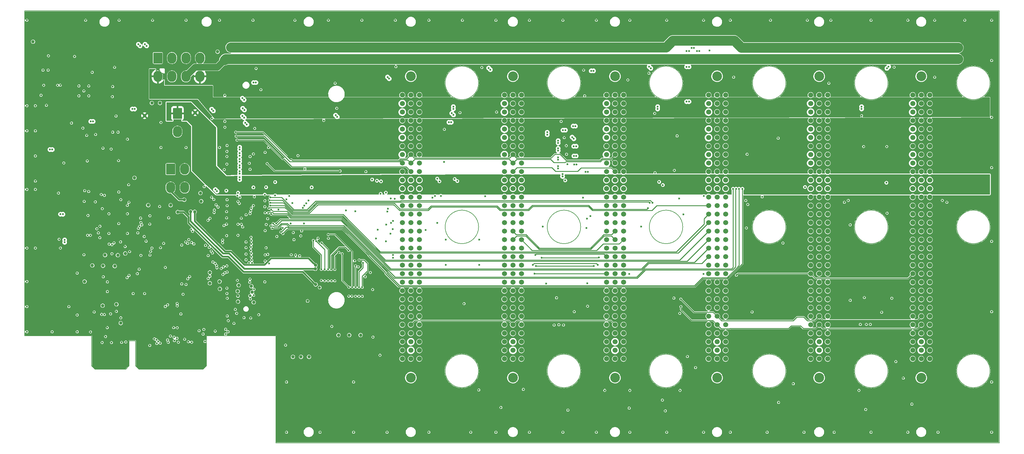
<source format=gbr>
G04 #@! TF.GenerationSoftware,KiCad,Pcbnew,6.0.7-f9a2dced07~116~ubuntu22.04.1*
G04 #@! TF.CreationDate,2023-05-31T10:56:08+01:00*
G04 #@! TF.ProjectId,hiltop_backplane_brd,68696c74-6f70-45f6-9261-636b706c616e,A*
G04 #@! TF.SameCoordinates,Original*
G04 #@! TF.FileFunction,Copper,L3,Inr*
G04 #@! TF.FilePolarity,Positive*
%FSLAX46Y46*%
G04 Gerber Fmt 4.6, Leading zero omitted, Abs format (unit mm)*
G04 Created by KiCad (PCBNEW 6.0.7-f9a2dced07~116~ubuntu22.04.1) date 2023-05-31 10:56:08*
%MOMM*%
%LPD*%
G01*
G04 APERTURE LIST*
G04 Aperture macros list*
%AMRoundRect*
0 Rectangle with rounded corners*
0 $1 Rounding radius*
0 $2 $3 $4 $5 $6 $7 $8 $9 X,Y pos of 4 corners*
0 Add a 4 corners polygon primitive as box body*
4,1,4,$2,$3,$4,$5,$6,$7,$8,$9,$2,$3,0*
0 Add four circle primitives for the rounded corners*
1,1,$1+$1,$2,$3*
1,1,$1+$1,$4,$5*
1,1,$1+$1,$6,$7*
1,1,$1+$1,$8,$9*
0 Add four rect primitives between the rounded corners*
20,1,$1+$1,$2,$3,$4,$5,0*
20,1,$1+$1,$4,$5,$6,$7,0*
20,1,$1+$1,$6,$7,$8,$9,0*
20,1,$1+$1,$8,$9,$2,$3,0*%
G04 Aperture macros list end*
G04 #@! TA.AperFunction,Profile*
%ADD10C,0.150000*%
G04 #@! TD*
G04 #@! TA.AperFunction,ComponentPad*
%ADD11C,2.900680*%
G04 #@! TD*
G04 #@! TA.AperFunction,ComponentPad*
%ADD12C,1.501140*%
G04 #@! TD*
G04 #@! TA.AperFunction,ComponentPad*
%ADD13RoundRect,0.250001X-1.099999X-1.399999X1.099999X-1.399999X1.099999X1.399999X-1.099999X1.399999X0*%
G04 #@! TD*
G04 #@! TA.AperFunction,ComponentPad*
%ADD14O,2.700000X3.300000*%
G04 #@! TD*
G04 #@! TA.AperFunction,ComponentPad*
%ADD15C,1.000000*%
G04 #@! TD*
G04 #@! TA.AperFunction,ViaPad*
%ADD16C,0.600000*%
G04 #@! TD*
G04 #@! TA.AperFunction,ViaPad*
%ADD17C,0.800000*%
G04 #@! TD*
G04 #@! TA.AperFunction,ViaPad*
%ADD18C,1.000000*%
G04 #@! TD*
G04 #@! TA.AperFunction,Conductor*
%ADD19C,0.250000*%
G04 #@! TD*
G04 #@! TA.AperFunction,Conductor*
%ADD20C,0.500000*%
G04 #@! TD*
G04 #@! TA.AperFunction,Conductor*
%ADD21C,3.000000*%
G04 #@! TD*
G04 #@! TA.AperFunction,Conductor*
%ADD22C,2.000000*%
G04 #@! TD*
G04 APERTURE END LIST*
D10*
X179840000Y-50700000D02*
G75*
G03*
X179840000Y-50700000I-5000000J0D01*
G01*
X210320000Y-50700000D02*
G75*
G03*
X210320000Y-50700000I-5000000J0D01*
G01*
X240800000Y-50700000D02*
G75*
G03*
X240800000Y-50700000I-5000000J0D01*
G01*
X210320000Y-93700000D02*
G75*
G03*
X210320000Y-93700000I-5000000J0D01*
G01*
X240800000Y-93700000D02*
G75*
G03*
X240800000Y-93700000I-5000000J0D01*
G01*
X179840000Y-136700000D02*
G75*
G03*
X179840000Y-136700000I-5000000J0D01*
G01*
X210320000Y-136700000D02*
G75*
G03*
X210320000Y-136700000I-5000000J0D01*
G01*
X240800000Y-136700000D02*
G75*
G03*
X240800000Y-136700000I-5000000J0D01*
G01*
X179840000Y-93700000D02*
G75*
G03*
X179840000Y-93700000I-5000000J0D01*
G01*
X271600000Y-136700000D02*
G75*
G03*
X271600000Y-136700000I-5000000J0D01*
G01*
X65300000Y-136200000D02*
X74500000Y-136200000D01*
X75500000Y-135200000D02*
X75500000Y-127700000D01*
X98600000Y-126200000D02*
X119300000Y-126200000D01*
X302080000Y-136700000D02*
G75*
G03*
X302080000Y-136700000I-5000000J0D01*
G01*
X332560000Y-93700000D02*
G75*
G03*
X332560000Y-93700000I-5000000J0D01*
G01*
X75500000Y-135200000D02*
X74500000Y-136200000D01*
X97600000Y-136200000D02*
X98600000Y-135200000D01*
X332560000Y-50700000D02*
G75*
G03*
X332560000Y-50700000I-5000000J0D01*
G01*
X271600000Y-50700000D02*
G75*
G03*
X271600000Y-50700000I-5000000J0D01*
G01*
X302080000Y-93700000D02*
G75*
G03*
X302080000Y-93700000I-5000000J0D01*
G01*
X44300000Y-29200000D02*
X335300000Y-29200000D01*
X64300000Y-135200000D02*
X64300000Y-126200000D01*
X271600000Y-93700000D02*
G75*
G03*
X271600000Y-93700000I-5000000J0D01*
G01*
X332560000Y-136700000D02*
G75*
G03*
X332560000Y-136700000I-5000000J0D01*
G01*
X77400000Y-135200000D02*
X78400000Y-136200000D01*
X119300000Y-136200000D02*
X119300000Y-158200000D01*
X44300000Y-126200000D02*
X44300000Y-29200000D01*
X119300000Y-126200000D02*
X119300000Y-136200000D01*
X78400000Y-136200000D02*
X97600000Y-136200000D01*
X64300000Y-135200000D02*
X65300000Y-136200000D01*
X75500000Y-127700000D02*
X77400000Y-127700000D01*
X98600000Y-135200000D02*
X98600000Y-127700000D01*
X335300000Y-29200000D02*
X335300000Y-158200000D01*
X302080000Y-50700000D02*
G75*
G03*
X302080000Y-50700000I-5000000J0D01*
G01*
X98600000Y-127700000D02*
X98600000Y-126200000D01*
X335300000Y-158200000D02*
X119300000Y-158200000D01*
X77400000Y-127700000D02*
X77400000Y-135200000D01*
X64300000Y-126200000D02*
X44300000Y-126200000D01*
D11*
X159600000Y-48703900D03*
X159600000Y-138696100D03*
D12*
X157060000Y-54330000D03*
X159600000Y-54330000D03*
X162140000Y-54330000D03*
X157060000Y-56870000D03*
X159600000Y-56870000D03*
X162140000Y-56870000D03*
X157060000Y-59410000D03*
X159600000Y-59410000D03*
X162140000Y-59410000D03*
X157060000Y-61950000D03*
X159600000Y-61950000D03*
X162140000Y-61950000D03*
X157060000Y-64490000D03*
X159600000Y-64490000D03*
X162140000Y-64490000D03*
X157060000Y-67030000D03*
X159600000Y-67030000D03*
X162140000Y-67030000D03*
X157060000Y-69570000D03*
X159600000Y-69570000D03*
X162140000Y-69570000D03*
X157060000Y-72110000D03*
X159600000Y-72110000D03*
X162140000Y-72110000D03*
X157060000Y-74650000D03*
X159600000Y-74650000D03*
X162140000Y-74650000D03*
X157060000Y-77190000D03*
X159600000Y-77190000D03*
X162140000Y-77190000D03*
X157060000Y-79730000D03*
X159600000Y-79730000D03*
X162140000Y-79730000D03*
X157060000Y-82270000D03*
X159600000Y-82270000D03*
X162140000Y-82270000D03*
X157060000Y-84810000D03*
X159600000Y-84810000D03*
X162140000Y-84810000D03*
X157060000Y-87350000D03*
X159600000Y-87350000D03*
X162140000Y-87350000D03*
X157060000Y-89890000D03*
X159600000Y-89890000D03*
X162140000Y-89890000D03*
X157060000Y-92430000D03*
X159600000Y-92430000D03*
X162140000Y-92430000D03*
X157060000Y-94970000D03*
X159600000Y-94970000D03*
X162140000Y-94970000D03*
X157060000Y-97510000D03*
X159600000Y-97510000D03*
X162140000Y-97510000D03*
X157060000Y-100050000D03*
X159600000Y-100050000D03*
X162140000Y-100050000D03*
X157060000Y-102590000D03*
X159600000Y-102590000D03*
X162140000Y-102590000D03*
X157060000Y-105130000D03*
X159600000Y-105130000D03*
X162140000Y-105130000D03*
X157060000Y-107670000D03*
X159600000Y-107670000D03*
X162140000Y-107670000D03*
X157060000Y-110210000D03*
X159600000Y-110210000D03*
X162140000Y-110210000D03*
X157060000Y-112750000D03*
X159600000Y-112750000D03*
X162140000Y-112750000D03*
X157060000Y-115290000D03*
X159600000Y-115290000D03*
X162140000Y-115290000D03*
X157060000Y-117830000D03*
X159600000Y-117830000D03*
X162140000Y-117830000D03*
X157060000Y-120370000D03*
X159600000Y-120370000D03*
X162140000Y-120370000D03*
X157060000Y-122910000D03*
X159600000Y-122910000D03*
X162140000Y-122910000D03*
X157060000Y-125450000D03*
X159600000Y-125450000D03*
X162140000Y-125450000D03*
X157060000Y-127990000D03*
X159600000Y-127990000D03*
X162140000Y-127990000D03*
X157060000Y-130530000D03*
X159600000Y-130530000D03*
X162140000Y-130530000D03*
X157060000Y-133070000D03*
X159600000Y-133070000D03*
X162140000Y-133070000D03*
D11*
X190080000Y-138696100D03*
X190080000Y-48703900D03*
D12*
X187540000Y-54330000D03*
X190080000Y-54330000D03*
X192620000Y-54330000D03*
X187540000Y-56870000D03*
X190080000Y-56870000D03*
X192620000Y-56870000D03*
X187540000Y-59410000D03*
X190080000Y-59410000D03*
X192620000Y-59410000D03*
X187540000Y-61950000D03*
X190080000Y-61950000D03*
X192620000Y-61950000D03*
X187540000Y-64490000D03*
X190080000Y-64490000D03*
X192620000Y-64490000D03*
X187540000Y-67030000D03*
X190080000Y-67030000D03*
X192620000Y-67030000D03*
X187540000Y-69570000D03*
X190080000Y-69570000D03*
X192620000Y-69570000D03*
X187540000Y-72110000D03*
X190080000Y-72110000D03*
X192620000Y-72110000D03*
X187540000Y-74650000D03*
X190080000Y-74650000D03*
X192620000Y-74650000D03*
X187540000Y-77190000D03*
X190080000Y-77190000D03*
X192620000Y-77190000D03*
X187540000Y-79730000D03*
X190080000Y-79730000D03*
X192620000Y-79730000D03*
X187540000Y-82270000D03*
X190080000Y-82270000D03*
X192620000Y-82270000D03*
X187540000Y-84810000D03*
X190080000Y-84810000D03*
X192620000Y-84810000D03*
X187540000Y-87350000D03*
X190080000Y-87350000D03*
X192620000Y-87350000D03*
X187540000Y-89890000D03*
X190080000Y-89890000D03*
X192620000Y-89890000D03*
X187540000Y-92430000D03*
X190080000Y-92430000D03*
X192620000Y-92430000D03*
X187540000Y-94970000D03*
X190080000Y-94970000D03*
X192620000Y-94970000D03*
X187540000Y-97510000D03*
X190080000Y-97510000D03*
X192620000Y-97510000D03*
X187540000Y-100050000D03*
X190080000Y-100050000D03*
X192620000Y-100050000D03*
X187540000Y-102590000D03*
X190080000Y-102590000D03*
X192620000Y-102590000D03*
X187540000Y-105130000D03*
X190080000Y-105130000D03*
X192620000Y-105130000D03*
X187540000Y-107670000D03*
X190080000Y-107670000D03*
X192620000Y-107670000D03*
X187540000Y-110210000D03*
X190080000Y-110210000D03*
X192620000Y-110210000D03*
X187540000Y-112750000D03*
X190080000Y-112750000D03*
X192620000Y-112750000D03*
X187540000Y-115290000D03*
X190080000Y-115290000D03*
X192620000Y-115290000D03*
X187540000Y-117830000D03*
X190080000Y-117830000D03*
X192620000Y-117830000D03*
X187540000Y-120370000D03*
X190080000Y-120370000D03*
X192620000Y-120370000D03*
X187540000Y-122910000D03*
X190080000Y-122910000D03*
X192620000Y-122910000D03*
X187540000Y-125450000D03*
X190080000Y-125450000D03*
X192620000Y-125450000D03*
X187540000Y-127990000D03*
X190080000Y-127990000D03*
X192620000Y-127990000D03*
X187540000Y-130530000D03*
X190080000Y-130530000D03*
X192620000Y-130530000D03*
X187540000Y-133070000D03*
X190080000Y-133070000D03*
X192620000Y-133070000D03*
D11*
X220560000Y-48703900D03*
X220560000Y-138696100D03*
D12*
X218020000Y-54330000D03*
X220560000Y-54330000D03*
X223100000Y-54330000D03*
X218020000Y-56870000D03*
X220560000Y-56870000D03*
X223100000Y-56870000D03*
X218020000Y-59410000D03*
X220560000Y-59410000D03*
X223100000Y-59410000D03*
X218020000Y-61950000D03*
X220560000Y-61950000D03*
X223100000Y-61950000D03*
X218020000Y-64490000D03*
X220560000Y-64490000D03*
X223100000Y-64490000D03*
X218020000Y-67030000D03*
X220560000Y-67030000D03*
X223100000Y-67030000D03*
X218020000Y-69570000D03*
X220560000Y-69570000D03*
X223100000Y-69570000D03*
X218020000Y-72110000D03*
X220560000Y-72110000D03*
X223100000Y-72110000D03*
X218020000Y-74650000D03*
X220560000Y-74650000D03*
X223100000Y-74650000D03*
X218020000Y-77190000D03*
X220560000Y-77190000D03*
X223100000Y-77190000D03*
X218020000Y-79730000D03*
X220560000Y-79730000D03*
X223100000Y-79730000D03*
X218020000Y-82270000D03*
X220560000Y-82270000D03*
X223100000Y-82270000D03*
X218020000Y-84810000D03*
X220560000Y-84810000D03*
X223100000Y-84810000D03*
X218020000Y-87350000D03*
X220560000Y-87350000D03*
X223100000Y-87350000D03*
X218020000Y-89890000D03*
X220560000Y-89890000D03*
X223100000Y-89890000D03*
X218020000Y-92430000D03*
X220560000Y-92430000D03*
X223100000Y-92430000D03*
X218020000Y-94970000D03*
X220560000Y-94970000D03*
X223100000Y-94970000D03*
X218020000Y-97510000D03*
X220560000Y-97510000D03*
X223100000Y-97510000D03*
X218020000Y-100050000D03*
X220560000Y-100050000D03*
X223100000Y-100050000D03*
X218020000Y-102590000D03*
X220560000Y-102590000D03*
X223100000Y-102590000D03*
X218020000Y-105130000D03*
X220560000Y-105130000D03*
X223100000Y-105130000D03*
X218020000Y-107670000D03*
X220560000Y-107670000D03*
X223100000Y-107670000D03*
X218020000Y-110210000D03*
X220560000Y-110210000D03*
X223100000Y-110210000D03*
X218020000Y-112750000D03*
X220560000Y-112750000D03*
X223100000Y-112750000D03*
X218020000Y-115290000D03*
X220560000Y-115290000D03*
X223100000Y-115290000D03*
X218020000Y-117830000D03*
X220560000Y-117830000D03*
X223100000Y-117830000D03*
X218020000Y-120370000D03*
X220560000Y-120370000D03*
X223100000Y-120370000D03*
X218020000Y-122910000D03*
X220560000Y-122910000D03*
X223100000Y-122910000D03*
X218020000Y-125450000D03*
X220560000Y-125450000D03*
X223100000Y-125450000D03*
X218020000Y-127990000D03*
X220560000Y-127990000D03*
X223100000Y-127990000D03*
X218020000Y-130530000D03*
X220560000Y-130530000D03*
X223100000Y-130530000D03*
X218020000Y-133070000D03*
X220560000Y-133070000D03*
X223100000Y-133070000D03*
D13*
X84074000Y-43268000D03*
D14*
X88274000Y-43268000D03*
X92474000Y-43268000D03*
X96674000Y-43268000D03*
X84074000Y-48768000D03*
X88274000Y-48768000D03*
X92474000Y-48768000D03*
X96674000Y-48768000D03*
D13*
X89916000Y-59778000D03*
D14*
X89916000Y-65278000D03*
D13*
X87884000Y-76454000D03*
D14*
X92084000Y-76454000D03*
X87884000Y-81954000D03*
X92084000Y-81954000D03*
D15*
X67600000Y-117200000D03*
X71700000Y-116800000D03*
X62200000Y-110000000D03*
X73000000Y-122400000D03*
X138000000Y-126000000D03*
X141200000Y-126000000D03*
X144600000Y-126000000D03*
X68300000Y-102100000D03*
X67700000Y-105300000D03*
X64500000Y-105200000D03*
X71200000Y-105400000D03*
X102600000Y-112200000D03*
X102500000Y-110000000D03*
X99600000Y-110500000D03*
X77090000Y-79040000D03*
X99600000Y-107300000D03*
X81200000Y-87200000D03*
X72130000Y-102140000D03*
X74350000Y-101620000D03*
X46800000Y-38400000D03*
X101900000Y-41400000D03*
X95200000Y-59600000D03*
X82300000Y-56700000D03*
X84700000Y-56700000D03*
X80120000Y-60470000D03*
X87900000Y-87200000D03*
X96800000Y-83600000D03*
X97010000Y-86030000D03*
X124400000Y-132500000D03*
D11*
X251040000Y-138696100D03*
X251040000Y-48703900D03*
D12*
X248500000Y-54330000D03*
X251040000Y-54330000D03*
X253580000Y-54330000D03*
X248500000Y-56870000D03*
X251040000Y-56870000D03*
X253580000Y-56870000D03*
X248500000Y-59410000D03*
X251040000Y-59410000D03*
X253580000Y-59410000D03*
X248500000Y-61950000D03*
X251040000Y-61950000D03*
X253580000Y-61950000D03*
X248500000Y-64490000D03*
X251040000Y-64490000D03*
X253580000Y-64490000D03*
X248500000Y-67030000D03*
X251040000Y-67030000D03*
X253580000Y-67030000D03*
X248500000Y-69570000D03*
X251040000Y-69570000D03*
X253580000Y-69570000D03*
X248500000Y-72110000D03*
X251040000Y-72110000D03*
X253580000Y-72110000D03*
X248500000Y-74650000D03*
X251040000Y-74650000D03*
X253580000Y-74650000D03*
X248500000Y-77190000D03*
X251040000Y-77190000D03*
X253580000Y-77190000D03*
X248500000Y-79730000D03*
X251040000Y-79730000D03*
X253580000Y-79730000D03*
X248500000Y-82270000D03*
X251040000Y-82270000D03*
X253580000Y-82270000D03*
X248500000Y-84810000D03*
X251040000Y-84810000D03*
X253580000Y-84810000D03*
X248500000Y-87350000D03*
X251040000Y-87350000D03*
X253580000Y-87350000D03*
X248500000Y-89890000D03*
X251040000Y-89890000D03*
X253580000Y-89890000D03*
X248500000Y-92430000D03*
X251040000Y-92430000D03*
X253580000Y-92430000D03*
X248500000Y-94970000D03*
X251040000Y-94970000D03*
X253580000Y-94970000D03*
X248500000Y-97510000D03*
X251040000Y-97510000D03*
X253580000Y-97510000D03*
X248500000Y-100050000D03*
X251040000Y-100050000D03*
X253580000Y-100050000D03*
X248500000Y-102590000D03*
X251040000Y-102590000D03*
X253580000Y-102590000D03*
X248500000Y-105130000D03*
X251040000Y-105130000D03*
X253580000Y-105130000D03*
X248500000Y-107670000D03*
X251040000Y-107670000D03*
X253580000Y-107670000D03*
X248500000Y-110210000D03*
X251040000Y-110210000D03*
X253580000Y-110210000D03*
X248500000Y-112750000D03*
X251040000Y-112750000D03*
X253580000Y-112750000D03*
X248500000Y-115290000D03*
X251040000Y-115290000D03*
X253580000Y-115290000D03*
X248500000Y-117830000D03*
X251040000Y-117830000D03*
X253580000Y-117830000D03*
X248500000Y-120370000D03*
X251040000Y-120370000D03*
X253580000Y-120370000D03*
X248500000Y-122910000D03*
X251040000Y-122910000D03*
X253580000Y-122910000D03*
X248500000Y-125450000D03*
X251040000Y-125450000D03*
X253580000Y-125450000D03*
X248500000Y-127990000D03*
X251040000Y-127990000D03*
X253580000Y-127990000D03*
X248500000Y-130530000D03*
X251040000Y-130530000D03*
X253580000Y-130530000D03*
X248500000Y-133070000D03*
X251040000Y-133070000D03*
X253580000Y-133070000D03*
D15*
X129200000Y-132500000D03*
D11*
X312000000Y-138696100D03*
X312000000Y-48703900D03*
D12*
X309460000Y-54330000D03*
X312000000Y-54330000D03*
X314540000Y-54330000D03*
X309460000Y-56870000D03*
X312000000Y-56870000D03*
X314540000Y-56870000D03*
X309460000Y-59410000D03*
X312000000Y-59410000D03*
X314540000Y-59410000D03*
X309460000Y-61950000D03*
X312000000Y-61950000D03*
X314540000Y-61950000D03*
X309460000Y-64490000D03*
X312000000Y-64490000D03*
X314540000Y-64490000D03*
X309460000Y-67030000D03*
X312000000Y-67030000D03*
X314540000Y-67030000D03*
X309460000Y-69570000D03*
X312000000Y-69570000D03*
X314540000Y-69570000D03*
X309460000Y-72110000D03*
X312000000Y-72110000D03*
X314540000Y-72110000D03*
X309460000Y-74650000D03*
X312000000Y-74650000D03*
X314540000Y-74650000D03*
X309460000Y-77190000D03*
X312000000Y-77190000D03*
X314540000Y-77190000D03*
X309460000Y-79730000D03*
X312000000Y-79730000D03*
X314540000Y-79730000D03*
X309460000Y-82270000D03*
X312000000Y-82270000D03*
X314540000Y-82270000D03*
X309460000Y-84810000D03*
X312000000Y-84810000D03*
X314540000Y-84810000D03*
X309460000Y-87350000D03*
X312000000Y-87350000D03*
X314540000Y-87350000D03*
X309460000Y-89890000D03*
X312000000Y-89890000D03*
X314540000Y-89890000D03*
X309460000Y-92430000D03*
X312000000Y-92430000D03*
X314540000Y-92430000D03*
X309460000Y-94970000D03*
X312000000Y-94970000D03*
X314540000Y-94970000D03*
X309460000Y-97510000D03*
X312000000Y-97510000D03*
X314540000Y-97510000D03*
X309460000Y-100050000D03*
X312000000Y-100050000D03*
X314540000Y-100050000D03*
X309460000Y-102590000D03*
X312000000Y-102590000D03*
X314540000Y-102590000D03*
X309460000Y-105130000D03*
X312000000Y-105130000D03*
X314540000Y-105130000D03*
X309460000Y-107670000D03*
X312000000Y-107670000D03*
X314540000Y-107670000D03*
X309460000Y-110210000D03*
X312000000Y-110210000D03*
X314540000Y-110210000D03*
X309460000Y-112750000D03*
X312000000Y-112750000D03*
X314540000Y-112750000D03*
X309460000Y-115290000D03*
X312000000Y-115290000D03*
X314540000Y-115290000D03*
X309460000Y-117830000D03*
X312000000Y-117830000D03*
X314540000Y-117830000D03*
X309460000Y-120370000D03*
X312000000Y-120370000D03*
X314540000Y-120370000D03*
X309460000Y-122910000D03*
X312000000Y-122910000D03*
X314540000Y-122910000D03*
X309460000Y-125450000D03*
X312000000Y-125450000D03*
X314540000Y-125450000D03*
X309460000Y-127990000D03*
X312000000Y-127990000D03*
X314540000Y-127990000D03*
X309460000Y-130530000D03*
X312000000Y-130530000D03*
X314540000Y-130530000D03*
X309460000Y-133070000D03*
X312000000Y-133070000D03*
X314540000Y-133070000D03*
D11*
X281520000Y-138696100D03*
X281520000Y-48703900D03*
D12*
X278980000Y-54330000D03*
X281520000Y-54330000D03*
X284060000Y-54330000D03*
X278980000Y-56870000D03*
X281520000Y-56870000D03*
X284060000Y-56870000D03*
X278980000Y-59410000D03*
X281520000Y-59410000D03*
X284060000Y-59410000D03*
X278980000Y-61950000D03*
X281520000Y-61950000D03*
X284060000Y-61950000D03*
X278980000Y-64490000D03*
X281520000Y-64490000D03*
X284060000Y-64490000D03*
X278980000Y-67030000D03*
X281520000Y-67030000D03*
X284060000Y-67030000D03*
X278980000Y-69570000D03*
X281520000Y-69570000D03*
X284060000Y-69570000D03*
X278980000Y-72110000D03*
X281520000Y-72110000D03*
X284060000Y-72110000D03*
X278980000Y-74650000D03*
X281520000Y-74650000D03*
X284060000Y-74650000D03*
X278980000Y-77190000D03*
X281520000Y-77190000D03*
X284060000Y-77190000D03*
X278980000Y-79730000D03*
X281520000Y-79730000D03*
X284060000Y-79730000D03*
X278980000Y-82270000D03*
X281520000Y-82270000D03*
X284060000Y-82270000D03*
X278980000Y-84810000D03*
X281520000Y-84810000D03*
X284060000Y-84810000D03*
X278980000Y-87350000D03*
X281520000Y-87350000D03*
X284060000Y-87350000D03*
X278980000Y-89890000D03*
X281520000Y-89890000D03*
X284060000Y-89890000D03*
X278980000Y-92430000D03*
X281520000Y-92430000D03*
X284060000Y-92430000D03*
X278980000Y-94970000D03*
X281520000Y-94970000D03*
X284060000Y-94970000D03*
X278980000Y-97510000D03*
X281520000Y-97510000D03*
X284060000Y-97510000D03*
X278980000Y-100050000D03*
X281520000Y-100050000D03*
X284060000Y-100050000D03*
X278980000Y-102590000D03*
X281520000Y-102590000D03*
X284060000Y-102590000D03*
X278980000Y-105130000D03*
X281520000Y-105130000D03*
X284060000Y-105130000D03*
X278980000Y-107670000D03*
X281520000Y-107670000D03*
X284060000Y-107670000D03*
X278980000Y-110210000D03*
X281520000Y-110210000D03*
X284060000Y-110210000D03*
X278980000Y-112750000D03*
X281520000Y-112750000D03*
X284060000Y-112750000D03*
X278980000Y-115290000D03*
X281520000Y-115290000D03*
X284060000Y-115290000D03*
X278980000Y-117830000D03*
X281520000Y-117830000D03*
X284060000Y-117830000D03*
X278980000Y-120370000D03*
X281520000Y-120370000D03*
X284060000Y-120370000D03*
X278980000Y-122910000D03*
X281520000Y-122910000D03*
X284060000Y-122910000D03*
X278980000Y-125450000D03*
X281520000Y-125450000D03*
X284060000Y-125450000D03*
X278980000Y-127990000D03*
X281520000Y-127990000D03*
X284060000Y-127990000D03*
X278980000Y-130530000D03*
X281520000Y-130530000D03*
X284060000Y-130530000D03*
X278980000Y-133070000D03*
X281520000Y-133070000D03*
X284060000Y-133070000D03*
D15*
X126800000Y-132500000D03*
D16*
X82500000Y-32000000D03*
X72500000Y-32000000D03*
X62500000Y-32000000D03*
X92500000Y-32000000D03*
X102500000Y-32000000D03*
X112500000Y-32000000D03*
X125000000Y-32000000D03*
X135000000Y-32000000D03*
X145000000Y-32000000D03*
X155000000Y-32000000D03*
X165000000Y-32000000D03*
X175000000Y-32000000D03*
X185000000Y-32000000D03*
X195000000Y-32000000D03*
X215000000Y-32000000D03*
X205000000Y-32000000D03*
X236000000Y-32000000D03*
X232500000Y-77500000D03*
X238300000Y-76800000D03*
X234700000Y-145400000D03*
X240000000Y-142500000D03*
X247000000Y-155000000D03*
X225000000Y-155000000D03*
X236000000Y-155000000D03*
X215000000Y-155000000D03*
X195000000Y-155000000D03*
X205000000Y-155000000D03*
X185000000Y-155000000D03*
X165000000Y-155000000D03*
X177500000Y-155000000D03*
X152500000Y-155000000D03*
X132500000Y-155000000D03*
X142500000Y-155000000D03*
X122500000Y-155000000D03*
X122200000Y-129000000D03*
X142500000Y-140000000D03*
X122500000Y-140000000D03*
X60000000Y-120000000D03*
X65070000Y-119100000D03*
X60000000Y-125000000D03*
X52500000Y-125000000D03*
X45000000Y-125000000D03*
X45000000Y-117500000D03*
X45000000Y-110000000D03*
X47500000Y-100000000D03*
X47500000Y-82500000D03*
X47500000Y-72500000D03*
X47500000Y-65000000D03*
X47500000Y-57500000D03*
X45000000Y-57500000D03*
X45000000Y-65000000D03*
X45000000Y-82500000D03*
X45000000Y-100000000D03*
X57500000Y-117500000D03*
X60000000Y-107500000D03*
X55000000Y-100000000D03*
X47500000Y-80000000D03*
X100200000Y-61370000D03*
X85000000Y-62500000D03*
X85000000Y-70000000D03*
X92500000Y-70000000D03*
X84600000Y-87600000D03*
X97900000Y-81700000D03*
X170000000Y-97500000D03*
X167500000Y-92500000D03*
X180000000Y-97500000D03*
X170000000Y-105000000D03*
X180000000Y-105000000D03*
X175500000Y-116600000D03*
X200000000Y-110600000D03*
X212300000Y-110500000D03*
X217500000Y-142500000D03*
X225000000Y-142500000D03*
X102500000Y-70000000D03*
X75000000Y-67500000D03*
X61976000Y-53086000D03*
X60506000Y-51616000D03*
X63446000Y-51616000D03*
X60506000Y-54556000D03*
X63446000Y-54556000D03*
X69450000Y-89770000D03*
X75000000Y-89770000D03*
X69450000Y-95650000D03*
X75000000Y-95650000D03*
X54600000Y-97380000D03*
X179900000Y-142390000D03*
X186500000Y-147600000D03*
X193200000Y-142200000D03*
X72390000Y-92710000D03*
X185200000Y-59400000D03*
X51400000Y-42600000D03*
X75350000Y-81110000D03*
X62000000Y-102000000D03*
X206400000Y-75000000D03*
X104750000Y-87370000D03*
X92057984Y-127242016D03*
X116900000Y-101900000D03*
X116110000Y-102050000D03*
X91600000Y-113800000D03*
D17*
X128800000Y-115800000D03*
D16*
X123900000Y-102000000D03*
X277000000Y-155000000D03*
X297000000Y-155000000D03*
X277300000Y-81800000D03*
X133600000Y-61900000D03*
X260000000Y-72000000D03*
X211500000Y-54540000D03*
X112600000Y-71900000D03*
X295000000Y-114800000D03*
X49200000Y-54400000D03*
X206030000Y-69430000D03*
X149200000Y-97200000D03*
X80000000Y-96550000D03*
X104740000Y-85570000D03*
X67175000Y-84000000D03*
X111600000Y-76500000D03*
X110400000Y-99900000D03*
X208400000Y-119000000D03*
X148200000Y-112400000D03*
X325000000Y-32000000D03*
X104670000Y-74940000D03*
X110400000Y-103500000D03*
X225000000Y-32000000D03*
X78080000Y-95480000D03*
X317000000Y-155000000D03*
X94155191Y-128113421D03*
X80100000Y-113600000D03*
X74980000Y-87270000D03*
X111400000Y-74700000D03*
X73020000Y-85550000D03*
X50000000Y-51400000D03*
X90190000Y-128119986D03*
X62080000Y-86090000D03*
X64490000Y-47550000D03*
X117300000Y-104624500D03*
X111600000Y-72700000D03*
X116400000Y-99924501D03*
X205700000Y-79800000D03*
X205390000Y-67050000D03*
X241000000Y-90000000D03*
X63220000Y-90270000D03*
X104700000Y-71150000D03*
X72330000Y-73910000D03*
X203800000Y-122899500D03*
X212368761Y-117368761D03*
X290800000Y-115600000D03*
X204470000Y-62200000D03*
X112780006Y-112300010D03*
X278000000Y-32000000D03*
X110400000Y-98200000D03*
X78910000Y-91070000D03*
D17*
X132400000Y-111800000D03*
D16*
X174290000Y-59580000D03*
X304400000Y-133900000D03*
X267000000Y-32000000D03*
X104600000Y-91000000D03*
X98124980Y-127902103D03*
X111699998Y-115200000D03*
X59200000Y-42800000D03*
X155150000Y-45870000D03*
X116094000Y-89486000D03*
X180800000Y-46100000D03*
X104730000Y-69390000D03*
X296800000Y-122800000D03*
X65500000Y-66110000D03*
X239100000Y-66500000D03*
X230700000Y-47800000D03*
X70600000Y-65400000D03*
X104580000Y-92880000D03*
X62820000Y-66380000D03*
X104760000Y-107160000D03*
X62230000Y-82880000D03*
X333000000Y-155000000D03*
X112682461Y-114100022D03*
X63980000Y-125060000D03*
X308000000Y-155000000D03*
X104620000Y-96300000D03*
X63000000Y-74000000D03*
X71600000Y-60600000D03*
X70220000Y-128240000D03*
X333000000Y-119000000D03*
X116422375Y-92972375D03*
X101200000Y-124800000D03*
X290800000Y-93100000D03*
X239900000Y-119500000D03*
X147500000Y-107300000D03*
X116000000Y-110100000D03*
X116003998Y-87686000D03*
X255000000Y-155000000D03*
X119600000Y-96574500D03*
X294200000Y-60500000D03*
X72950000Y-98170000D03*
X66790000Y-93485010D03*
X211200000Y-46900000D03*
X67440000Y-128220000D03*
X113400000Y-46400000D03*
X308000000Y-32000000D03*
X65420000Y-86210000D03*
X104070000Y-62180000D03*
X333000000Y-61000000D03*
X45000000Y-32000000D03*
X115996000Y-84086000D03*
X56000000Y-74600000D03*
X104800000Y-115000000D03*
X242200000Y-132400000D03*
X50800000Y-57400000D03*
X269400000Y-146100000D03*
X103900000Y-76570000D03*
X104680000Y-72670000D03*
X285000000Y-32000000D03*
X61700000Y-64200000D03*
X333000000Y-140000000D03*
X333000000Y-76000000D03*
X261500000Y-119100000D03*
X199000000Y-93600000D03*
X150700000Y-80100000D03*
X211000000Y-85000000D03*
X104700000Y-112000000D03*
X316000000Y-49000000D03*
X205200000Y-123000000D03*
X284400000Y-50800000D03*
X112900000Y-84700000D03*
X202400000Y-123000000D03*
X69000000Y-113000000D03*
X224800000Y-147800000D03*
X104700000Y-113600000D03*
X238150000Y-114950000D03*
X71150000Y-46050000D03*
X316000000Y-32000000D03*
X206090000Y-72000000D03*
X73240000Y-128180000D03*
X293400000Y-142500000D03*
X81674990Y-129100000D03*
X259800000Y-94000000D03*
X247000000Y-32000000D03*
X206500000Y-148400000D03*
X104080000Y-63930000D03*
X301600000Y-80500000D03*
X109800000Y-120800000D03*
X232400000Y-59800000D03*
X300200000Y-119200000D03*
X333000000Y-44000000D03*
X103800000Y-93300000D03*
X295600000Y-122800500D03*
X70357994Y-101697994D03*
X104670000Y-105330000D03*
X228400000Y-93600000D03*
X70600000Y-51800000D03*
X58300000Y-62700000D03*
X333000000Y-32000000D03*
X116100000Y-94800000D03*
X303200000Y-115000000D03*
X203110000Y-114860000D03*
X107820000Y-109650000D03*
X224400000Y-49800000D03*
X295400000Y-148200000D03*
X169630000Y-64560000D03*
X63080000Y-96190000D03*
X301700000Y-69700000D03*
X70130000Y-70460000D03*
X87194635Y-128129546D03*
X74500000Y-128040000D03*
X293800000Y-122800000D03*
X116046000Y-85886000D03*
X117100000Y-70000000D03*
X256000000Y-49000000D03*
X266000000Y-155000000D03*
X75434429Y-86354990D03*
X116850000Y-91250000D03*
X269300000Y-67200000D03*
X114860000Y-52740000D03*
X112990000Y-64290000D03*
X70500000Y-54800000D03*
X83751002Y-128491136D03*
X150400000Y-132000000D03*
X67490000Y-88240000D03*
X86300000Y-105800000D03*
X76700000Y-113600000D03*
X67710000Y-70190000D03*
X99100000Y-102250000D03*
X66740000Y-96900000D03*
X124200000Y-86600000D03*
X104050000Y-54430000D03*
X112600000Y-81900000D03*
X301800000Y-89600000D03*
X135000000Y-97100000D03*
X66310000Y-95470000D03*
X63420000Y-83120000D03*
X136000000Y-123400000D03*
X54400000Y-83600000D03*
X125900000Y-72400000D03*
X104590000Y-89130000D03*
X294800000Y-69700000D03*
X116090000Y-103875000D03*
X303900000Y-46000000D03*
X137490000Y-58280000D03*
X270700000Y-98500000D03*
X264500000Y-84700000D03*
X212000000Y-94000000D03*
X110400000Y-101800000D03*
X286000000Y-155000000D03*
X116090000Y-71440000D03*
X333000000Y-98000000D03*
X143000000Y-89000000D03*
X255000000Y-32000000D03*
X65860000Y-94260000D03*
X87300000Y-91000000D03*
X72200000Y-65400000D03*
X248800000Y-41000000D03*
X297000000Y-32000000D03*
X169500000Y-74300000D03*
X309200000Y-146600000D03*
X137000000Y-50800000D03*
X75650000Y-101090000D03*
X90940000Y-119680000D03*
X69530795Y-98826672D03*
X71000000Y-98469994D03*
X54940000Y-51390000D03*
X51308000Y-46880000D03*
X63920000Y-96190000D03*
X68130000Y-84290000D03*
X81675000Y-92874990D03*
X70347869Y-99003359D03*
X80580000Y-97960000D03*
X72400000Y-83260000D03*
X74320000Y-99570000D03*
X81696239Y-90363761D03*
X64050000Y-62200000D03*
X56250000Y-97600000D03*
X64750000Y-62200000D03*
X56250000Y-98300000D03*
X52550000Y-70600000D03*
X55015775Y-89916020D03*
X55715775Y-89916020D03*
X51850000Y-70600000D03*
X49784000Y-46880000D03*
X54130000Y-51400000D03*
X86275021Y-117485578D03*
X152150000Y-83475500D03*
X259600000Y-85800000D03*
X290214430Y-85785570D03*
X89876628Y-117269949D03*
X318285570Y-85785570D03*
X101450000Y-87100000D03*
X166100000Y-85000000D03*
X319650000Y-86350000D03*
X289050000Y-86350000D03*
X86995807Y-116934461D03*
X102080000Y-87800000D03*
X150600000Y-83800000D03*
X260200000Y-87000000D03*
X89831810Y-116571373D03*
X99043760Y-91713762D03*
X154270000Y-91870000D03*
X212233750Y-91266250D03*
X89870000Y-123790000D03*
X88790000Y-123780000D03*
X99647778Y-91109744D03*
X213200000Y-90500000D03*
X80747488Y-39647488D03*
X243450000Y-40223942D03*
X244150000Y-40223942D03*
X80252512Y-39152512D03*
X78747488Y-39647488D03*
X245050000Y-41202252D03*
X245750000Y-41202252D03*
X78252512Y-39152512D03*
X68985009Y-123783744D03*
X105045105Y-124987583D03*
X111800000Y-120900000D03*
X106800000Y-122500000D03*
X240250000Y-117500000D03*
X104311799Y-124254277D03*
X73025042Y-120825042D03*
X240200000Y-115250000D03*
X107600000Y-119500000D03*
X104300000Y-125700000D03*
X148300000Y-126600000D03*
X104800000Y-120300000D03*
X68459999Y-126440000D03*
X235600000Y-148600000D03*
X69955000Y-119655000D03*
X105103737Y-121689992D03*
X107200000Y-118311915D03*
X71700000Y-118900009D03*
X114200000Y-119900000D03*
X94825010Y-98769359D03*
X94130000Y-98340000D03*
X93200002Y-128000000D03*
X89800365Y-126963620D03*
X94413625Y-95024099D03*
X88898304Y-126632505D03*
X153740000Y-92460000D03*
X94051537Y-94425008D03*
X88991781Y-127674516D03*
X100870000Y-89410000D03*
X100930000Y-88650000D03*
X87846752Y-126295045D03*
X100790000Y-85500000D03*
X86966752Y-127459629D03*
X148050000Y-79550000D03*
X166850000Y-84450000D03*
X168561693Y-84419937D03*
X100130000Y-84820000D03*
X168150000Y-80100000D03*
X146200000Y-77200000D03*
X173500000Y-80000000D03*
X84801013Y-128438481D03*
X172700000Y-79400000D03*
X84174968Y-127901453D03*
X107700000Y-67750000D03*
X167500000Y-79300000D03*
X107450000Y-66600000D03*
X83649958Y-127424357D03*
X107300000Y-65400000D03*
X83034191Y-127091420D03*
X146019997Y-108604990D03*
X67300000Y-119810000D03*
X68100000Y-119850000D03*
D18*
X91948000Y-85598000D03*
D16*
X67700000Y-52300000D03*
X259600000Y-69100000D03*
X50140000Y-55890000D03*
D18*
X290200000Y-69100000D03*
D17*
X168400000Y-69500000D03*
D16*
X54210000Y-57400000D03*
X199600000Y-71900000D03*
X58900000Y-60000000D03*
D18*
X320600000Y-69300000D03*
D16*
X62250000Y-58650000D03*
X62600000Y-98010000D03*
X93270000Y-119740000D03*
X63990000Y-76700000D03*
X302000000Y-119000000D03*
X229800000Y-71900000D03*
D18*
X131170000Y-112290000D03*
D16*
X63760000Y-46300000D03*
X52899998Y-41776500D03*
X54098761Y-50261239D03*
X83410000Y-90650000D03*
X65200000Y-42050000D03*
X93350000Y-125520000D03*
X68390000Y-59460000D03*
X67700000Y-54749500D03*
X209800000Y-119074500D03*
X60198000Y-94842000D03*
X59930000Y-89800000D03*
X75300000Y-77850000D03*
X69460000Y-73910000D03*
X50050000Y-64450000D03*
X77396239Y-85153761D03*
X62700000Y-64200000D03*
D18*
X90020000Y-89270000D03*
X131200000Y-110900000D03*
X131140000Y-105125010D03*
X95095000Y-89175000D03*
X93860000Y-89150002D03*
X131078699Y-106223312D03*
X288400000Y-55900000D03*
X319000000Y-55900000D03*
X196900000Y-56000000D03*
X257800000Y-55900000D03*
X166400000Y-56000000D03*
X227400000Y-56100000D03*
X196100000Y-40100000D03*
X166700000Y-40100000D03*
X323000000Y-40200000D03*
X258300000Y-40200000D03*
X105900000Y-40100000D03*
X235900000Y-40000000D03*
X284400000Y-40200000D03*
X290500000Y-43600000D03*
X198000000Y-43500000D03*
X229300000Y-43600000D03*
X261600000Y-43600000D03*
X168800000Y-43600000D03*
X323000000Y-43600000D03*
X301894500Y-82105500D03*
X240300000Y-82400000D03*
X239223000Y-82423000D03*
X182500000Y-82500000D03*
X266394500Y-82300000D03*
X180500000Y-82500000D03*
X209194500Y-82105500D03*
X326105500Y-82105500D03*
X265105500Y-82300000D03*
X210280000Y-82100000D03*
X327394500Y-82105500D03*
X300394500Y-82105500D03*
D17*
X108000000Y-114300000D03*
X111600000Y-114300000D03*
D18*
X112700000Y-116200000D03*
X108000000Y-116000000D03*
X108200000Y-111100000D03*
X112000000Y-111400000D03*
X107900000Y-112900000D03*
X112200012Y-113200012D03*
D16*
X112000000Y-102600000D03*
X126400000Y-102300000D03*
X134944585Y-96002108D03*
X142100000Y-111685000D03*
X141100000Y-111685000D03*
X154300000Y-102064990D03*
X112000000Y-101600000D03*
X139100000Y-101700000D03*
X136900000Y-106400000D03*
X111800000Y-100700000D03*
X138094990Y-101305010D03*
X111900000Y-99700000D03*
X135800000Y-106400000D03*
X141000000Y-100700000D03*
X142833977Y-103798069D03*
X112100000Y-103600000D03*
X143100000Y-105300000D03*
X143100000Y-111700000D03*
X112200000Y-104400000D03*
X145300000Y-104400000D03*
X144100000Y-111715000D03*
X111300000Y-104400000D03*
X143900000Y-105644990D03*
X145100000Y-111715000D03*
X144169364Y-103573113D03*
X112650000Y-50600000D03*
X183347488Y-46747488D03*
X231247488Y-46347488D03*
X294200000Y-57790000D03*
X172300000Y-57790000D03*
X233300000Y-57790000D03*
X301752512Y-46347488D03*
X172300000Y-58490000D03*
X230752512Y-45852512D03*
X113350000Y-50600000D03*
X302247488Y-45852512D03*
X294200000Y-58490000D03*
X182852512Y-46252512D03*
X233300000Y-58490000D03*
X153147488Y-49447488D03*
X109817488Y-55777488D03*
X152652512Y-48952512D03*
X109322512Y-55282512D03*
X100647488Y-59047488D03*
X137647488Y-60847488D03*
X100152512Y-58552512D03*
X137152512Y-60352512D03*
X112000000Y-98800000D03*
X224800000Y-107700000D03*
X132968731Y-98484833D03*
X256800000Y-108100000D03*
X196530000Y-107670000D03*
X247000000Y-107700000D03*
X134900000Y-106400000D03*
X133900000Y-106400000D03*
X112000000Y-97800000D03*
X131366099Y-97920246D03*
X130487518Y-97725010D03*
X111900000Y-96800000D03*
X132900000Y-106400000D03*
X138500000Y-77000000D03*
X116700000Y-74800000D03*
X154300000Y-102875989D03*
X125200000Y-102100000D03*
X126736817Y-96366043D03*
X152200000Y-98000000D03*
X153500000Y-95700000D03*
X126999980Y-94900024D03*
X152301710Y-92969736D03*
X127712288Y-92638258D03*
X127373003Y-88000000D03*
X152600000Y-89100000D03*
X152797137Y-88285685D03*
X127800000Y-87300000D03*
X128400000Y-86700000D03*
X181850000Y-84550000D03*
X129100000Y-85849929D03*
X127978193Y-76378191D03*
X170980000Y-62470000D03*
X109372512Y-60612512D03*
X109867488Y-61107488D03*
X171680000Y-62470000D03*
X171852512Y-59752512D03*
X109403751Y-58287604D03*
X172347488Y-60247488D03*
X109898727Y-58782580D03*
X214150000Y-47100000D03*
X110647488Y-63147488D03*
X110152512Y-62652512D03*
X213450000Y-47100000D03*
X108500000Y-70600000D03*
X208750000Y-63600000D03*
X108500000Y-69900000D03*
X208050000Y-63600000D03*
X123300000Y-84500000D03*
X154800000Y-85300000D03*
X153600000Y-85200000D03*
X122500000Y-85500000D03*
X149500000Y-79900000D03*
X119092628Y-80307372D03*
X154200000Y-94400000D03*
X124524500Y-95400000D03*
X123700000Y-92700000D03*
X164000000Y-94600000D03*
X131900000Y-97100045D03*
X214200000Y-105400000D03*
X197000000Y-105400000D03*
X124713179Y-97499774D03*
X196000000Y-105000000D03*
X140200000Y-88800000D03*
X120100000Y-88500000D03*
X215400000Y-105000000D03*
X130000000Y-81900000D03*
X198700000Y-102900000D03*
X116400000Y-81850000D03*
X215800000Y-102800000D03*
X119100000Y-84300000D03*
X149684018Y-94524979D03*
X196800000Y-102030011D03*
X121400000Y-94000000D03*
X103400000Y-97600000D03*
X85800000Y-98600000D03*
X132900000Y-109700000D03*
X84874990Y-99902963D03*
X103400000Y-98400000D03*
X133900000Y-109800000D03*
X98300000Y-99200000D03*
X82300000Y-100000000D03*
X134900000Y-109800000D03*
X81900000Y-101000000D03*
X135900000Y-109800000D03*
X99400000Y-99800000D03*
X100000000Y-100900000D03*
X136900000Y-109800000D03*
X81700000Y-102100000D03*
X79000000Y-102200000D03*
X100400000Y-101500000D03*
X141100000Y-114385000D03*
X142000000Y-114385000D03*
X100497037Y-104174990D03*
X78500000Y-106325010D03*
X77954001Y-107654001D03*
X101167701Y-104574990D03*
X143100000Y-114400000D03*
X101613055Y-105226110D03*
X144100000Y-114415000D03*
X75490000Y-108190000D03*
X74900000Y-108874990D03*
X101702627Y-105920368D03*
X145100000Y-114415000D03*
X103700000Y-105600000D03*
X103000000Y-106100000D03*
X104100000Y-107400000D03*
X67800000Y-108600000D03*
X103500000Y-107900000D03*
X69000000Y-110100000D03*
X78613055Y-93485010D03*
X92400000Y-98200000D03*
X92500000Y-110900000D03*
X111600000Y-109300000D03*
X93600001Y-108528102D03*
X79000000Y-92400000D03*
X99640107Y-108414153D03*
X93300000Y-97500000D03*
X91200000Y-99100000D03*
X91200000Y-110700000D03*
X78295497Y-94108847D03*
X111500000Y-110200000D03*
X93000000Y-109200000D03*
X92974990Y-98600000D03*
X99100000Y-109100000D03*
X79300000Y-93100000D03*
X96400000Y-124700000D03*
X244600000Y-135700000D03*
X273800000Y-140500000D03*
X97800000Y-124300000D03*
X306650000Y-138850000D03*
X97600000Y-125700000D03*
X205750000Y-64800000D03*
X200337520Y-66149806D03*
X108500000Y-72400000D03*
X205050000Y-64800000D03*
X108500000Y-71700000D03*
X200337520Y-65449806D03*
X203600000Y-68650000D03*
X208260261Y-67392876D03*
X108500000Y-74200000D03*
X203600000Y-67950000D03*
X108463363Y-73466093D03*
X207765285Y-66897900D03*
X203600000Y-70950000D03*
X108500000Y-76000000D03*
X208950000Y-69612595D03*
X108500000Y-75300000D03*
X203600000Y-70250000D03*
X208250000Y-69612595D03*
X108500000Y-77800000D03*
X203600000Y-73650000D03*
X208992389Y-72526676D03*
X203600000Y-72950000D03*
X208292389Y-72526676D03*
X108500000Y-77100000D03*
X209071496Y-75071680D03*
X203600000Y-76250000D03*
X108500000Y-79600000D03*
X203600000Y-75550000D03*
X208371496Y-75071680D03*
X108500000Y-78900000D03*
X204900000Y-78650000D03*
X101747488Y-83047488D03*
X212450000Y-77300000D03*
X211750000Y-77300000D03*
X101252512Y-82552512D03*
X204900000Y-77950000D03*
X104524500Y-82870878D03*
X108000000Y-83500000D03*
X107800000Y-84350000D03*
X231800000Y-86500000D03*
X117600000Y-84900000D03*
X233750000Y-80250000D03*
X108598436Y-84868913D03*
X230902672Y-86474307D03*
X234850000Y-81200000D03*
X117400000Y-85700000D03*
X108000000Y-86100000D03*
X247050000Y-84475500D03*
X239700000Y-85261070D03*
X230378688Y-88081718D03*
X117600000Y-86500000D03*
X108400000Y-86700000D03*
X117600000Y-87300000D03*
X112600000Y-87300000D03*
X117200000Y-88100000D03*
X112000000Y-88100000D03*
X117925500Y-88479500D03*
X111800000Y-88900000D03*
X117000000Y-89500000D03*
X111600000Y-89700000D03*
X117925500Y-89884394D03*
X110408628Y-90076872D03*
X119400000Y-92700000D03*
X109000000Y-91100000D03*
X118500000Y-92700000D03*
X108000000Y-92900000D03*
X117800000Y-93400000D03*
X255800000Y-82300000D03*
X109000000Y-92900000D03*
X256700000Y-82300000D03*
X118200000Y-94100000D03*
X109400000Y-93700000D03*
X257600000Y-82300000D03*
X120800000Y-95200000D03*
X108000000Y-96199512D03*
X258600000Y-82300000D03*
X121400000Y-95700000D03*
X77150000Y-58500000D03*
X241950000Y-56300000D03*
X241950000Y-45899500D03*
X241950000Y-41200000D03*
X242650000Y-56300000D03*
X76450000Y-58500000D03*
X242650000Y-41200000D03*
X242650000Y-45899500D03*
D19*
X282710000Y-124100000D02*
X310810000Y-124100000D01*
X190080000Y-122910000D02*
X191290000Y-121700000D01*
X273200000Y-123200000D02*
X275950000Y-123200000D01*
X254800000Y-124100000D02*
X254875000Y-124025000D01*
X249730000Y-121600000D02*
X243400000Y-121600000D01*
X159600000Y-122910000D02*
X160810000Y-121700000D01*
X276775000Y-124025000D02*
X280405000Y-124025000D01*
X240250000Y-118450000D02*
X243400000Y-121600000D01*
X275950000Y-123200000D02*
X276775000Y-124025000D01*
X191290000Y-121700000D02*
X219350000Y-121700000D01*
X254875000Y-124025000D02*
X272425000Y-124025000D01*
X272425000Y-124025000D02*
X272425000Y-123975000D01*
X310810000Y-124100000D02*
X312000000Y-122910000D01*
X272425000Y-123975000D02*
X273200000Y-123200000D01*
X219350000Y-121700000D02*
X220560000Y-122910000D01*
X280405000Y-124025000D02*
X281520000Y-122910000D01*
X281520000Y-122910000D02*
X282710000Y-124100000D01*
X240250000Y-117500000D02*
X240250000Y-118450000D01*
X251040000Y-122910000D02*
X249730000Y-121600000D01*
X160810000Y-121700000D02*
X188870000Y-121700000D01*
X251040000Y-122910000D02*
X252230000Y-124100000D01*
X252230000Y-124100000D02*
X254800000Y-124100000D01*
X188870000Y-121700000D02*
X190080000Y-122910000D01*
X310870000Y-121500000D02*
X312000000Y-120370000D01*
X282650000Y-121500000D02*
X310870000Y-121500000D01*
X251040000Y-120370000D02*
X249820000Y-119150000D01*
X280190000Y-121700000D02*
X281520000Y-120370000D01*
X276900000Y-120600000D02*
X278000000Y-121700000D01*
X281520000Y-120370000D02*
X282650000Y-121500000D01*
X244100000Y-119150000D02*
X240200000Y-115250000D01*
X249820000Y-119150000D02*
X244100000Y-119150000D01*
X251040000Y-120370000D02*
X252370000Y-121700000D01*
X273800000Y-121700000D02*
X274900000Y-120600000D01*
X274900000Y-120600000D02*
X276900000Y-120600000D01*
X278000000Y-121700000D02*
X280190000Y-121700000D01*
X252370000Y-121700000D02*
X273800000Y-121700000D01*
X217294270Y-96400000D02*
X219450000Y-96400000D01*
X193905730Y-96400000D02*
X197855232Y-100349501D01*
X213344769Y-100349501D02*
X217294270Y-96400000D01*
X190080000Y-97510000D02*
X191190000Y-96400000D01*
X219450000Y-96400000D02*
X220560000Y-97510000D01*
X191190000Y-96400000D02*
X193905730Y-96400000D01*
X197855232Y-100349501D02*
X213344769Y-100349501D01*
X194000000Y-96000000D02*
X191000000Y-96000000D01*
X198000000Y-100000000D02*
X194000000Y-96000000D01*
X213200000Y-100000000D02*
X198000000Y-100000000D01*
X191000000Y-96000000D02*
X190080000Y-95080000D01*
X219530000Y-96000000D02*
X217200000Y-96000000D01*
X217200000Y-96000000D02*
X213200000Y-100000000D01*
X220560000Y-94970000D02*
X219530000Y-96000000D01*
X107700000Y-67750000D02*
X115620747Y-67750000D01*
X210450000Y-76050000D02*
X219420000Y-76050000D01*
X202775000Y-77075000D02*
X209425000Y-77075000D01*
X115620747Y-67750000D02*
X121320747Y-73450000D01*
X201700000Y-76000000D02*
X202775000Y-77075000D01*
X209425000Y-77075000D02*
X210450000Y-76050000D01*
X190080000Y-77190000D02*
X191270000Y-76000000D01*
X121800000Y-73450000D02*
X124086308Y-75736308D01*
X124086308Y-75736308D02*
X158146308Y-75736308D01*
X191270000Y-76000000D02*
X201700000Y-76000000D01*
X121320747Y-73450000D02*
X121800000Y-73450000D01*
X219420000Y-76050000D02*
X220560000Y-77190000D01*
X158146308Y-75736308D02*
X159600000Y-77190000D01*
X216800000Y-73650000D02*
X219560000Y-73650000D01*
X188880000Y-73450000D02*
X190080000Y-74650000D01*
X202005000Y-74205000D02*
X202300000Y-74500000D01*
X115850000Y-66600000D02*
X107450000Y-66600000D01*
X205905000Y-74195000D02*
X216255000Y-74195000D01*
X156655905Y-73674430D02*
X156130335Y-74200000D01*
X202005000Y-74195000D02*
X202005000Y-74205000D01*
X219560000Y-73650000D02*
X220560000Y-74650000D01*
X190080000Y-74650000D02*
X191180000Y-73550000D01*
X191180000Y-73550000D02*
X201360000Y-73550000D01*
X216255000Y-74195000D02*
X216800000Y-73650000D01*
X159600000Y-74650000D02*
X158624430Y-73674430D01*
X123550000Y-74200000D02*
X123450000Y-74200000D01*
X205600000Y-74500000D02*
X205905000Y-74195000D01*
X201360000Y-73550000D02*
X202005000Y-74195000D01*
X202300000Y-74500000D02*
X205600000Y-74500000D01*
X158624430Y-73674430D02*
X156655905Y-73674430D01*
X156130335Y-74200000D02*
X123550000Y-74200000D01*
X159600000Y-74650000D02*
X160800000Y-73450000D01*
X123450000Y-74200000D02*
X115850000Y-66600000D01*
X160800000Y-73450000D02*
X188880000Y-73450000D01*
X123613692Y-73563692D02*
X115450000Y-65400000D01*
X219370000Y-73300000D02*
X216655025Y-73300000D01*
X201400000Y-73200000D02*
X191170000Y-73200000D01*
X158385570Y-73324430D02*
X156510931Y-73324430D01*
X191170000Y-73200000D02*
X190080000Y-72110000D01*
X216655025Y-73300000D02*
X216110025Y-73845000D01*
X204150000Y-71995000D02*
X202605000Y-71995000D01*
X160590000Y-73100000D02*
X159600000Y-72110000D01*
X124300000Y-73850000D02*
X124013692Y-73563692D01*
X206000000Y-73845000D02*
X204150000Y-71995000D01*
X115450000Y-65400000D02*
X107300000Y-65400000D01*
X220560000Y-72110000D02*
X219370000Y-73300000D01*
X124013692Y-73563692D02*
X123613692Y-73563692D01*
X156510931Y-73324430D02*
X155985361Y-73850000D01*
X216110025Y-73845000D02*
X206000000Y-73845000D01*
X190080000Y-72110000D02*
X189090000Y-73100000D01*
X202605000Y-71995000D02*
X201400000Y-73200000D01*
X155985361Y-73850000D02*
X124300000Y-73850000D01*
X189090000Y-73100000D02*
X160590000Y-73100000D01*
X159600000Y-72110000D02*
X158385570Y-73324430D01*
D20*
X91948000Y-85598000D02*
X90424000Y-85598000D01*
X90424000Y-85598000D02*
X87884000Y-83058000D01*
D19*
X77210000Y-85340000D02*
X77396239Y-85153761D01*
X77050000Y-85340000D02*
X77210000Y-85340000D01*
D20*
X91770000Y-89270000D02*
X93260000Y-90760000D01*
X127390000Y-107180000D02*
X131130000Y-110920000D01*
X93260000Y-92460000D02*
X103400000Y-102600000D01*
X105100000Y-102600000D02*
X109680000Y-107180000D01*
X93260000Y-90760000D02*
X93260000Y-92460000D01*
X109680000Y-107180000D02*
X127390000Y-107180000D01*
X103400000Y-102600000D02*
X105100000Y-102600000D01*
X90020000Y-89270000D02*
X91770000Y-89270000D01*
X129100000Y-103100000D02*
X117877998Y-103100000D01*
X130640001Y-104625011D02*
X130625011Y-104625011D01*
X105940000Y-101040000D02*
X104160000Y-101040000D01*
X117877998Y-103100000D02*
X115907998Y-105070000D01*
X95095000Y-91975000D02*
X95095000Y-89175000D01*
X130625011Y-104625011D02*
X129100000Y-103100000D01*
X131140000Y-105125010D02*
X130640001Y-104625011D01*
X115907998Y-105070000D02*
X109970000Y-105070000D01*
X109970000Y-105070000D02*
X105940000Y-101040000D01*
X104160000Y-101040000D02*
X95095000Y-91975000D01*
X93860000Y-91960000D02*
X103540000Y-101640000D01*
X103540000Y-101640000D02*
X105340000Y-101640000D01*
X105340000Y-101640000D02*
X109923312Y-106223312D01*
X109923312Y-106223312D02*
X131078699Y-106223312D01*
X93860000Y-89150002D02*
X93860000Y-91960000D01*
D21*
X258300000Y-40200000D02*
X284400000Y-40200000D01*
X237800000Y-38100000D02*
X235900000Y-40000000D01*
X235800000Y-40100000D02*
X196100000Y-40100000D01*
X196100000Y-40100000D02*
X166700000Y-40100000D01*
X256200000Y-38100000D02*
X237800000Y-38100000D01*
X284400000Y-40200000D02*
X323000000Y-40200000D01*
X105900000Y-40100000D02*
X166700000Y-40100000D01*
X235900000Y-40000000D02*
X235800000Y-40100000D01*
X258300000Y-40200000D02*
X256200000Y-38100000D01*
D22*
X103999991Y-43900009D02*
X101882000Y-46018000D01*
D21*
X168800000Y-43600000D02*
X104300000Y-43600000D01*
D22*
X101882000Y-46018000D02*
X95224000Y-46018000D01*
X95224000Y-46018000D02*
X92474000Y-48768000D01*
D21*
X229300000Y-43600000D02*
X290500000Y-43600000D01*
X323000000Y-43600000D02*
X290500000Y-43600000D01*
X198100000Y-43600000D02*
X229300000Y-43600000D01*
X104300000Y-43600000D02*
X103999991Y-43900009D01*
X168800000Y-43600000D02*
X197900000Y-43600000D01*
D19*
X142100000Y-111685000D02*
X142100000Y-101057537D01*
X192620000Y-97510000D02*
X195809002Y-100699002D01*
X142100000Y-101057537D02*
X137044571Y-96002108D01*
X215100998Y-100699002D02*
X217000000Y-98800000D01*
X137044571Y-96002108D02*
X134944585Y-96002108D01*
X217000000Y-98800000D02*
X221810000Y-98800000D01*
X221810000Y-98800000D02*
X223100000Y-97510000D01*
X195809002Y-100699002D02*
X215100998Y-100699002D01*
X139100000Y-101700000D02*
X139100000Y-109685000D01*
X139100000Y-109685000D02*
X141100000Y-111685000D01*
X136900000Y-106400000D02*
X136900000Y-102500000D01*
X136900000Y-102500000D02*
X138094990Y-101305010D01*
X135800000Y-102200000D02*
X135800000Y-106400000D01*
X141000000Y-100700000D02*
X140100000Y-99800000D01*
X140100000Y-99800000D02*
X138200000Y-99800000D01*
X138200000Y-99800000D02*
X135800000Y-102200000D01*
X143100000Y-111700000D02*
X143100000Y-105300000D01*
X144100000Y-111715000D02*
X144100000Y-107100000D01*
X145300000Y-105900000D02*
X145300000Y-104400000D01*
X144100000Y-107100000D02*
X145300000Y-105900000D01*
X145673113Y-103573113D02*
X144169364Y-103573113D01*
X145100000Y-111715000D02*
X145100000Y-108400000D01*
X146700000Y-106800000D02*
X146700000Y-104600000D01*
X146700000Y-104600000D02*
X145673113Y-103573113D01*
X145100000Y-108400000D02*
X146700000Y-106800000D01*
X278980000Y-107670000D02*
X257230000Y-107670000D01*
X308044371Y-109085629D02*
X309460000Y-107670000D01*
X257230000Y-107670000D02*
X256800000Y-108100000D01*
X134900000Y-106400000D02*
X134900000Y-100416102D01*
X278980000Y-107670000D02*
X280395629Y-109085629D01*
X218020000Y-107670000D02*
X196530000Y-107670000D01*
X280395629Y-109085629D02*
X308044371Y-109085629D01*
X134900000Y-100416102D02*
X132968731Y-98484833D01*
X131366099Y-97920246D02*
X133900000Y-100454147D01*
X133900000Y-100454147D02*
X133900000Y-106400000D01*
X132900000Y-106400000D02*
X132900000Y-102100000D01*
X132900000Y-102100000D02*
X130487518Y-99687518D01*
X130487518Y-99687518D02*
X130487518Y-97725010D01*
X116700000Y-74800000D02*
X118900000Y-77000000D01*
X118900000Y-77000000D02*
X138500000Y-77000000D01*
X197000000Y-105400000D02*
X214200000Y-105400000D01*
X215000000Y-104600000D02*
X215400000Y-105000000D01*
X196000000Y-105000000D02*
X196400000Y-104600000D01*
X196400000Y-104600000D02*
X215000000Y-104600000D01*
X215700000Y-102900000D02*
X215800000Y-102800000D01*
X198700000Y-102900000D02*
X215700000Y-102900000D01*
X217280000Y-101850000D02*
X218020000Y-102590000D01*
X196980011Y-101850000D02*
X217280000Y-101850000D01*
X196800000Y-102030011D02*
X196980011Y-101850000D01*
X156486706Y-86000499D02*
X156636707Y-85850499D01*
X117600000Y-84900000D02*
X121000000Y-84900000D01*
X156636707Y-85850499D02*
X231150499Y-85850499D01*
X121000000Y-84900000D02*
X124645000Y-88545000D01*
X124645000Y-88545000D02*
X128645000Y-88545000D01*
X231150499Y-85850499D02*
X231800000Y-86500000D01*
X131189501Y-86000499D02*
X156486706Y-86000499D01*
X128645000Y-88545000D02*
X131189501Y-86000499D01*
X117400000Y-85700000D02*
X121305026Y-85700000D01*
X130655525Y-87149501D02*
X131455026Y-86350000D01*
X156631475Y-86350000D02*
X156781475Y-86200000D01*
X130645474Y-87149501D02*
X130655525Y-87149501D01*
X156781475Y-86200000D02*
X230628365Y-86200000D01*
X124505026Y-88900000D02*
X128894975Y-88900000D01*
X230628365Y-86200000D02*
X230902672Y-86474307D01*
X121305026Y-85700000D02*
X124505026Y-88900000D01*
X131455026Y-86350000D02*
X156631475Y-86350000D01*
X128894975Y-88900000D02*
X130645474Y-87149501D01*
X131600000Y-86700000D02*
X154700000Y-86700000D01*
X195855231Y-87250499D02*
X212744768Y-87250499D01*
X129000000Y-89300000D02*
X131600000Y-86700000D01*
X186400000Y-88400000D02*
X194705730Y-88400000D01*
X117600000Y-86500000D02*
X121610052Y-86500000D01*
X165600000Y-87400000D02*
X185400000Y-87400000D01*
X164674430Y-88325570D02*
X165600000Y-87400000D01*
X230060406Y-88400000D02*
X230378688Y-88081718D01*
X213894269Y-88400000D02*
X230060406Y-88400000D01*
X121610052Y-86500000D02*
X124410052Y-89300000D01*
X156325570Y-88325570D02*
X164674430Y-88325570D01*
X194705730Y-88400000D02*
X195855231Y-87250499D01*
X124410052Y-89300000D02*
X129000000Y-89300000D01*
X212744768Y-87250499D02*
X213894269Y-88400000D01*
X154700000Y-86700000D02*
X156325570Y-88325570D01*
X185400000Y-87400000D02*
X186400000Y-88400000D01*
X156200000Y-88800000D02*
X164800000Y-88800000D01*
X154450000Y-87050000D02*
X156200000Y-88800000D01*
X117600000Y-87300000D02*
X121915078Y-87300000D01*
X165800000Y-87800000D02*
X185200000Y-87800000D01*
X129250000Y-89650000D02*
X131850000Y-87050000D01*
X121915078Y-87300000D02*
X124265078Y-89650000D01*
X185200000Y-87800000D02*
X186200000Y-88800000D01*
X231600000Y-88800000D02*
X233050000Y-87350000D01*
X213800000Y-88800000D02*
X231600000Y-88800000D01*
X131850000Y-87050000D02*
X154450000Y-87050000D01*
X124265078Y-89650000D02*
X129250000Y-89650000D01*
X212600000Y-87600000D02*
X213800000Y-88800000D01*
X196000000Y-87600000D02*
X212600000Y-87600000D01*
X233050000Y-87350000D02*
X248500000Y-87350000D01*
X164800000Y-88800000D02*
X165800000Y-87800000D01*
X194800000Y-88800000D02*
X196000000Y-87600000D01*
X186200000Y-88800000D02*
X194800000Y-88800000D01*
X117200000Y-88100000D02*
X117345000Y-87955000D01*
X117345000Y-87955000D02*
X122075104Y-87955000D01*
X139400000Y-90000000D02*
X150500000Y-101100000D01*
X150500000Y-101100000D02*
X238900000Y-101100000D01*
X247200000Y-92800000D02*
X247200000Y-91190000D01*
X247200000Y-91190000D02*
X248500000Y-89890000D01*
X122075104Y-87955000D02*
X124120104Y-90000000D01*
X238900000Y-101100000D02*
X247200000Y-92800000D01*
X124120104Y-90000000D02*
X139400000Y-90000000D01*
X118491000Y-89045000D02*
X117925500Y-88479500D01*
X123975130Y-90350000D02*
X122670130Y-89045000D01*
X150400000Y-101500000D02*
X139250000Y-90350000D01*
X139250000Y-90350000D02*
X123975130Y-90350000D01*
X248500000Y-92430000D02*
X239430000Y-101500000D01*
X122670130Y-89045000D02*
X118491000Y-89045000D01*
X239430000Y-101500000D02*
X150400000Y-101500000D01*
X123800000Y-90700000D02*
X139100000Y-90700000D01*
X239904430Y-103565570D02*
X248500000Y-94970000D01*
X118290420Y-89339394D02*
X118651026Y-89700000D01*
X117160606Y-89339394D02*
X118290420Y-89339394D01*
X139100000Y-90700000D02*
X151965570Y-103565570D01*
X151965570Y-103565570D02*
X239904430Y-103565570D01*
X122800000Y-89700000D02*
X123800000Y-90700000D01*
X117000000Y-89500000D02*
X117160606Y-89339394D01*
X118651026Y-89700000D02*
X122800000Y-89700000D01*
X139005731Y-91100000D02*
X151820802Y-103915071D01*
X117925500Y-89884394D02*
X118188593Y-90147487D01*
X118188593Y-90147487D02*
X122752513Y-90147487D01*
X242094929Y-103915071D02*
X248500000Y-97510000D01*
X123705026Y-91100000D02*
X139005731Y-91100000D01*
X151820802Y-103915071D02*
X242094929Y-103915071D01*
X122752513Y-90147487D02*
X123705026Y-91100000D01*
X138911460Y-91500000D02*
X120600000Y-91500000D01*
X153627769Y-106216308D02*
X138911460Y-91500000D01*
X228483692Y-106216308D02*
X153627769Y-106216308D01*
X248500000Y-100050000D02*
X244285428Y-104264572D01*
X230435428Y-104264572D02*
X228483692Y-106216308D01*
X120600000Y-91500000D02*
X119400000Y-92700000D01*
X244285428Y-104264572D02*
X230435428Y-104264572D01*
X119100000Y-93300000D02*
X118500000Y-92700000D01*
X248500000Y-102590000D02*
X246475927Y-104614073D01*
X119600000Y-93300000D02*
X119100000Y-93300000D01*
X246475927Y-104614073D02*
X230580902Y-104614073D01*
X153483498Y-106566308D02*
X138767190Y-91850000D01*
X138767190Y-91850000D02*
X121050000Y-91850000D01*
X228628666Y-106566308D02*
X153483498Y-106566308D01*
X230580902Y-104614073D02*
X228628666Y-106566308D01*
X121050000Y-91850000D02*
X119600000Y-93300000D01*
X154900000Y-108700000D02*
X153200000Y-107000000D01*
X230900000Y-106200000D02*
X230899501Y-106200499D01*
X120900000Y-92700000D02*
X119950000Y-93650000D01*
X153200000Y-107000000D02*
X153200000Y-106900000D01*
X139600000Y-93300000D02*
X123300000Y-93300000D01*
X255800000Y-82300000D02*
X255800000Y-105800000D01*
X119950000Y-93650000D02*
X118850000Y-93650000D01*
X118600000Y-93400000D02*
X117800000Y-93400000D01*
X229505232Y-106200499D02*
X227005730Y-108700000D01*
X123300000Y-93300000D02*
X122700000Y-92700000D01*
X255800000Y-105800000D02*
X255400000Y-106200000D01*
X230899501Y-106200499D02*
X229505232Y-106200499D01*
X118850000Y-93650000D02*
X118600000Y-93400000D01*
X255400000Y-106200000D02*
X230900000Y-106200000D01*
X122700000Y-92700000D02*
X120900000Y-92700000D01*
X153200000Y-106900000D02*
X139600000Y-93300000D01*
X227005730Y-108700000D02*
X154900000Y-108700000D01*
X256600000Y-105600000D02*
X255650000Y-106550000D01*
X122555026Y-93050000D02*
X121050000Y-93050000D01*
X255650000Y-106550000D02*
X229650000Y-106550000D01*
X152800000Y-107200000D02*
X152800000Y-106994974D01*
X121050000Y-93050000D02*
X120000000Y-94100000D01*
X256600000Y-82400000D02*
X256600000Y-105600000D01*
X120000000Y-94100000D02*
X118200000Y-94100000D01*
X123155026Y-93650000D02*
X122555026Y-93050000D01*
X139455026Y-93650000D02*
X123155026Y-93650000D01*
X154650000Y-109050000D02*
X152800000Y-107200000D01*
X227150000Y-109050000D02*
X154650000Y-109050000D01*
X152800000Y-106994974D02*
X139455026Y-93650000D01*
X256700000Y-82300000D02*
X256600000Y-82400000D01*
X229650000Y-106550000D02*
X227150000Y-109050000D01*
X156200000Y-111200000D02*
X244300000Y-111200000D01*
X257600000Y-105200000D02*
X257600000Y-82300000D01*
X152400000Y-107089948D02*
X152400000Y-107400000D01*
X152400000Y-107400000D02*
X156200000Y-111200000D01*
X123010051Y-94000000D02*
X139310052Y-94000000D01*
X254000000Y-108800000D02*
X257600000Y-105200000D01*
X244300000Y-111200000D02*
X246700000Y-108800000D01*
X120942463Y-95200000D02*
X122342463Y-93800000D01*
X120800000Y-95200000D02*
X120942463Y-95200000D01*
X246700000Y-108800000D02*
X254000000Y-108800000D01*
X122810051Y-93800000D02*
X123010051Y-94000000D01*
X122342463Y-93800000D02*
X122810051Y-93800000D01*
X139310052Y-94000000D02*
X152400000Y-107089948D01*
X152000000Y-107600000D02*
X152000000Y-107294976D01*
X258600000Y-104700000D02*
X254150000Y-109150000D01*
X244444974Y-111550000D02*
X155950000Y-111550000D01*
X147000000Y-102184922D02*
X147000000Y-102300000D01*
X121400000Y-95700000D02*
X122750000Y-94350000D01*
X246844974Y-109150000D02*
X244444974Y-111550000D01*
X155950000Y-111550000D02*
X152000000Y-107600000D01*
X152000000Y-107294976D02*
X147007539Y-102302514D01*
X139165078Y-94350000D02*
X147000000Y-102184922D01*
X254150000Y-109150000D02*
X246844974Y-109150000D01*
X122750000Y-94350000D02*
X139165078Y-94350000D01*
X258600000Y-82300000D02*
X258600000Y-104700000D01*
G04 #@! TA.AperFunction,Conductor*
G36*
X83404763Y-46520002D02*
G01*
X83451256Y-46573658D01*
X83461360Y-46643932D01*
X83431866Y-46708512D01*
X83383945Y-46742784D01*
X83255718Y-46794722D01*
X83247545Y-46798744D01*
X83022747Y-46930368D01*
X83015235Y-46935531D01*
X82811787Y-47098231D01*
X82805104Y-47104420D01*
X82627267Y-47294794D01*
X82621557Y-47301871D01*
X82473066Y-47515918D01*
X82468429Y-47523759D01*
X82352396Y-47756997D01*
X82348940Y-47765422D01*
X82267788Y-48012974D01*
X82265588Y-48021799D01*
X82220897Y-48279189D01*
X82220050Y-48286807D01*
X82216078Y-48366592D01*
X82216000Y-48369733D01*
X82216000Y-48495885D01*
X82220475Y-48511124D01*
X82221865Y-48512329D01*
X82229548Y-48514000D01*
X84202000Y-48514000D01*
X84270121Y-48534002D01*
X84316614Y-48587658D01*
X84328000Y-48640000D01*
X84328000Y-50892174D01*
X84332251Y-50906651D01*
X84344512Y-50908714D01*
X84380133Y-50905315D01*
X84389125Y-50903795D01*
X84642158Y-50841878D01*
X84650827Y-50839078D01*
X84892282Y-50741278D01*
X84900455Y-50737256D01*
X85125253Y-50605632D01*
X85132765Y-50600469D01*
X85336213Y-50437769D01*
X85342896Y-50431580D01*
X85520733Y-50241206D01*
X85526443Y-50234129D01*
X85674934Y-50020082D01*
X85679571Y-50012241D01*
X85761189Y-49848181D01*
X85809439Y-49796100D01*
X85878187Y-49778373D01*
X85945606Y-49800627D01*
X85990290Y-49855799D01*
X86000000Y-49904303D01*
X86000000Y-51500000D01*
X100374000Y-51500000D01*
X100442121Y-51520002D01*
X100488614Y-51573658D01*
X100500000Y-51626000D01*
X100500000Y-55000000D01*
X108509451Y-55000000D01*
X108577572Y-55020002D01*
X108624065Y-55073658D01*
X108634373Y-55142445D01*
X108632085Y-55159826D01*
X108619167Y-55257951D01*
X108616906Y-55275123D01*
X108635511Y-55443647D01*
X108664804Y-55523693D01*
X108674752Y-55550876D01*
X108693778Y-55602868D01*
X108698014Y-55609171D01*
X108698014Y-55609172D01*
X108707898Y-55623881D01*
X108788342Y-55743595D01*
X108793954Y-55748702D01*
X108793957Y-55748705D01*
X108908124Y-55852589D01*
X108908128Y-55852592D01*
X108913745Y-55857703D01*
X108920418Y-55861326D01*
X108920422Y-55861329D01*
X109056074Y-55934981D01*
X109062747Y-55938604D01*
X109070087Y-55940530D01*
X109070093Y-55940532D01*
X109073956Y-55941545D01*
X109076457Y-55943051D01*
X109077158Y-55943329D01*
X109077112Y-55943446D01*
X109134772Y-55978178D01*
X109160310Y-56020119D01*
X109179616Y-56072875D01*
X109188754Y-56097844D01*
X109192990Y-56104147D01*
X109192990Y-56104148D01*
X109206062Y-56123601D01*
X109283318Y-56238571D01*
X109288930Y-56243678D01*
X109288933Y-56243681D01*
X109403100Y-56347565D01*
X109403104Y-56347568D01*
X109408721Y-56352679D01*
X109415394Y-56356302D01*
X109415398Y-56356305D01*
X109551046Y-56429955D01*
X109551048Y-56429956D01*
X109557723Y-56433580D01*
X109565072Y-56435508D01*
X109714371Y-56474676D01*
X109714373Y-56474676D01*
X109721721Y-56476604D01*
X109808097Y-56477961D01*
X109883649Y-56479148D01*
X109883652Y-56479148D01*
X109891248Y-56479267D01*
X109898653Y-56477571D01*
X109898654Y-56477571D01*
X110003379Y-56453586D01*
X110056517Y-56441416D01*
X110207986Y-56365235D01*
X110336911Y-56255122D01*
X110435849Y-56117435D01*
X110439135Y-56109261D01*
X110496254Y-55967175D01*
X110496255Y-55967173D01*
X110499089Y-55960122D01*
X110516185Y-55839996D01*
X110522397Y-55796350D01*
X110522397Y-55796347D01*
X110522978Y-55792266D01*
X110523133Y-55777488D01*
X110519032Y-55743595D01*
X110507073Y-55644776D01*
X110502764Y-55609168D01*
X110442833Y-55450565D01*
X110390211Y-55374000D01*
X110351102Y-55317096D01*
X110351101Y-55317095D01*
X110346800Y-55310837D01*
X110298263Y-55267592D01*
X110244933Y-55220076D01*
X110207377Y-55159826D01*
X110208358Y-55088836D01*
X110247562Y-55029645D01*
X110312544Y-55001047D01*
X110328752Y-55000000D01*
X135079241Y-55000000D01*
X135147362Y-55020002D01*
X135195095Y-55076465D01*
X135208215Y-55107150D01*
X135210245Y-55110603D01*
X135210249Y-55110611D01*
X135364627Y-55373215D01*
X135364631Y-55373221D01*
X135366661Y-55376674D01*
X135558069Y-55623881D01*
X135560917Y-55626724D01*
X135764110Y-55829563D01*
X135779336Y-55844763D01*
X135782517Y-55847217D01*
X135782518Y-55847218D01*
X136006631Y-56020119D01*
X136026877Y-56035739D01*
X136030336Y-56037765D01*
X136030340Y-56037767D01*
X136153491Y-56109875D01*
X136296677Y-56193714D01*
X136300362Y-56195282D01*
X136300370Y-56195286D01*
X136491490Y-56276608D01*
X136584363Y-56316126D01*
X136708159Y-56351040D01*
X136881405Y-56399901D01*
X136881414Y-56399903D01*
X136885272Y-56400991D01*
X136889245Y-56401581D01*
X136889244Y-56401581D01*
X137191226Y-56446443D01*
X137191228Y-56446443D01*
X137194525Y-56446933D01*
X137197856Y-56447073D01*
X137197860Y-56447073D01*
X137235186Y-56448637D01*
X137279631Y-56450500D01*
X137479085Y-56450500D01*
X137621485Y-56441416D01*
X137708004Y-56435897D01*
X137708008Y-56435896D01*
X137712013Y-56435641D01*
X137715947Y-56434880D01*
X137715954Y-56434879D01*
X137870710Y-56404937D01*
X138018968Y-56376253D01*
X138022783Y-56374995D01*
X138022787Y-56374994D01*
X138312065Y-56279605D01*
X138312070Y-56279603D01*
X138315888Y-56278344D01*
X138597961Y-56143499D01*
X138615697Y-56132047D01*
X138857242Y-55976085D01*
X138857250Y-55976079D01*
X138860614Y-55973907D01*
X138868595Y-55967175D01*
X139096520Y-55774904D01*
X139096521Y-55774903D01*
X139099589Y-55772315D01*
X139222320Y-55638612D01*
X139308296Y-55544950D01*
X139308298Y-55544948D01*
X139311011Y-55541992D01*
X139491454Y-55286671D01*
X139608039Y-55066944D01*
X139657636Y-55016144D01*
X139719342Y-55000000D01*
X156447373Y-55000000D01*
X156515494Y-55020002D01*
X156521434Y-55024064D01*
X156618546Y-55094620D01*
X156624575Y-55097304D01*
X156624578Y-55097306D01*
X156781131Y-55167007D01*
X156781134Y-55167008D01*
X156787167Y-55169694D01*
X156827375Y-55178241D01*
X156961254Y-55206698D01*
X156961259Y-55206698D01*
X156967711Y-55208070D01*
X157152289Y-55208070D01*
X157158741Y-55206698D01*
X157158746Y-55206698D01*
X157292625Y-55178241D01*
X157332833Y-55169694D01*
X157338866Y-55167008D01*
X157338869Y-55167007D01*
X157495422Y-55097306D01*
X157495425Y-55097304D01*
X157501454Y-55094620D01*
X157598565Y-55024064D01*
X157665434Y-55000205D01*
X157672627Y-55000000D01*
X158987373Y-55000000D01*
X159055494Y-55020002D01*
X159061434Y-55024064D01*
X159158546Y-55094620D01*
X159164575Y-55097304D01*
X159164578Y-55097306D01*
X159321131Y-55167007D01*
X159321134Y-55167008D01*
X159327167Y-55169694D01*
X159367375Y-55178241D01*
X159501254Y-55206698D01*
X159501259Y-55206698D01*
X159507711Y-55208070D01*
X159692289Y-55208070D01*
X159698741Y-55206698D01*
X159698746Y-55206698D01*
X159832625Y-55178241D01*
X159872833Y-55169694D01*
X159878866Y-55167008D01*
X159878869Y-55167007D01*
X160035422Y-55097306D01*
X160035425Y-55097304D01*
X160041454Y-55094620D01*
X160138565Y-55024064D01*
X160205434Y-55000205D01*
X160212627Y-55000000D01*
X161527373Y-55000000D01*
X161595494Y-55020002D01*
X161601434Y-55024064D01*
X161698546Y-55094620D01*
X161704575Y-55097304D01*
X161704578Y-55097306D01*
X161861131Y-55167007D01*
X161861134Y-55167008D01*
X161867167Y-55169694D01*
X161907375Y-55178241D01*
X162041254Y-55206698D01*
X162041259Y-55206698D01*
X162047711Y-55208070D01*
X162232289Y-55208070D01*
X162238741Y-55206698D01*
X162238746Y-55206698D01*
X162372625Y-55178241D01*
X162412833Y-55169694D01*
X162418866Y-55167008D01*
X162418869Y-55167007D01*
X162575422Y-55097306D01*
X162575425Y-55097304D01*
X162581454Y-55094620D01*
X162678565Y-55024064D01*
X162745434Y-55000205D01*
X162752627Y-55000000D01*
X172009829Y-55000000D01*
X172077529Y-55019733D01*
X172273807Y-55144776D01*
X172670960Y-55351520D01*
X173084621Y-55522864D01*
X173087241Y-55523690D01*
X173087249Y-55523693D01*
X173509017Y-55656676D01*
X173509024Y-55656678D01*
X173511641Y-55657503D01*
X173514326Y-55658098D01*
X173514325Y-55658098D01*
X173946073Y-55753815D01*
X173946076Y-55753816D01*
X173948771Y-55754413D01*
X173951501Y-55754772D01*
X173951510Y-55754774D01*
X174124043Y-55777488D01*
X174392683Y-55812855D01*
X174840000Y-55832385D01*
X175287317Y-55812855D01*
X175555957Y-55777488D01*
X175728490Y-55754774D01*
X175728499Y-55754772D01*
X175731229Y-55754413D01*
X175733924Y-55753816D01*
X175733927Y-55753815D01*
X176165675Y-55658098D01*
X176165674Y-55658098D01*
X176168359Y-55657503D01*
X176170976Y-55656678D01*
X176170983Y-55656676D01*
X176592751Y-55523693D01*
X176592759Y-55523690D01*
X176595379Y-55522864D01*
X177009040Y-55351520D01*
X177406193Y-55144776D01*
X177602471Y-55019733D01*
X177670171Y-55000000D01*
X186927373Y-55000000D01*
X186995494Y-55020002D01*
X187001434Y-55024064D01*
X187098546Y-55094620D01*
X187104575Y-55097304D01*
X187104578Y-55097306D01*
X187261131Y-55167007D01*
X187261134Y-55167008D01*
X187267167Y-55169694D01*
X187307375Y-55178241D01*
X187441254Y-55206698D01*
X187441259Y-55206698D01*
X187447711Y-55208070D01*
X187632289Y-55208070D01*
X187638741Y-55206698D01*
X187638746Y-55206698D01*
X187772625Y-55178241D01*
X187812833Y-55169694D01*
X187818866Y-55167008D01*
X187818869Y-55167007D01*
X187975422Y-55097306D01*
X187975425Y-55097304D01*
X187981454Y-55094620D01*
X188078565Y-55024064D01*
X188145434Y-55000205D01*
X188152627Y-55000000D01*
X189467373Y-55000000D01*
X189535494Y-55020002D01*
X189541434Y-55024064D01*
X189638546Y-55094620D01*
X189644575Y-55097304D01*
X189644578Y-55097306D01*
X189801131Y-55167007D01*
X189801134Y-55167008D01*
X189807167Y-55169694D01*
X189847375Y-55178241D01*
X189981254Y-55206698D01*
X189981259Y-55206698D01*
X189987711Y-55208070D01*
X190172289Y-55208070D01*
X190178741Y-55206698D01*
X190178746Y-55206698D01*
X190312625Y-55178241D01*
X190352833Y-55169694D01*
X190358866Y-55167008D01*
X190358869Y-55167007D01*
X190515422Y-55097306D01*
X190515425Y-55097304D01*
X190521454Y-55094620D01*
X190618565Y-55024064D01*
X190685434Y-55000205D01*
X190692627Y-55000000D01*
X192007373Y-55000000D01*
X192075494Y-55020002D01*
X192081434Y-55024064D01*
X192178546Y-55094620D01*
X192184575Y-55097304D01*
X192184578Y-55097306D01*
X192341131Y-55167007D01*
X192341134Y-55167008D01*
X192347167Y-55169694D01*
X192387375Y-55178241D01*
X192521254Y-55206698D01*
X192521259Y-55206698D01*
X192527711Y-55208070D01*
X192712289Y-55208070D01*
X192718741Y-55206698D01*
X192718746Y-55206698D01*
X192852625Y-55178241D01*
X192892833Y-55169694D01*
X192898866Y-55167008D01*
X192898869Y-55167007D01*
X193055422Y-55097306D01*
X193055425Y-55097304D01*
X193061454Y-55094620D01*
X193158565Y-55024064D01*
X193225434Y-55000205D01*
X193232627Y-55000000D01*
X202489829Y-55000000D01*
X202557529Y-55019733D01*
X202753807Y-55144776D01*
X203150960Y-55351520D01*
X203564621Y-55522864D01*
X203567241Y-55523690D01*
X203567249Y-55523693D01*
X203989017Y-55656676D01*
X203989024Y-55656678D01*
X203991641Y-55657503D01*
X203994326Y-55658098D01*
X203994325Y-55658098D01*
X204426073Y-55753815D01*
X204426076Y-55753816D01*
X204428771Y-55754413D01*
X204431501Y-55754772D01*
X204431510Y-55754774D01*
X204604043Y-55777488D01*
X204872683Y-55812855D01*
X205320000Y-55832385D01*
X205767317Y-55812855D01*
X206035957Y-55777488D01*
X206208490Y-55754774D01*
X206208499Y-55754772D01*
X206211229Y-55754413D01*
X206213924Y-55753816D01*
X206213927Y-55753815D01*
X206645675Y-55658098D01*
X206645674Y-55658098D01*
X206648359Y-55657503D01*
X206650976Y-55656678D01*
X206650983Y-55656676D01*
X207072751Y-55523693D01*
X207072759Y-55523690D01*
X207075379Y-55522864D01*
X207489040Y-55351520D01*
X207886193Y-55144776D01*
X208082471Y-55019733D01*
X208150171Y-55000000D01*
X217407373Y-55000000D01*
X217475494Y-55020002D01*
X217481434Y-55024064D01*
X217578546Y-55094620D01*
X217584575Y-55097304D01*
X217584578Y-55097306D01*
X217741131Y-55167007D01*
X217741134Y-55167008D01*
X217747167Y-55169694D01*
X217787375Y-55178241D01*
X217921254Y-55206698D01*
X217921259Y-55206698D01*
X217927711Y-55208070D01*
X218112289Y-55208070D01*
X218118741Y-55206698D01*
X218118746Y-55206698D01*
X218252625Y-55178241D01*
X218292833Y-55169694D01*
X218298866Y-55167008D01*
X218298869Y-55167007D01*
X218455422Y-55097306D01*
X218455425Y-55097304D01*
X218461454Y-55094620D01*
X218558565Y-55024064D01*
X218625434Y-55000205D01*
X218632627Y-55000000D01*
X219947373Y-55000000D01*
X220015494Y-55020002D01*
X220021434Y-55024064D01*
X220118546Y-55094620D01*
X220124575Y-55097304D01*
X220124578Y-55097306D01*
X220281131Y-55167007D01*
X220281134Y-55167008D01*
X220287167Y-55169694D01*
X220327375Y-55178241D01*
X220461254Y-55206698D01*
X220461259Y-55206698D01*
X220467711Y-55208070D01*
X220652289Y-55208070D01*
X220658741Y-55206698D01*
X220658746Y-55206698D01*
X220792625Y-55178241D01*
X220832833Y-55169694D01*
X220838866Y-55167008D01*
X220838869Y-55167007D01*
X220995422Y-55097306D01*
X220995425Y-55097304D01*
X221001454Y-55094620D01*
X221098565Y-55024064D01*
X221165434Y-55000205D01*
X221172627Y-55000000D01*
X222487373Y-55000000D01*
X222555494Y-55020002D01*
X222561434Y-55024064D01*
X222658546Y-55094620D01*
X222664575Y-55097304D01*
X222664578Y-55097306D01*
X222821131Y-55167007D01*
X222821134Y-55167008D01*
X222827167Y-55169694D01*
X222867375Y-55178241D01*
X223001254Y-55206698D01*
X223001259Y-55206698D01*
X223007711Y-55208070D01*
X223192289Y-55208070D01*
X223198741Y-55206698D01*
X223198746Y-55206698D01*
X223332625Y-55178241D01*
X223372833Y-55169694D01*
X223378866Y-55167008D01*
X223378869Y-55167007D01*
X223535422Y-55097306D01*
X223535425Y-55097304D01*
X223541454Y-55094620D01*
X223638565Y-55024064D01*
X223705434Y-55000205D01*
X223712627Y-55000000D01*
X232969829Y-55000000D01*
X233037529Y-55019733D01*
X233233807Y-55144776D01*
X233630960Y-55351520D01*
X234044621Y-55522864D01*
X234047241Y-55523690D01*
X234047249Y-55523693D01*
X234469017Y-55656676D01*
X234469024Y-55656678D01*
X234471641Y-55657503D01*
X234474326Y-55658098D01*
X234474325Y-55658098D01*
X234906073Y-55753815D01*
X234906076Y-55753816D01*
X234908771Y-55754413D01*
X234911501Y-55754772D01*
X234911510Y-55754774D01*
X235084043Y-55777488D01*
X235352683Y-55812855D01*
X235800000Y-55832385D01*
X236247317Y-55812855D01*
X236515957Y-55777488D01*
X236688490Y-55754774D01*
X236688499Y-55754772D01*
X236691229Y-55754413D01*
X236693924Y-55753816D01*
X236693927Y-55753815D01*
X237125675Y-55658098D01*
X237125674Y-55658098D01*
X237128359Y-55657503D01*
X237130976Y-55656678D01*
X237130983Y-55656676D01*
X237552751Y-55523693D01*
X237552759Y-55523690D01*
X237555379Y-55522864D01*
X237969040Y-55351520D01*
X238366193Y-55144776D01*
X238562471Y-55019733D01*
X238630171Y-55000000D01*
X247887373Y-55000000D01*
X247955494Y-55020002D01*
X247961434Y-55024064D01*
X248058546Y-55094620D01*
X248064575Y-55097304D01*
X248064578Y-55097306D01*
X248221131Y-55167007D01*
X248221134Y-55167008D01*
X248227167Y-55169694D01*
X248267375Y-55178241D01*
X248401254Y-55206698D01*
X248401259Y-55206698D01*
X248407711Y-55208070D01*
X248592289Y-55208070D01*
X248598741Y-55206698D01*
X248598746Y-55206698D01*
X248732625Y-55178241D01*
X248772833Y-55169694D01*
X248778866Y-55167008D01*
X248778869Y-55167007D01*
X248935422Y-55097306D01*
X248935425Y-55097304D01*
X248941454Y-55094620D01*
X249038565Y-55024064D01*
X249105434Y-55000205D01*
X249112627Y-55000000D01*
X250427373Y-55000000D01*
X250495494Y-55020002D01*
X250501434Y-55024064D01*
X250598546Y-55094620D01*
X250604575Y-55097304D01*
X250604578Y-55097306D01*
X250761131Y-55167007D01*
X250761134Y-55167008D01*
X250767167Y-55169694D01*
X250807375Y-55178241D01*
X250941254Y-55206698D01*
X250941259Y-55206698D01*
X250947711Y-55208070D01*
X251132289Y-55208070D01*
X251138741Y-55206698D01*
X251138746Y-55206698D01*
X251272625Y-55178241D01*
X251312833Y-55169694D01*
X251318866Y-55167008D01*
X251318869Y-55167007D01*
X251475422Y-55097306D01*
X251475425Y-55097304D01*
X251481454Y-55094620D01*
X251578565Y-55024064D01*
X251645434Y-55000205D01*
X251652627Y-55000000D01*
X252967373Y-55000000D01*
X253035494Y-55020002D01*
X253041434Y-55024064D01*
X253138546Y-55094620D01*
X253144575Y-55097304D01*
X253144578Y-55097306D01*
X253301131Y-55167007D01*
X253301134Y-55167008D01*
X253307167Y-55169694D01*
X253347375Y-55178241D01*
X253481254Y-55206698D01*
X253481259Y-55206698D01*
X253487711Y-55208070D01*
X253672289Y-55208070D01*
X253678741Y-55206698D01*
X253678746Y-55206698D01*
X253812625Y-55178241D01*
X253852833Y-55169694D01*
X253858866Y-55167008D01*
X253858869Y-55167007D01*
X254015422Y-55097306D01*
X254015425Y-55097304D01*
X254021454Y-55094620D01*
X254118565Y-55024064D01*
X254185434Y-55000205D01*
X254192627Y-55000000D01*
X263769829Y-55000000D01*
X263837529Y-55019733D01*
X264033807Y-55144776D01*
X264430960Y-55351520D01*
X264844621Y-55522864D01*
X264847241Y-55523690D01*
X264847249Y-55523693D01*
X265269017Y-55656676D01*
X265269024Y-55656678D01*
X265271641Y-55657503D01*
X265274326Y-55658098D01*
X265274325Y-55658098D01*
X265706073Y-55753815D01*
X265706076Y-55753816D01*
X265708771Y-55754413D01*
X265711501Y-55754772D01*
X265711510Y-55754774D01*
X265884043Y-55777488D01*
X266152683Y-55812855D01*
X266600000Y-55832385D01*
X267047317Y-55812855D01*
X267315957Y-55777488D01*
X267488490Y-55754774D01*
X267488499Y-55754772D01*
X267491229Y-55754413D01*
X267493924Y-55753816D01*
X267493927Y-55753815D01*
X267925675Y-55658098D01*
X267925674Y-55658098D01*
X267928359Y-55657503D01*
X267930976Y-55656678D01*
X267930983Y-55656676D01*
X268352751Y-55523693D01*
X268352759Y-55523690D01*
X268355379Y-55522864D01*
X268769040Y-55351520D01*
X269166193Y-55144776D01*
X269362471Y-55019733D01*
X269430171Y-55000000D01*
X278367373Y-55000000D01*
X278435494Y-55020002D01*
X278441434Y-55024064D01*
X278538546Y-55094620D01*
X278544575Y-55097304D01*
X278544578Y-55097306D01*
X278701131Y-55167007D01*
X278701134Y-55167008D01*
X278707167Y-55169694D01*
X278747375Y-55178241D01*
X278881254Y-55206698D01*
X278881259Y-55206698D01*
X278887711Y-55208070D01*
X279072289Y-55208070D01*
X279078741Y-55206698D01*
X279078746Y-55206698D01*
X279212625Y-55178241D01*
X279252833Y-55169694D01*
X279258866Y-55167008D01*
X279258869Y-55167007D01*
X279415422Y-55097306D01*
X279415425Y-55097304D01*
X279421454Y-55094620D01*
X279518565Y-55024064D01*
X279585434Y-55000205D01*
X279592627Y-55000000D01*
X280907373Y-55000000D01*
X280975494Y-55020002D01*
X280981434Y-55024064D01*
X281078546Y-55094620D01*
X281084575Y-55097304D01*
X281084578Y-55097306D01*
X281241131Y-55167007D01*
X281241134Y-55167008D01*
X281247167Y-55169694D01*
X281287375Y-55178241D01*
X281421254Y-55206698D01*
X281421259Y-55206698D01*
X281427711Y-55208070D01*
X281612289Y-55208070D01*
X281618741Y-55206698D01*
X281618746Y-55206698D01*
X281752625Y-55178241D01*
X281792833Y-55169694D01*
X281798866Y-55167008D01*
X281798869Y-55167007D01*
X281955422Y-55097306D01*
X281955425Y-55097304D01*
X281961454Y-55094620D01*
X282058565Y-55024064D01*
X282125434Y-55000205D01*
X282132627Y-55000000D01*
X283447373Y-55000000D01*
X283515494Y-55020002D01*
X283521434Y-55024064D01*
X283618546Y-55094620D01*
X283624575Y-55097304D01*
X283624578Y-55097306D01*
X283781131Y-55167007D01*
X283781134Y-55167008D01*
X283787167Y-55169694D01*
X283827375Y-55178241D01*
X283961254Y-55206698D01*
X283961259Y-55206698D01*
X283967711Y-55208070D01*
X284152289Y-55208070D01*
X284158741Y-55206698D01*
X284158746Y-55206698D01*
X284292625Y-55178241D01*
X284332833Y-55169694D01*
X284338866Y-55167008D01*
X284338869Y-55167007D01*
X284495422Y-55097306D01*
X284495425Y-55097304D01*
X284501454Y-55094620D01*
X284598565Y-55024064D01*
X284665434Y-55000205D01*
X284672627Y-55000000D01*
X294249829Y-55000000D01*
X294317529Y-55019733D01*
X294513807Y-55144776D01*
X294910960Y-55351520D01*
X295324621Y-55522864D01*
X295327241Y-55523690D01*
X295327249Y-55523693D01*
X295749017Y-55656676D01*
X295749024Y-55656678D01*
X295751641Y-55657503D01*
X295754326Y-55658098D01*
X295754325Y-55658098D01*
X296186073Y-55753815D01*
X296186076Y-55753816D01*
X296188771Y-55754413D01*
X296191501Y-55754772D01*
X296191510Y-55754774D01*
X296364043Y-55777488D01*
X296632683Y-55812855D01*
X297080000Y-55832385D01*
X297527317Y-55812855D01*
X297795957Y-55777488D01*
X297968490Y-55754774D01*
X297968499Y-55754772D01*
X297971229Y-55754413D01*
X297973924Y-55753816D01*
X297973927Y-55753815D01*
X298405675Y-55658098D01*
X298405674Y-55658098D01*
X298408359Y-55657503D01*
X298410976Y-55656678D01*
X298410983Y-55656676D01*
X298832751Y-55523693D01*
X298832759Y-55523690D01*
X298835379Y-55522864D01*
X299249040Y-55351520D01*
X299646193Y-55144776D01*
X299842471Y-55019733D01*
X299910171Y-55000000D01*
X308847373Y-55000000D01*
X308915494Y-55020002D01*
X308921434Y-55024064D01*
X309018546Y-55094620D01*
X309024575Y-55097304D01*
X309024578Y-55097306D01*
X309181131Y-55167007D01*
X309181134Y-55167008D01*
X309187167Y-55169694D01*
X309227375Y-55178241D01*
X309361254Y-55206698D01*
X309361259Y-55206698D01*
X309367711Y-55208070D01*
X309552289Y-55208070D01*
X309558741Y-55206698D01*
X309558746Y-55206698D01*
X309692625Y-55178241D01*
X309732833Y-55169694D01*
X309738866Y-55167008D01*
X309738869Y-55167007D01*
X309895422Y-55097306D01*
X309895425Y-55097304D01*
X309901454Y-55094620D01*
X309998565Y-55024064D01*
X310065434Y-55000205D01*
X310072627Y-55000000D01*
X311387373Y-55000000D01*
X311455494Y-55020002D01*
X311461434Y-55024064D01*
X311558546Y-55094620D01*
X311564575Y-55097304D01*
X311564578Y-55097306D01*
X311721131Y-55167007D01*
X311721134Y-55167008D01*
X311727167Y-55169694D01*
X311767375Y-55178241D01*
X311901254Y-55206698D01*
X311901259Y-55206698D01*
X311907711Y-55208070D01*
X312092289Y-55208070D01*
X312098741Y-55206698D01*
X312098746Y-55206698D01*
X312232625Y-55178241D01*
X312272833Y-55169694D01*
X312278866Y-55167008D01*
X312278869Y-55167007D01*
X312435422Y-55097306D01*
X312435425Y-55097304D01*
X312441454Y-55094620D01*
X312538565Y-55024064D01*
X312605434Y-55000205D01*
X312612627Y-55000000D01*
X313927373Y-55000000D01*
X313995494Y-55020002D01*
X314001434Y-55024064D01*
X314098546Y-55094620D01*
X314104575Y-55097304D01*
X314104578Y-55097306D01*
X314261131Y-55167007D01*
X314261134Y-55167008D01*
X314267167Y-55169694D01*
X314307375Y-55178241D01*
X314441254Y-55206698D01*
X314441259Y-55206698D01*
X314447711Y-55208070D01*
X314632289Y-55208070D01*
X314638741Y-55206698D01*
X314638746Y-55206698D01*
X314772625Y-55178241D01*
X314812833Y-55169694D01*
X314818866Y-55167008D01*
X314818869Y-55167007D01*
X314975422Y-55097306D01*
X314975425Y-55097304D01*
X314981454Y-55094620D01*
X315078565Y-55024064D01*
X315145434Y-55000205D01*
X315152627Y-55000000D01*
X324729829Y-55000000D01*
X324797529Y-55019733D01*
X324993807Y-55144776D01*
X325390960Y-55351520D01*
X325804621Y-55522864D01*
X325807241Y-55523690D01*
X325807249Y-55523693D01*
X326229017Y-55656676D01*
X326229024Y-55656678D01*
X326231641Y-55657503D01*
X326234326Y-55658098D01*
X326234325Y-55658098D01*
X326666073Y-55753815D01*
X326666076Y-55753816D01*
X326668771Y-55754413D01*
X326671501Y-55754772D01*
X326671510Y-55754774D01*
X326844043Y-55777488D01*
X327112683Y-55812855D01*
X327560000Y-55832385D01*
X328007317Y-55812855D01*
X328275957Y-55777488D01*
X328448490Y-55754774D01*
X328448499Y-55754772D01*
X328451229Y-55754413D01*
X328453924Y-55753816D01*
X328453927Y-55753815D01*
X328885675Y-55658098D01*
X328885674Y-55658098D01*
X328888359Y-55657503D01*
X328890976Y-55656678D01*
X328890983Y-55656676D01*
X329312751Y-55523693D01*
X329312759Y-55523690D01*
X329315379Y-55522864D01*
X329729040Y-55351520D01*
X330126193Y-55144776D01*
X330322471Y-55019733D01*
X330390171Y-55000000D01*
X332374042Y-55000000D01*
X332442163Y-55020002D01*
X332488656Y-55073658D01*
X332500042Y-55125956D01*
X332501890Y-60735105D01*
X332501903Y-60774228D01*
X332481923Y-60842356D01*
X332428283Y-60888866D01*
X332376177Y-60900270D01*
X297155644Y-60976340D01*
X294624828Y-60981806D01*
X294556664Y-60961951D01*
X294510056Y-60908396D01*
X294499800Y-60838144D01*
X294531140Y-60771252D01*
X294552035Y-60748167D01*
X294558058Y-60741513D01*
X294611451Y-60631311D01*
X294614003Y-60616145D01*
X294627974Y-60533100D01*
X294631767Y-60510552D01*
X294631896Y-60500000D01*
X294621889Y-60430122D01*
X294615809Y-60387667D01*
X294615808Y-60387664D01*
X294614536Y-60378781D01*
X294602666Y-60352673D01*
X294584537Y-60312801D01*
X294563852Y-60267307D01*
X294517571Y-60213595D01*
X294489776Y-60181337D01*
X294489774Y-60181335D01*
X294483918Y-60174539D01*
X294381160Y-60107935D01*
X294263838Y-60072848D01*
X294254862Y-60072793D01*
X294254861Y-60072793D01*
X294204483Y-60072485D01*
X294141385Y-60072100D01*
X294023644Y-60105751D01*
X294016057Y-60110538D01*
X294016055Y-60110539D01*
X293981565Y-60132301D01*
X293920080Y-60171095D01*
X293914137Y-60177824D01*
X293871289Y-60226340D01*
X293839018Y-60262879D01*
X293786976Y-60373726D01*
X293785595Y-60382595D01*
X293771986Y-60470000D01*
X293768136Y-60494724D01*
X293769300Y-60503626D01*
X293769300Y-60503629D01*
X293782850Y-60607246D01*
X293784014Y-60616145D01*
X293833333Y-60728230D01*
X293839112Y-60735105D01*
X293873958Y-60776560D01*
X293902479Y-60841576D01*
X293891323Y-60911691D01*
X293844030Y-60964643D01*
X293777779Y-60983635D01*
X251163425Y-61075675D01*
X251145338Y-61073794D01*
X251145317Y-61073993D01*
X251138746Y-61073302D01*
X251132289Y-61071930D01*
X250947711Y-61071930D01*
X250941253Y-61073303D01*
X250941250Y-61073303D01*
X250940512Y-61073460D01*
X250914593Y-61076212D01*
X248889835Y-61080586D01*
X248648971Y-61081106D01*
X248622510Y-61078354D01*
X248592289Y-61071930D01*
X248407711Y-61071930D01*
X248374436Y-61079003D01*
X248348520Y-61081755D01*
X240175024Y-61099408D01*
X223456512Y-61135517D01*
X223404993Y-61124624D01*
X223378866Y-61112992D01*
X223372833Y-61110306D01*
X223340249Y-61103380D01*
X223198746Y-61073302D01*
X223198741Y-61073302D01*
X223192289Y-61071930D01*
X223007711Y-61071930D01*
X223001259Y-61073302D01*
X223001254Y-61073302D01*
X222878438Y-61099408D01*
X222827167Y-61110306D01*
X222791532Y-61126172D01*
X222740560Y-61137064D01*
X220928774Y-61140977D01*
X220877257Y-61130085D01*
X220832833Y-61110306D01*
X220781562Y-61099408D01*
X220658746Y-61073302D01*
X220658741Y-61073302D01*
X220652289Y-61071930D01*
X220467711Y-61071930D01*
X220461259Y-61073302D01*
X220461254Y-61073302D01*
X220382139Y-61090119D01*
X220287167Y-61110306D01*
X220281140Y-61112989D01*
X220281132Y-61112992D01*
X220239153Y-61131683D01*
X220188178Y-61142576D01*
X218880720Y-61145400D01*
X218401037Y-61146436D01*
X218349517Y-61135543D01*
X218298869Y-61112993D01*
X218298866Y-61112992D01*
X218292833Y-61110306D01*
X218241562Y-61099408D01*
X218118746Y-61073302D01*
X218118741Y-61073302D01*
X218112289Y-61071930D01*
X217927711Y-61071930D01*
X217921259Y-61073302D01*
X217921254Y-61073302D01*
X217798438Y-61099408D01*
X217747167Y-61110306D01*
X217686770Y-61137197D01*
X217635795Y-61148089D01*
X216527792Y-61150482D01*
X193121222Y-61201036D01*
X193061569Y-61185121D01*
X193061454Y-61185380D01*
X193059828Y-61184656D01*
X193055417Y-61182692D01*
X193055415Y-61182691D01*
X192898869Y-61112993D01*
X192898866Y-61112992D01*
X192892833Y-61110306D01*
X192841562Y-61099408D01*
X192718746Y-61073302D01*
X192718741Y-61073302D01*
X192712289Y-61071930D01*
X192527711Y-61071930D01*
X192521259Y-61073302D01*
X192521254Y-61073302D01*
X192442139Y-61090119D01*
X192347167Y-61110306D01*
X192341137Y-61112991D01*
X192341136Y-61112991D01*
X192299989Y-61131311D01*
X192178547Y-61185380D01*
X192176629Y-61186774D01*
X192115558Y-61203208D01*
X191182698Y-61205223D01*
X190590690Y-61206502D01*
X190527419Y-61189621D01*
X190526794Y-61189260D01*
X190521454Y-61185380D01*
X190515425Y-61182696D01*
X190515422Y-61182694D01*
X190358869Y-61112993D01*
X190358866Y-61112992D01*
X190352833Y-61110306D01*
X190301562Y-61099408D01*
X190178746Y-61073302D01*
X190178741Y-61073302D01*
X190172289Y-61071930D01*
X189987711Y-61071930D01*
X189981259Y-61073302D01*
X189981254Y-61073302D01*
X189902139Y-61090119D01*
X189807167Y-61110306D01*
X189801137Y-61112991D01*
X189801136Y-61112991D01*
X189644582Y-61182693D01*
X189638547Y-61185380D01*
X189633200Y-61189265D01*
X189628752Y-61191833D01*
X189566021Y-61208715D01*
X189102403Y-61209716D01*
X188059263Y-61211969D01*
X187992533Y-61192532D01*
X187992515Y-61192563D01*
X187992387Y-61192489D01*
X187991099Y-61192114D01*
X187987582Y-61189715D01*
X187986794Y-61189260D01*
X187981454Y-61185380D01*
X187975425Y-61182696D01*
X187975422Y-61182694D01*
X187818869Y-61112993D01*
X187818866Y-61112992D01*
X187812833Y-61110306D01*
X187761562Y-61099408D01*
X187638746Y-61073302D01*
X187638741Y-61073302D01*
X187632289Y-61071930D01*
X187447711Y-61071930D01*
X187441259Y-61073302D01*
X187441254Y-61073302D01*
X187362139Y-61090119D01*
X187267167Y-61110306D01*
X187261137Y-61112991D01*
X187261136Y-61112991D01*
X187104577Y-61182695D01*
X187104575Y-61182696D01*
X187098547Y-61185380D01*
X187093209Y-61189258D01*
X187093206Y-61189260D01*
X187091975Y-61190155D01*
X187091244Y-61190393D01*
X187087488Y-61192562D01*
X187087029Y-61191768D01*
X187018188Y-61214218D01*
X175438488Y-61239228D01*
X162734547Y-61266666D01*
X162666383Y-61246811D01*
X162660214Y-61242602D01*
X162586796Y-61189261D01*
X162586793Y-61189259D01*
X162581454Y-61185380D01*
X162575425Y-61182696D01*
X162575422Y-61182694D01*
X162418869Y-61112993D01*
X162418866Y-61112992D01*
X162412833Y-61110306D01*
X162361562Y-61099408D01*
X162238746Y-61073302D01*
X162238741Y-61073302D01*
X162232289Y-61071930D01*
X162047711Y-61071930D01*
X162041259Y-61073302D01*
X162041254Y-61073302D01*
X161962139Y-61090119D01*
X161867167Y-61110306D01*
X161861137Y-61112991D01*
X161861136Y-61112991D01*
X161704577Y-61182695D01*
X161704575Y-61182696D01*
X161698547Y-61185380D01*
X161693208Y-61189259D01*
X161693205Y-61189261D01*
X161616243Y-61245177D01*
X161542454Y-61269241D01*
X160202075Y-61272136D01*
X160133911Y-61252281D01*
X160127742Y-61248072D01*
X160046796Y-61189261D01*
X160046793Y-61189259D01*
X160041454Y-61185380D01*
X160035425Y-61182696D01*
X160035422Y-61182694D01*
X159878869Y-61112993D01*
X159878866Y-61112992D01*
X159872833Y-61110306D01*
X159821562Y-61099408D01*
X159698746Y-61073302D01*
X159698741Y-61073302D01*
X159692289Y-61071930D01*
X159507711Y-61071930D01*
X159501259Y-61073302D01*
X159501254Y-61073302D01*
X159422139Y-61090119D01*
X159327167Y-61110306D01*
X159321137Y-61112991D01*
X159321136Y-61112991D01*
X159164577Y-61182695D01*
X159164575Y-61182696D01*
X159158547Y-61185380D01*
X159153208Y-61189259D01*
X159153205Y-61189261D01*
X159068670Y-61250679D01*
X158994881Y-61274743D01*
X157669603Y-61277605D01*
X157601439Y-61257750D01*
X157595270Y-61253541D01*
X157506796Y-61189261D01*
X157506793Y-61189259D01*
X157501454Y-61185380D01*
X157495425Y-61182696D01*
X157495422Y-61182694D01*
X157338869Y-61112993D01*
X157338866Y-61112992D01*
X157332833Y-61110306D01*
X157281562Y-61099408D01*
X157158746Y-61073302D01*
X157158741Y-61073302D01*
X157152289Y-61071930D01*
X156967711Y-61071930D01*
X156961259Y-61073302D01*
X156961254Y-61073302D01*
X156882139Y-61090119D01*
X156787167Y-61110306D01*
X156781137Y-61112991D01*
X156781136Y-61112991D01*
X156624578Y-61182695D01*
X156618547Y-61185380D01*
X156613208Y-61189259D01*
X156521095Y-61256182D01*
X156447307Y-61280245D01*
X146260867Y-61302247D01*
X138399591Y-61319226D01*
X138331429Y-61299371D01*
X138284821Y-61245816D01*
X138274565Y-61175564D01*
X138282414Y-61146229D01*
X138311730Y-61073303D01*
X138329089Y-61030122D01*
X138342033Y-60939172D01*
X138352397Y-60866350D01*
X138352397Y-60866347D01*
X138352978Y-60862266D01*
X138353133Y-60847488D01*
X138349032Y-60813595D01*
X138344277Y-60774307D01*
X138332764Y-60679168D01*
X138272833Y-60520565D01*
X138262610Y-60505691D01*
X138181102Y-60387096D01*
X138181101Y-60387095D01*
X138176800Y-60380837D01*
X138164859Y-60370198D01*
X138055880Y-60273100D01*
X138055876Y-60273098D01*
X138050209Y-60268048D01*
X138040447Y-60262879D01*
X137935466Y-60207295D01*
X137900369Y-60188712D01*
X137893006Y-60186862D01*
X137885911Y-60184139D01*
X137886786Y-60181860D01*
X137835797Y-60151863D01*
X137809828Y-60110198D01*
X137780542Y-60032694D01*
X137780541Y-60032692D01*
X137777857Y-60025589D01*
X137764740Y-60006504D01*
X137686126Y-59892120D01*
X137686125Y-59892119D01*
X137681824Y-59885861D01*
X137675457Y-59880188D01*
X137560904Y-59778124D01*
X137560900Y-59778122D01*
X137555233Y-59773072D01*
X137537348Y-59763602D01*
X137468114Y-59726945D01*
X137405393Y-59693736D01*
X137240953Y-59652431D01*
X137233355Y-59652391D01*
X137233353Y-59652391D01*
X137156180Y-59651987D01*
X137071407Y-59651543D01*
X137064020Y-59653317D01*
X137064016Y-59653317D01*
X136957955Y-59678781D01*
X136906544Y-59691124D01*
X136899800Y-59694605D01*
X136899797Y-59694606D01*
X136793894Y-59749267D01*
X136755881Y-59768887D01*
X136750159Y-59773879D01*
X136750157Y-59773880D01*
X136695554Y-59821513D01*
X136628116Y-59880343D01*
X136592295Y-59931311D01*
X136539449Y-60006504D01*
X136530625Y-60019059D01*
X136469036Y-60177025D01*
X136468044Y-60184558D01*
X136468044Y-60184559D01*
X136449873Y-60322589D01*
X136446906Y-60345123D01*
X136465511Y-60513647D01*
X136489935Y-60580388D01*
X136509409Y-60633602D01*
X136523778Y-60672868D01*
X136618342Y-60813595D01*
X136623954Y-60818702D01*
X136623957Y-60818705D01*
X136738124Y-60922589D01*
X136738128Y-60922592D01*
X136743745Y-60927703D01*
X136750418Y-60931326D01*
X136750422Y-60931329D01*
X136876900Y-61000000D01*
X136892747Y-61008604D01*
X136900087Y-61010530D01*
X136900093Y-61010532D01*
X136903956Y-61011545D01*
X136906457Y-61013051D01*
X136907158Y-61013329D01*
X136907112Y-61013446D01*
X136964772Y-61048178D01*
X136990310Y-61090119D01*
X137013385Y-61153173D01*
X137018012Y-61224019D01*
X136983602Y-61286119D01*
X136921081Y-61319759D01*
X136895336Y-61322474D01*
X110681901Y-61379091D01*
X110613737Y-61359236D01*
X110567129Y-61305681D01*
X110556886Y-61235338D01*
X110572397Y-61126350D01*
X110572397Y-61126347D01*
X110572978Y-61122266D01*
X110573075Y-61112993D01*
X110573090Y-61111623D01*
X110573090Y-61111617D01*
X110573133Y-61107488D01*
X110569878Y-61080586D01*
X110565515Y-61044539D01*
X110552764Y-60939168D01*
X110492833Y-60780565D01*
X110454728Y-60725122D01*
X110401102Y-60647096D01*
X110401101Y-60647095D01*
X110396800Y-60640837D01*
X110388680Y-60633602D01*
X110275880Y-60533100D01*
X110275876Y-60533098D01*
X110270209Y-60528048D01*
X110256479Y-60520778D01*
X110156635Y-60467914D01*
X110120369Y-60448712D01*
X110113006Y-60446862D01*
X110105911Y-60444139D01*
X110106786Y-60441860D01*
X110055797Y-60411863D01*
X110029828Y-60370198D01*
X110000542Y-60292694D01*
X110000541Y-60292692D01*
X109997857Y-60285589D01*
X109990910Y-60275481D01*
X109906126Y-60152120D01*
X109906125Y-60152119D01*
X109901824Y-60145861D01*
X109895631Y-60140343D01*
X109780904Y-60038124D01*
X109780900Y-60038122D01*
X109775233Y-60033072D01*
X109765388Y-60027859D01*
X109699014Y-59992716D01*
X109625393Y-59953736D01*
X109460953Y-59912431D01*
X109453355Y-59912391D01*
X109453353Y-59912391D01*
X109376180Y-59911987D01*
X109291407Y-59911543D01*
X109284020Y-59913317D01*
X109284016Y-59913317D01*
X109175435Y-59939386D01*
X109126544Y-59951124D01*
X109119800Y-59954605D01*
X109119797Y-59954606D01*
X108994922Y-60019059D01*
X108975881Y-60028887D01*
X108970159Y-60033879D01*
X108970157Y-60033880D01*
X108918238Y-60079172D01*
X108848116Y-60140343D01*
X108814819Y-60187720D01*
X108758364Y-60268048D01*
X108750625Y-60279059D01*
X108689036Y-60437025D01*
X108688044Y-60444558D01*
X108688044Y-60444559D01*
X108668423Y-60593601D01*
X108666906Y-60605123D01*
X108685511Y-60773647D01*
X108708049Y-60835235D01*
X108735928Y-60911416D01*
X108743778Y-60932868D01*
X108838342Y-61073595D01*
X108918394Y-61146436D01*
X108937528Y-61163847D01*
X108974451Y-61224488D01*
X108972728Y-61295463D01*
X108932906Y-61354240D01*
X108867628Y-61382157D01*
X108853001Y-61383041D01*
X107680674Y-61385573D01*
X101060473Y-61399872D01*
X100992310Y-61380017D01*
X100964096Y-61355354D01*
X98581617Y-58545123D01*
X99446906Y-58545123D01*
X99465511Y-58713647D01*
X99482026Y-58758775D01*
X99520092Y-58862795D01*
X99523778Y-58872868D01*
X99618342Y-59013595D01*
X99623954Y-59018702D01*
X99623957Y-59018705D01*
X99738124Y-59122589D01*
X99738128Y-59122592D01*
X99743745Y-59127703D01*
X99750418Y-59131326D01*
X99750422Y-59131329D01*
X99865435Y-59193775D01*
X99892747Y-59208604D01*
X99900087Y-59210530D01*
X99900093Y-59210532D01*
X99903956Y-59211545D01*
X99906457Y-59213051D01*
X99907158Y-59213329D01*
X99907112Y-59213446D01*
X99964772Y-59248178D01*
X99990310Y-59290119D01*
X100018754Y-59367844D01*
X100022990Y-59374147D01*
X100022990Y-59374148D01*
X100036062Y-59393601D01*
X100113318Y-59508571D01*
X100118930Y-59513678D01*
X100118933Y-59513681D01*
X100233100Y-59617565D01*
X100233104Y-59617568D01*
X100238721Y-59622679D01*
X100245394Y-59626302D01*
X100245398Y-59626305D01*
X100381046Y-59699955D01*
X100381048Y-59699956D01*
X100387723Y-59703580D01*
X100395072Y-59705508D01*
X100544371Y-59744676D01*
X100544373Y-59744676D01*
X100551721Y-59746604D01*
X100638097Y-59747961D01*
X100713649Y-59749148D01*
X100713652Y-59749148D01*
X100721248Y-59749267D01*
X100728653Y-59747571D01*
X100728654Y-59747571D01*
X100795327Y-59732301D01*
X100886517Y-59711416D01*
X101037986Y-59635235D01*
X101119223Y-59565852D01*
X101161139Y-59530052D01*
X101161140Y-59530051D01*
X101166911Y-59525122D01*
X101265849Y-59387435D01*
X101272014Y-59372100D01*
X101326254Y-59237175D01*
X101326255Y-59237173D01*
X101329089Y-59230122D01*
X101348205Y-59095804D01*
X101352397Y-59066350D01*
X101352397Y-59066347D01*
X101352978Y-59062266D01*
X101353133Y-59047488D01*
X101349032Y-59013595D01*
X101344412Y-58975421D01*
X101332764Y-58879168D01*
X101272833Y-58720565D01*
X101223827Y-58649261D01*
X101181102Y-58587096D01*
X101181101Y-58587095D01*
X101176800Y-58580837D01*
X101167994Y-58572991D01*
X101055880Y-58473100D01*
X101055876Y-58473098D01*
X101050209Y-58468048D01*
X101026807Y-58455657D01*
X100926338Y-58402462D01*
X100900369Y-58388712D01*
X100893006Y-58386862D01*
X100885911Y-58384139D01*
X100886786Y-58381860D01*
X100835797Y-58351863D01*
X100809828Y-58310198D01*
X100798498Y-58280215D01*
X108698145Y-58280215D01*
X108716750Y-58448739D01*
X108738521Y-58508230D01*
X108761238Y-58570306D01*
X108775017Y-58607960D01*
X108779251Y-58614261D01*
X108779253Y-58614264D01*
X108782295Y-58618791D01*
X108869581Y-58748687D01*
X108875193Y-58753794D01*
X108875196Y-58753797D01*
X108989363Y-58857681D01*
X108989367Y-58857684D01*
X108994984Y-58862795D01*
X109001657Y-58866418D01*
X109001661Y-58866421D01*
X109137313Y-58940073D01*
X109143986Y-58943696D01*
X109151326Y-58945622D01*
X109151332Y-58945624D01*
X109155195Y-58946637D01*
X109157696Y-58948143D01*
X109158397Y-58948421D01*
X109158351Y-58948538D01*
X109216011Y-58983270D01*
X109241549Y-59025211D01*
X109265670Y-59091124D01*
X109269993Y-59102936D01*
X109274229Y-59109239D01*
X109274229Y-59109240D01*
X109283199Y-59122589D01*
X109364557Y-59243663D01*
X109370169Y-59248770D01*
X109370172Y-59248773D01*
X109484339Y-59352657D01*
X109484343Y-59352660D01*
X109489960Y-59357771D01*
X109496633Y-59361394D01*
X109496637Y-59361397D01*
X109632285Y-59435047D01*
X109632287Y-59435048D01*
X109638962Y-59438672D01*
X109646311Y-59440600D01*
X109795610Y-59479768D01*
X109795612Y-59479768D01*
X109802960Y-59481696D01*
X109889336Y-59483053D01*
X109964888Y-59484240D01*
X109964891Y-59484240D01*
X109972487Y-59484359D01*
X109979892Y-59482663D01*
X109979893Y-59482663D01*
X110084168Y-59458781D01*
X110137756Y-59446508D01*
X110270511Y-59379739D01*
X155904395Y-59379739D01*
X155918231Y-59590838D01*
X155933874Y-59652431D01*
X155959332Y-59752673D01*
X155970305Y-59795881D01*
X156058874Y-59988000D01*
X156180970Y-60160763D01*
X156332505Y-60308382D01*
X156508404Y-60425913D01*
X156513706Y-60428191D01*
X156513708Y-60428192D01*
X156669636Y-60495184D01*
X156702776Y-60509422D01*
X156769389Y-60524495D01*
X156903475Y-60554836D01*
X156903481Y-60554837D01*
X156909112Y-60556111D01*
X156914883Y-60556338D01*
X156914885Y-60556338D01*
X156977290Y-60558790D01*
X157120500Y-60564417D01*
X157243385Y-60546600D01*
X157324141Y-60534891D01*
X157324145Y-60534890D01*
X157329863Y-60534061D01*
X157335335Y-60532203D01*
X157335337Y-60532203D01*
X157524724Y-60467914D01*
X157524726Y-60467913D01*
X157530188Y-60466059D01*
X157714766Y-60362691D01*
X157877416Y-60227416D01*
X157974622Y-60110539D01*
X158009000Y-60069204D01*
X158012691Y-60064766D01*
X158116059Y-59880188D01*
X158133577Y-59828584D01*
X158182203Y-59685337D01*
X158182203Y-59685335D01*
X158184061Y-59679863D01*
X158185403Y-59670612D01*
X158209810Y-59502271D01*
X158214417Y-59470500D01*
X158216001Y-59410000D01*
X158717093Y-59410000D01*
X158717783Y-59416565D01*
X158735157Y-59581860D01*
X158736387Y-59593567D01*
X158738427Y-59599845D01*
X158738427Y-59599846D01*
X158786938Y-59749148D01*
X158793424Y-59769111D01*
X158796727Y-59774833D01*
X158796728Y-59774834D01*
X158827761Y-59828584D01*
X158885713Y-59928960D01*
X158890131Y-59933867D01*
X158890132Y-59933868D01*
X158993048Y-60048167D01*
X159009220Y-60066128D01*
X159014559Y-60070007D01*
X159139474Y-60160763D01*
X159158546Y-60174620D01*
X159164575Y-60177304D01*
X159164578Y-60177306D01*
X159321131Y-60247007D01*
X159321134Y-60247008D01*
X159327167Y-60249694D01*
X159366907Y-60258141D01*
X159501254Y-60286698D01*
X159501259Y-60286698D01*
X159507711Y-60288070D01*
X159692289Y-60288070D01*
X159698741Y-60286698D01*
X159698746Y-60286698D01*
X159833093Y-60258141D01*
X159872833Y-60249694D01*
X159878866Y-60247008D01*
X159878869Y-60247007D01*
X160035422Y-60177306D01*
X160035425Y-60177304D01*
X160041454Y-60174620D01*
X160060527Y-60160763D01*
X160185441Y-60070007D01*
X160190780Y-60066128D01*
X160206953Y-60048167D01*
X160309868Y-59933868D01*
X160309869Y-59933867D01*
X160314287Y-59928960D01*
X160372239Y-59828584D01*
X160403272Y-59774834D01*
X160403273Y-59774833D01*
X160406576Y-59769111D01*
X160413063Y-59749148D01*
X160461573Y-59599846D01*
X160461573Y-59599845D01*
X160463613Y-59593567D01*
X160464844Y-59581860D01*
X160482217Y-59416565D01*
X160482907Y-59410000D01*
X161257093Y-59410000D01*
X161257783Y-59416565D01*
X161275157Y-59581860D01*
X161276387Y-59593567D01*
X161278427Y-59599845D01*
X161278427Y-59599846D01*
X161326938Y-59749148D01*
X161333424Y-59769111D01*
X161336727Y-59774833D01*
X161336728Y-59774834D01*
X161367761Y-59828584D01*
X161425713Y-59928960D01*
X161430131Y-59933867D01*
X161430132Y-59933868D01*
X161533048Y-60048167D01*
X161549220Y-60066128D01*
X161554559Y-60070007D01*
X161679474Y-60160763D01*
X161698546Y-60174620D01*
X161704575Y-60177304D01*
X161704578Y-60177306D01*
X161861131Y-60247007D01*
X161861134Y-60247008D01*
X161867167Y-60249694D01*
X161906907Y-60258141D01*
X162041254Y-60286698D01*
X162041259Y-60286698D01*
X162047711Y-60288070D01*
X162232289Y-60288070D01*
X162238741Y-60286698D01*
X162238746Y-60286698D01*
X162373093Y-60258141D01*
X162412833Y-60249694D01*
X162418866Y-60247008D01*
X162418869Y-60247007D01*
X162575422Y-60177306D01*
X162575425Y-60177304D01*
X162581454Y-60174620D01*
X162600527Y-60160763D01*
X162725441Y-60070007D01*
X162730780Y-60066128D01*
X162746953Y-60048167D01*
X162849868Y-59933868D01*
X162849869Y-59933867D01*
X162854287Y-59928960D01*
X162912239Y-59828584D01*
X162943272Y-59774834D01*
X162943273Y-59774833D01*
X162946576Y-59769111D01*
X162953063Y-59749148D01*
X162954371Y-59745123D01*
X171146906Y-59745123D01*
X171165511Y-59913647D01*
X171184248Y-59964848D01*
X171216134Y-60051979D01*
X171223778Y-60072868D01*
X171318342Y-60213595D01*
X171323954Y-60218702D01*
X171323957Y-60218705D01*
X171438124Y-60322589D01*
X171438128Y-60322592D01*
X171443745Y-60327703D01*
X171450418Y-60331326D01*
X171450422Y-60331329D01*
X171586074Y-60404981D01*
X171592747Y-60408604D01*
X171600087Y-60410530D01*
X171600093Y-60410532D01*
X171603956Y-60411545D01*
X171606457Y-60413051D01*
X171607158Y-60413329D01*
X171607112Y-60413446D01*
X171664772Y-60448178D01*
X171690310Y-60490119D01*
X171718754Y-60567844D01*
X171722990Y-60574147D01*
X171722990Y-60574148D01*
X171736062Y-60593601D01*
X171813318Y-60708571D01*
X171818930Y-60713678D01*
X171818933Y-60713681D01*
X171933100Y-60817565D01*
X171933104Y-60817568D01*
X171938721Y-60822679D01*
X171945394Y-60826302D01*
X171945398Y-60826305D01*
X172081046Y-60899955D01*
X172081048Y-60899956D01*
X172087723Y-60903580D01*
X172095072Y-60905508D01*
X172244371Y-60944676D01*
X172244373Y-60944676D01*
X172251721Y-60946604D01*
X172338097Y-60947961D01*
X172413649Y-60949148D01*
X172413652Y-60949148D01*
X172421248Y-60949267D01*
X172428653Y-60947571D01*
X172428654Y-60947571D01*
X172537732Y-60922589D01*
X172586517Y-60911416D01*
X172737986Y-60835235D01*
X172818935Y-60766098D01*
X172861139Y-60730052D01*
X172861140Y-60730051D01*
X172866911Y-60725122D01*
X172965849Y-60587435D01*
X172986972Y-60534891D01*
X173026254Y-60437175D01*
X173026255Y-60437173D01*
X173029089Y-60430122D01*
X173038272Y-60365600D01*
X173052397Y-60266350D01*
X173052397Y-60266347D01*
X173052978Y-60262266D01*
X173053133Y-60247488D01*
X173049032Y-60213595D01*
X173043749Y-60169946D01*
X173032764Y-60079168D01*
X172972833Y-59920565D01*
X172949460Y-59886557D01*
X172881102Y-59787096D01*
X172881101Y-59787095D01*
X172876800Y-59780837D01*
X172871129Y-59775784D01*
X172755880Y-59673100D01*
X172755876Y-59673098D01*
X172750209Y-59668048D01*
X172724210Y-59654282D01*
X172654863Y-59617565D01*
X172600369Y-59588712D01*
X172593006Y-59586862D01*
X172585911Y-59584139D01*
X172586786Y-59581860D01*
X172574656Y-59574724D01*
X173858136Y-59574724D01*
X173859300Y-59583626D01*
X173859300Y-59583629D01*
X173872850Y-59687246D01*
X173874014Y-59696145D01*
X173923333Y-59808230D01*
X174002127Y-59901968D01*
X174017650Y-59912301D01*
X174075703Y-59950944D01*
X174104064Y-59969823D01*
X174220948Y-60006340D01*
X174343383Y-60008584D01*
X174361434Y-60003663D01*
X174418886Y-59988000D01*
X174461527Y-59976375D01*
X174565881Y-59912301D01*
X174595232Y-59879875D01*
X174642035Y-59828167D01*
X174648058Y-59821513D01*
X174701451Y-59711311D01*
X174703362Y-59699955D01*
X174717950Y-59613238D01*
X174721767Y-59590552D01*
X174721896Y-59580000D01*
X174708182Y-59484240D01*
X174705809Y-59467667D01*
X174705808Y-59467664D01*
X174704536Y-59458781D01*
X174700190Y-59449221D01*
X174683649Y-59412842D01*
X174675411Y-59394724D01*
X184768136Y-59394724D01*
X184769300Y-59403626D01*
X184769300Y-59403629D01*
X184782850Y-59507246D01*
X184784014Y-59516145D01*
X184833333Y-59628230D01*
X184912127Y-59721968D01*
X184946241Y-59744676D01*
X185000565Y-59780837D01*
X185014064Y-59789823D01*
X185080414Y-59810552D01*
X185115498Y-59821513D01*
X185130948Y-59826340D01*
X185253383Y-59828584D01*
X185271434Y-59823663D01*
X185328042Y-59808230D01*
X185371527Y-59796375D01*
X185452586Y-59746604D01*
X185468233Y-59736997D01*
X185475881Y-59732301D01*
X185497874Y-59708004D01*
X185546500Y-59654282D01*
X185558058Y-59641513D01*
X185611451Y-59531311D01*
X185614003Y-59516145D01*
X185630960Y-59415348D01*
X185631767Y-59410552D01*
X185631896Y-59400000D01*
X185628995Y-59379739D01*
X186384395Y-59379739D01*
X186398231Y-59590838D01*
X186413874Y-59652431D01*
X186439332Y-59752673D01*
X186450305Y-59795881D01*
X186538874Y-59988000D01*
X186660970Y-60160763D01*
X186812505Y-60308382D01*
X186988404Y-60425913D01*
X186993706Y-60428191D01*
X186993708Y-60428192D01*
X187149636Y-60495184D01*
X187182776Y-60509422D01*
X187249389Y-60524495D01*
X187383475Y-60554836D01*
X187383481Y-60554837D01*
X187389112Y-60556111D01*
X187394883Y-60556338D01*
X187394885Y-60556338D01*
X187457290Y-60558790D01*
X187600500Y-60564417D01*
X187723385Y-60546600D01*
X187804141Y-60534891D01*
X187804145Y-60534890D01*
X187809863Y-60534061D01*
X187815335Y-60532203D01*
X187815337Y-60532203D01*
X188004724Y-60467914D01*
X188004726Y-60467913D01*
X188010188Y-60466059D01*
X188194766Y-60362691D01*
X188357416Y-60227416D01*
X188454622Y-60110539D01*
X188489000Y-60069204D01*
X188492691Y-60064766D01*
X188596059Y-59880188D01*
X188613577Y-59828584D01*
X188662203Y-59685337D01*
X188662203Y-59685335D01*
X188664061Y-59679863D01*
X188665403Y-59670612D01*
X188689810Y-59502271D01*
X188694417Y-59470500D01*
X188696001Y-59410000D01*
X189197093Y-59410000D01*
X189197783Y-59416565D01*
X189215157Y-59581860D01*
X189216387Y-59593567D01*
X189218427Y-59599845D01*
X189218427Y-59599846D01*
X189266938Y-59749148D01*
X189273424Y-59769111D01*
X189276727Y-59774833D01*
X189276728Y-59774834D01*
X189307761Y-59828584D01*
X189365713Y-59928960D01*
X189370131Y-59933867D01*
X189370132Y-59933868D01*
X189473048Y-60048167D01*
X189489220Y-60066128D01*
X189494559Y-60070007D01*
X189619474Y-60160763D01*
X189638546Y-60174620D01*
X189644575Y-60177304D01*
X189644578Y-60177306D01*
X189801131Y-60247007D01*
X189801134Y-60247008D01*
X189807167Y-60249694D01*
X189846907Y-60258141D01*
X189981254Y-60286698D01*
X189981259Y-60286698D01*
X189987711Y-60288070D01*
X190172289Y-60288070D01*
X190178741Y-60286698D01*
X190178746Y-60286698D01*
X190313093Y-60258141D01*
X190352833Y-60249694D01*
X190358866Y-60247008D01*
X190358869Y-60247007D01*
X190515422Y-60177306D01*
X190515425Y-60177304D01*
X190521454Y-60174620D01*
X190540527Y-60160763D01*
X190665441Y-60070007D01*
X190670780Y-60066128D01*
X190686953Y-60048167D01*
X190789868Y-59933868D01*
X190789869Y-59933867D01*
X190794287Y-59928960D01*
X190852239Y-59828584D01*
X190883272Y-59774834D01*
X190883273Y-59774833D01*
X190886576Y-59769111D01*
X190893063Y-59749148D01*
X190941573Y-59599846D01*
X190941573Y-59599845D01*
X190943613Y-59593567D01*
X190944844Y-59581860D01*
X190962217Y-59416565D01*
X190962907Y-59410000D01*
X191737093Y-59410000D01*
X191737783Y-59416565D01*
X191755157Y-59581860D01*
X191756387Y-59593567D01*
X191758427Y-59599845D01*
X191758427Y-59599846D01*
X191806938Y-59749148D01*
X191813424Y-59769111D01*
X191816727Y-59774833D01*
X191816728Y-59774834D01*
X191847761Y-59828584D01*
X191905713Y-59928960D01*
X191910131Y-59933867D01*
X191910132Y-59933868D01*
X192013048Y-60048167D01*
X192029220Y-60066128D01*
X192034559Y-60070007D01*
X192159474Y-60160763D01*
X192178546Y-60174620D01*
X192184575Y-60177304D01*
X192184578Y-60177306D01*
X192341131Y-60247007D01*
X192341134Y-60247008D01*
X192347167Y-60249694D01*
X192386907Y-60258141D01*
X192521254Y-60286698D01*
X192521259Y-60286698D01*
X192527711Y-60288070D01*
X192712289Y-60288070D01*
X192718741Y-60286698D01*
X192718746Y-60286698D01*
X192853093Y-60258141D01*
X192892833Y-60249694D01*
X192898866Y-60247008D01*
X192898869Y-60247007D01*
X193055422Y-60177306D01*
X193055425Y-60177304D01*
X193061454Y-60174620D01*
X193080527Y-60160763D01*
X193205441Y-60070007D01*
X193210780Y-60066128D01*
X193226953Y-60048167D01*
X193329868Y-59933868D01*
X193329869Y-59933867D01*
X193334287Y-59928960D01*
X193392239Y-59828584D01*
X193423272Y-59774834D01*
X193423273Y-59774833D01*
X193426576Y-59769111D01*
X193433063Y-59749148D01*
X193481573Y-59599846D01*
X193481573Y-59599845D01*
X193483613Y-59593567D01*
X193484844Y-59581860D01*
X193502217Y-59416565D01*
X193502907Y-59410000D01*
X193499726Y-59379739D01*
X216864395Y-59379739D01*
X216878231Y-59590838D01*
X216893874Y-59652431D01*
X216919332Y-59752673D01*
X216930305Y-59795881D01*
X217018874Y-59988000D01*
X217140970Y-60160763D01*
X217292505Y-60308382D01*
X217468404Y-60425913D01*
X217473706Y-60428191D01*
X217473708Y-60428192D01*
X217629636Y-60495184D01*
X217662776Y-60509422D01*
X217729389Y-60524495D01*
X217863475Y-60554836D01*
X217863481Y-60554837D01*
X217869112Y-60556111D01*
X217874883Y-60556338D01*
X217874885Y-60556338D01*
X217937290Y-60558790D01*
X218080500Y-60564417D01*
X218203385Y-60546600D01*
X218284141Y-60534891D01*
X218284145Y-60534890D01*
X218289863Y-60534061D01*
X218295335Y-60532203D01*
X218295337Y-60532203D01*
X218484724Y-60467914D01*
X218484726Y-60467913D01*
X218490188Y-60466059D01*
X218674766Y-60362691D01*
X218837416Y-60227416D01*
X218934622Y-60110539D01*
X218969000Y-60069204D01*
X218972691Y-60064766D01*
X219076059Y-59880188D01*
X219093577Y-59828584D01*
X219142203Y-59685337D01*
X219142203Y-59685335D01*
X219144061Y-59679863D01*
X219145403Y-59670612D01*
X219169810Y-59502271D01*
X219174417Y-59470500D01*
X219176001Y-59410000D01*
X219677093Y-59410000D01*
X219677783Y-59416565D01*
X219695157Y-59581860D01*
X219696387Y-59593567D01*
X219698427Y-59599845D01*
X219698427Y-59599846D01*
X219746938Y-59749148D01*
X219753424Y-59769111D01*
X219756727Y-59774833D01*
X219756728Y-59774834D01*
X219787761Y-59828584D01*
X219845713Y-59928960D01*
X219850131Y-59933867D01*
X219850132Y-59933868D01*
X219953048Y-60048167D01*
X219969220Y-60066128D01*
X219974559Y-60070007D01*
X220099474Y-60160763D01*
X220118546Y-60174620D01*
X220124575Y-60177304D01*
X220124578Y-60177306D01*
X220281131Y-60247007D01*
X220281134Y-60247008D01*
X220287167Y-60249694D01*
X220326907Y-60258141D01*
X220461254Y-60286698D01*
X220461259Y-60286698D01*
X220467711Y-60288070D01*
X220652289Y-60288070D01*
X220658741Y-60286698D01*
X220658746Y-60286698D01*
X220793093Y-60258141D01*
X220832833Y-60249694D01*
X220838866Y-60247008D01*
X220838869Y-60247007D01*
X220995422Y-60177306D01*
X220995425Y-60177304D01*
X221001454Y-60174620D01*
X221020527Y-60160763D01*
X221145441Y-60070007D01*
X221150780Y-60066128D01*
X221166953Y-60048167D01*
X221269868Y-59933868D01*
X221269869Y-59933867D01*
X221274287Y-59928960D01*
X221332239Y-59828584D01*
X221363272Y-59774834D01*
X221363273Y-59774833D01*
X221366576Y-59769111D01*
X221373063Y-59749148D01*
X221421573Y-59599846D01*
X221421573Y-59599845D01*
X221423613Y-59593567D01*
X221424844Y-59581860D01*
X221442217Y-59416565D01*
X221442907Y-59410000D01*
X222217093Y-59410000D01*
X222217783Y-59416565D01*
X222235157Y-59581860D01*
X222236387Y-59593567D01*
X222238427Y-59599845D01*
X222238427Y-59599846D01*
X222286938Y-59749148D01*
X222293424Y-59769111D01*
X222296727Y-59774833D01*
X222296728Y-59774834D01*
X222327761Y-59828584D01*
X222385713Y-59928960D01*
X222390131Y-59933867D01*
X222390132Y-59933868D01*
X222493048Y-60048167D01*
X222509220Y-60066128D01*
X222514559Y-60070007D01*
X222639474Y-60160763D01*
X222658546Y-60174620D01*
X222664575Y-60177304D01*
X222664578Y-60177306D01*
X222821131Y-60247007D01*
X222821134Y-60247008D01*
X222827167Y-60249694D01*
X222866907Y-60258141D01*
X223001254Y-60286698D01*
X223001259Y-60286698D01*
X223007711Y-60288070D01*
X223192289Y-60288070D01*
X223198741Y-60286698D01*
X223198746Y-60286698D01*
X223333093Y-60258141D01*
X223372833Y-60249694D01*
X223378866Y-60247008D01*
X223378869Y-60247007D01*
X223535422Y-60177306D01*
X223535425Y-60177304D01*
X223541454Y-60174620D01*
X223560527Y-60160763D01*
X223685441Y-60070007D01*
X223690780Y-60066128D01*
X223706953Y-60048167D01*
X223809868Y-59933868D01*
X223809869Y-59933867D01*
X223814287Y-59928960D01*
X223872239Y-59828584D01*
X223891788Y-59794724D01*
X231968136Y-59794724D01*
X231969300Y-59803626D01*
X231969300Y-59803629D01*
X231980199Y-59886971D01*
X231984014Y-59916145D01*
X232033333Y-60028230D01*
X232112127Y-60121968D01*
X232157038Y-60151863D01*
X232187016Y-60171818D01*
X232214064Y-60189823D01*
X232269989Y-60207295D01*
X232320187Y-60222978D01*
X232330948Y-60226340D01*
X232453383Y-60228584D01*
X232471434Y-60223663D01*
X232562863Y-60198737D01*
X232571527Y-60196375D01*
X232662026Y-60140808D01*
X232668233Y-60136997D01*
X232675881Y-60132301D01*
X232758058Y-60041513D01*
X232811451Y-59931311D01*
X232814003Y-59916145D01*
X232828761Y-59828419D01*
X232831767Y-59810552D01*
X232831896Y-59800000D01*
X232823925Y-59744343D01*
X232815809Y-59687667D01*
X232815808Y-59687664D01*
X232814536Y-59678781D01*
X232763852Y-59567307D01*
X232712100Y-59507246D01*
X232689776Y-59481337D01*
X232689774Y-59481335D01*
X232683918Y-59474539D01*
X232581160Y-59407935D01*
X232486880Y-59379739D01*
X247344395Y-59379739D01*
X247358231Y-59590838D01*
X247373874Y-59652431D01*
X247399332Y-59752673D01*
X247410305Y-59795881D01*
X247498874Y-59988000D01*
X247620970Y-60160763D01*
X247772505Y-60308382D01*
X247948404Y-60425913D01*
X247953706Y-60428191D01*
X247953708Y-60428192D01*
X248109636Y-60495184D01*
X248142776Y-60509422D01*
X248209389Y-60524495D01*
X248343475Y-60554836D01*
X248343481Y-60554837D01*
X248349112Y-60556111D01*
X248354883Y-60556338D01*
X248354885Y-60556338D01*
X248417290Y-60558790D01*
X248560500Y-60564417D01*
X248683385Y-60546600D01*
X248764141Y-60534891D01*
X248764145Y-60534890D01*
X248769863Y-60534061D01*
X248775335Y-60532203D01*
X248775337Y-60532203D01*
X248964724Y-60467914D01*
X248964726Y-60467913D01*
X248970188Y-60466059D01*
X249154766Y-60362691D01*
X249317416Y-60227416D01*
X249414622Y-60110539D01*
X249449000Y-60069204D01*
X249452691Y-60064766D01*
X249556059Y-59880188D01*
X249573577Y-59828584D01*
X249622203Y-59685337D01*
X249622203Y-59685335D01*
X249624061Y-59679863D01*
X249625403Y-59670612D01*
X249649810Y-59502271D01*
X249654417Y-59470500D01*
X249656001Y-59410000D01*
X250157093Y-59410000D01*
X250157783Y-59416565D01*
X250175157Y-59581860D01*
X250176387Y-59593567D01*
X250178427Y-59599845D01*
X250178427Y-59599846D01*
X250226938Y-59749148D01*
X250233424Y-59769111D01*
X250236727Y-59774833D01*
X250236728Y-59774834D01*
X250267761Y-59828584D01*
X250325713Y-59928960D01*
X250330131Y-59933867D01*
X250330132Y-59933868D01*
X250433048Y-60048167D01*
X250449220Y-60066128D01*
X250454559Y-60070007D01*
X250579474Y-60160763D01*
X250598546Y-60174620D01*
X250604575Y-60177304D01*
X250604578Y-60177306D01*
X250761131Y-60247007D01*
X250761134Y-60247008D01*
X250767167Y-60249694D01*
X250806907Y-60258141D01*
X250941254Y-60286698D01*
X250941259Y-60286698D01*
X250947711Y-60288070D01*
X251132289Y-60288070D01*
X251138741Y-60286698D01*
X251138746Y-60286698D01*
X251273093Y-60258141D01*
X251312833Y-60249694D01*
X251318866Y-60247008D01*
X251318869Y-60247007D01*
X251475422Y-60177306D01*
X251475425Y-60177304D01*
X251481454Y-60174620D01*
X251500527Y-60160763D01*
X251625441Y-60070007D01*
X251630780Y-60066128D01*
X251646953Y-60048167D01*
X251749868Y-59933868D01*
X251749869Y-59933867D01*
X251754287Y-59928960D01*
X251812239Y-59828584D01*
X251843272Y-59774834D01*
X251843273Y-59774833D01*
X251846576Y-59769111D01*
X251853063Y-59749148D01*
X251901573Y-59599846D01*
X251901573Y-59599845D01*
X251903613Y-59593567D01*
X251904844Y-59581860D01*
X251922217Y-59416565D01*
X251922907Y-59410000D01*
X252697093Y-59410000D01*
X252697783Y-59416565D01*
X252715157Y-59581860D01*
X252716387Y-59593567D01*
X252718427Y-59599845D01*
X252718427Y-59599846D01*
X252766938Y-59749148D01*
X252773424Y-59769111D01*
X252776727Y-59774833D01*
X252776728Y-59774834D01*
X252807761Y-59828584D01*
X252865713Y-59928960D01*
X252870131Y-59933867D01*
X252870132Y-59933868D01*
X252973048Y-60048167D01*
X252989220Y-60066128D01*
X252994559Y-60070007D01*
X253119474Y-60160763D01*
X253138546Y-60174620D01*
X253144575Y-60177304D01*
X253144578Y-60177306D01*
X253301131Y-60247007D01*
X253301134Y-60247008D01*
X253307167Y-60249694D01*
X253346907Y-60258141D01*
X253481254Y-60286698D01*
X253481259Y-60286698D01*
X253487711Y-60288070D01*
X253672289Y-60288070D01*
X253678741Y-60286698D01*
X253678746Y-60286698D01*
X253813093Y-60258141D01*
X253852833Y-60249694D01*
X253858866Y-60247008D01*
X253858869Y-60247007D01*
X254015422Y-60177306D01*
X254015425Y-60177304D01*
X254021454Y-60174620D01*
X254040527Y-60160763D01*
X254165441Y-60070007D01*
X254170780Y-60066128D01*
X254186953Y-60048167D01*
X254289868Y-59933868D01*
X254289869Y-59933867D01*
X254294287Y-59928960D01*
X254352239Y-59828584D01*
X254383272Y-59774834D01*
X254383273Y-59774833D01*
X254386576Y-59769111D01*
X254393063Y-59749148D01*
X254441573Y-59599846D01*
X254441573Y-59599845D01*
X254443613Y-59593567D01*
X254444844Y-59581860D01*
X254462217Y-59416565D01*
X254462907Y-59410000D01*
X254459726Y-59379739D01*
X277824395Y-59379739D01*
X277838231Y-59590838D01*
X277853874Y-59652431D01*
X277879332Y-59752673D01*
X277890305Y-59795881D01*
X277978874Y-59988000D01*
X278100970Y-60160763D01*
X278252505Y-60308382D01*
X278428404Y-60425913D01*
X278433706Y-60428191D01*
X278433708Y-60428192D01*
X278589636Y-60495184D01*
X278622776Y-60509422D01*
X278689389Y-60524495D01*
X278823475Y-60554836D01*
X278823481Y-60554837D01*
X278829112Y-60556111D01*
X278834883Y-60556338D01*
X278834885Y-60556338D01*
X278897290Y-60558790D01*
X279040500Y-60564417D01*
X279163385Y-60546600D01*
X279244141Y-60534891D01*
X279244145Y-60534890D01*
X279249863Y-60534061D01*
X279255335Y-60532203D01*
X279255337Y-60532203D01*
X279444724Y-60467914D01*
X279444726Y-60467913D01*
X279450188Y-60466059D01*
X279634766Y-60362691D01*
X279797416Y-60227416D01*
X279894622Y-60110539D01*
X279929000Y-60069204D01*
X279932691Y-60064766D01*
X280036059Y-59880188D01*
X280053577Y-59828584D01*
X280102203Y-59685337D01*
X280102203Y-59685335D01*
X280104061Y-59679863D01*
X280105403Y-59670612D01*
X280129810Y-59502271D01*
X280134417Y-59470500D01*
X280136001Y-59410000D01*
X280637093Y-59410000D01*
X280637783Y-59416565D01*
X280655157Y-59581860D01*
X280656387Y-59593567D01*
X280658427Y-59599845D01*
X280658427Y-59599846D01*
X280706938Y-59749148D01*
X280713424Y-59769111D01*
X280716727Y-59774833D01*
X280716728Y-59774834D01*
X280747761Y-59828584D01*
X280805713Y-59928960D01*
X280810131Y-59933867D01*
X280810132Y-59933868D01*
X280913048Y-60048167D01*
X280929220Y-60066128D01*
X280934559Y-60070007D01*
X281059474Y-60160763D01*
X281078546Y-60174620D01*
X281084575Y-60177304D01*
X281084578Y-60177306D01*
X281241131Y-60247007D01*
X281241134Y-60247008D01*
X281247167Y-60249694D01*
X281286907Y-60258141D01*
X281421254Y-60286698D01*
X281421259Y-60286698D01*
X281427711Y-60288070D01*
X281612289Y-60288070D01*
X281618741Y-60286698D01*
X281618746Y-60286698D01*
X281753093Y-60258141D01*
X281792833Y-60249694D01*
X281798866Y-60247008D01*
X281798869Y-60247007D01*
X281955422Y-60177306D01*
X281955425Y-60177304D01*
X281961454Y-60174620D01*
X281980527Y-60160763D01*
X282105441Y-60070007D01*
X282110780Y-60066128D01*
X282126953Y-60048167D01*
X282229868Y-59933868D01*
X282229869Y-59933867D01*
X282234287Y-59928960D01*
X282292239Y-59828584D01*
X282323272Y-59774834D01*
X282323273Y-59774833D01*
X282326576Y-59769111D01*
X282333063Y-59749148D01*
X282381573Y-59599846D01*
X282381573Y-59599845D01*
X282383613Y-59593567D01*
X282384844Y-59581860D01*
X282402217Y-59416565D01*
X282402907Y-59410000D01*
X283177093Y-59410000D01*
X283177783Y-59416565D01*
X283195157Y-59581860D01*
X283196387Y-59593567D01*
X283198427Y-59599845D01*
X283198427Y-59599846D01*
X283246938Y-59749148D01*
X283253424Y-59769111D01*
X283256727Y-59774833D01*
X283256728Y-59774834D01*
X283287761Y-59828584D01*
X283345713Y-59928960D01*
X283350131Y-59933867D01*
X283350132Y-59933868D01*
X283453048Y-60048167D01*
X283469220Y-60066128D01*
X283474559Y-60070007D01*
X283599474Y-60160763D01*
X283618546Y-60174620D01*
X283624575Y-60177304D01*
X283624578Y-60177306D01*
X283781131Y-60247007D01*
X283781134Y-60247008D01*
X283787167Y-60249694D01*
X283826907Y-60258141D01*
X283961254Y-60286698D01*
X283961259Y-60286698D01*
X283967711Y-60288070D01*
X284152289Y-60288070D01*
X284158741Y-60286698D01*
X284158746Y-60286698D01*
X284293093Y-60258141D01*
X284332833Y-60249694D01*
X284338866Y-60247008D01*
X284338869Y-60247007D01*
X284495422Y-60177306D01*
X284495425Y-60177304D01*
X284501454Y-60174620D01*
X284520527Y-60160763D01*
X284645441Y-60070007D01*
X284650780Y-60066128D01*
X284666953Y-60048167D01*
X284769868Y-59933868D01*
X284769869Y-59933867D01*
X284774287Y-59928960D01*
X284832239Y-59828584D01*
X284863272Y-59774834D01*
X284863273Y-59774833D01*
X284866576Y-59769111D01*
X284873063Y-59749148D01*
X284921573Y-59599846D01*
X284921573Y-59599845D01*
X284923613Y-59593567D01*
X284924844Y-59581860D01*
X284942217Y-59416565D01*
X284942907Y-59410000D01*
X284939726Y-59379739D01*
X308304395Y-59379739D01*
X308318231Y-59590838D01*
X308333874Y-59652431D01*
X308359332Y-59752673D01*
X308370305Y-59795881D01*
X308458874Y-59988000D01*
X308580970Y-60160763D01*
X308732505Y-60308382D01*
X308908404Y-60425913D01*
X308913706Y-60428191D01*
X308913708Y-60428192D01*
X309069636Y-60495184D01*
X309102776Y-60509422D01*
X309169389Y-60524495D01*
X309303475Y-60554836D01*
X309303481Y-60554837D01*
X309309112Y-60556111D01*
X309314883Y-60556338D01*
X309314885Y-60556338D01*
X309377290Y-60558790D01*
X309520500Y-60564417D01*
X309643385Y-60546600D01*
X309724141Y-60534891D01*
X309724145Y-60534890D01*
X309729863Y-60534061D01*
X309735335Y-60532203D01*
X309735337Y-60532203D01*
X309924724Y-60467914D01*
X309924726Y-60467913D01*
X309930188Y-60466059D01*
X310114766Y-60362691D01*
X310277416Y-60227416D01*
X310374622Y-60110539D01*
X310409000Y-60069204D01*
X310412691Y-60064766D01*
X310516059Y-59880188D01*
X310533577Y-59828584D01*
X310582203Y-59685337D01*
X310582203Y-59685335D01*
X310584061Y-59679863D01*
X310585403Y-59670612D01*
X310609810Y-59502271D01*
X310614417Y-59470500D01*
X310616001Y-59410000D01*
X311117093Y-59410000D01*
X311117783Y-59416565D01*
X311135157Y-59581860D01*
X311136387Y-59593567D01*
X311138427Y-59599845D01*
X311138427Y-59599846D01*
X311186938Y-59749148D01*
X311193424Y-59769111D01*
X311196727Y-59774833D01*
X311196728Y-59774834D01*
X311227761Y-59828584D01*
X311285713Y-59928960D01*
X311290131Y-59933867D01*
X311290132Y-59933868D01*
X311393048Y-60048167D01*
X311409220Y-60066128D01*
X311414559Y-60070007D01*
X311539474Y-60160763D01*
X311558546Y-60174620D01*
X311564575Y-60177304D01*
X311564578Y-60177306D01*
X311721131Y-60247007D01*
X311721134Y-60247008D01*
X311727167Y-60249694D01*
X311766907Y-60258141D01*
X311901254Y-60286698D01*
X311901259Y-60286698D01*
X311907711Y-60288070D01*
X312092289Y-60288070D01*
X312098741Y-60286698D01*
X312098746Y-60286698D01*
X312233093Y-60258141D01*
X312272833Y-60249694D01*
X312278866Y-60247008D01*
X312278869Y-60247007D01*
X312435422Y-60177306D01*
X312435425Y-60177304D01*
X312441454Y-60174620D01*
X312460527Y-60160763D01*
X312585441Y-60070007D01*
X312590780Y-60066128D01*
X312606953Y-60048167D01*
X312709868Y-59933868D01*
X312709869Y-59933867D01*
X312714287Y-59928960D01*
X312772239Y-59828584D01*
X312803272Y-59774834D01*
X312803273Y-59774833D01*
X312806576Y-59769111D01*
X312813063Y-59749148D01*
X312861573Y-59599846D01*
X312861573Y-59599845D01*
X312863613Y-59593567D01*
X312864844Y-59581860D01*
X312882217Y-59416565D01*
X312882907Y-59410000D01*
X313657093Y-59410000D01*
X313657783Y-59416565D01*
X313675157Y-59581860D01*
X313676387Y-59593567D01*
X313678427Y-59599845D01*
X313678427Y-59599846D01*
X313726938Y-59749148D01*
X313733424Y-59769111D01*
X313736727Y-59774833D01*
X313736728Y-59774834D01*
X313767761Y-59828584D01*
X313825713Y-59928960D01*
X313830131Y-59933867D01*
X313830132Y-59933868D01*
X313933048Y-60048167D01*
X313949220Y-60066128D01*
X313954559Y-60070007D01*
X314079474Y-60160763D01*
X314098546Y-60174620D01*
X314104575Y-60177304D01*
X314104578Y-60177306D01*
X314261131Y-60247007D01*
X314261134Y-60247008D01*
X314267167Y-60249694D01*
X314306907Y-60258141D01*
X314441254Y-60286698D01*
X314441259Y-60286698D01*
X314447711Y-60288070D01*
X314632289Y-60288070D01*
X314638741Y-60286698D01*
X314638746Y-60286698D01*
X314773093Y-60258141D01*
X314812833Y-60249694D01*
X314818866Y-60247008D01*
X314818869Y-60247007D01*
X314975422Y-60177306D01*
X314975425Y-60177304D01*
X314981454Y-60174620D01*
X315000527Y-60160763D01*
X315125441Y-60070007D01*
X315130780Y-60066128D01*
X315146953Y-60048167D01*
X315249868Y-59933868D01*
X315249869Y-59933867D01*
X315254287Y-59928960D01*
X315312239Y-59828584D01*
X315343272Y-59774834D01*
X315343273Y-59774833D01*
X315346576Y-59769111D01*
X315353063Y-59749148D01*
X315401573Y-59599846D01*
X315401573Y-59599845D01*
X315403613Y-59593567D01*
X315404844Y-59581860D01*
X315422217Y-59416565D01*
X315422907Y-59410000D01*
X315418929Y-59372155D01*
X315404303Y-59232997D01*
X315404303Y-59232996D01*
X315403613Y-59226433D01*
X315392691Y-59192817D01*
X315348618Y-59057173D01*
X315348617Y-59057171D01*
X315346576Y-59050889D01*
X315321777Y-59007935D01*
X315257590Y-58896761D01*
X315254287Y-58891040D01*
X315243601Y-58879172D01*
X315135195Y-58758775D01*
X315135193Y-58758774D01*
X315130780Y-58753872D01*
X315068447Y-58708584D01*
X314986796Y-58649261D01*
X314986795Y-58649260D01*
X314981454Y-58645380D01*
X314975425Y-58642696D01*
X314975422Y-58642694D01*
X314818869Y-58572993D01*
X314818866Y-58572992D01*
X314812833Y-58570306D01*
X314729877Y-58552673D01*
X314638746Y-58533302D01*
X314638741Y-58533302D01*
X314632289Y-58531930D01*
X314447711Y-58531930D01*
X314441259Y-58533302D01*
X314441254Y-58533302D01*
X314357439Y-58551118D01*
X314267167Y-58570306D01*
X314261137Y-58572991D01*
X314261136Y-58572991D01*
X314104577Y-58642695D01*
X314104575Y-58642696D01*
X314098547Y-58645380D01*
X314093206Y-58649260D01*
X314093205Y-58649261D01*
X314014805Y-58706222D01*
X313949220Y-58753872D01*
X313944807Y-58758774D01*
X313944805Y-58758775D01*
X313836399Y-58879172D01*
X313825713Y-58891040D01*
X313822410Y-58896761D01*
X313758224Y-59007935D01*
X313733424Y-59050889D01*
X313731383Y-59057171D01*
X313731382Y-59057173D01*
X313687309Y-59192817D01*
X313676387Y-59226433D01*
X313675697Y-59232996D01*
X313675697Y-59232997D01*
X313661071Y-59372155D01*
X313657093Y-59410000D01*
X312882907Y-59410000D01*
X312878929Y-59372155D01*
X312864303Y-59232997D01*
X312864303Y-59232996D01*
X312863613Y-59226433D01*
X312852691Y-59192817D01*
X312808618Y-59057173D01*
X312808617Y-59057171D01*
X312806576Y-59050889D01*
X312781777Y-59007935D01*
X312717590Y-58896761D01*
X312714287Y-58891040D01*
X312703601Y-58879172D01*
X312595195Y-58758775D01*
X312595193Y-58758774D01*
X312590780Y-58753872D01*
X312528447Y-58708584D01*
X312446796Y-58649261D01*
X312446795Y-58649260D01*
X312441454Y-58645380D01*
X312435425Y-58642696D01*
X312435422Y-58642694D01*
X312278869Y-58572993D01*
X312278866Y-58572992D01*
X312272833Y-58570306D01*
X312189877Y-58552673D01*
X312098746Y-58533302D01*
X312098741Y-58533302D01*
X312092289Y-58531930D01*
X311907711Y-58531930D01*
X311901259Y-58533302D01*
X311901254Y-58533302D01*
X311817439Y-58551118D01*
X311727167Y-58570306D01*
X311721137Y-58572991D01*
X311721136Y-58572991D01*
X311564577Y-58642695D01*
X311564575Y-58642696D01*
X311558547Y-58645380D01*
X311553206Y-58649260D01*
X311553205Y-58649261D01*
X311474805Y-58706222D01*
X311409220Y-58753872D01*
X311404807Y-58758774D01*
X311404805Y-58758775D01*
X311296399Y-58879172D01*
X311285713Y-58891040D01*
X311282410Y-58896761D01*
X311218224Y-59007935D01*
X311193424Y-59050889D01*
X311191383Y-59057171D01*
X311191382Y-59057173D01*
X311147309Y-59192817D01*
X311136387Y-59226433D01*
X311135697Y-59232996D01*
X311135697Y-59232997D01*
X311121071Y-59372155D01*
X311117093Y-59410000D01*
X310616001Y-59410000D01*
X310601716Y-59254539D01*
X310597173Y-59205090D01*
X310597172Y-59205087D01*
X310596644Y-59199336D01*
X310594806Y-59192817D01*
X310540788Y-59001285D01*
X310540787Y-59001283D01*
X310539220Y-58995726D01*
X310533078Y-58983270D01*
X310448208Y-58811172D01*
X310445653Y-58805991D01*
X310439207Y-58797358D01*
X310322529Y-58641108D01*
X310322528Y-58641107D01*
X310319076Y-58636484D01*
X310297995Y-58616997D01*
X310167969Y-58496802D01*
X310167966Y-58496800D01*
X310163729Y-58492883D01*
X309984813Y-58379996D01*
X309977367Y-58377025D01*
X309890128Y-58342220D01*
X309788322Y-58301603D01*
X309782654Y-58300476D01*
X309782652Y-58300475D01*
X309608586Y-58265852D01*
X309588597Y-58261876D01*
X309525687Y-58228969D01*
X309490555Y-58167274D01*
X309494355Y-58096379D01*
X309535880Y-58038793D01*
X309595098Y-58013601D01*
X309724141Y-57994891D01*
X309724145Y-57994890D01*
X309729863Y-57994061D01*
X309735335Y-57992203D01*
X309735337Y-57992203D01*
X309924724Y-57927914D01*
X309924726Y-57927913D01*
X309930188Y-57926059D01*
X310114766Y-57822691D01*
X310277416Y-57687416D01*
X310412691Y-57524766D01*
X310516059Y-57340188D01*
X310519651Y-57329608D01*
X310582203Y-57145337D01*
X310582203Y-57145335D01*
X310584061Y-57139863D01*
X310585188Y-57132094D01*
X310600630Y-57025589D01*
X310614417Y-56930500D01*
X310616001Y-56870000D01*
X311117093Y-56870000D01*
X311117783Y-56876565D01*
X311130766Y-57000083D01*
X311136387Y-57053567D01*
X311138427Y-57059845D01*
X311138427Y-57059846D01*
X311186037Y-57206375D01*
X311193424Y-57229111D01*
X311285713Y-57388960D01*
X311290131Y-57393867D01*
X311290132Y-57393868D01*
X311352944Y-57463627D01*
X311409220Y-57526128D01*
X311414559Y-57530007D01*
X311551114Y-57629220D01*
X311558546Y-57634620D01*
X311564575Y-57637304D01*
X311564578Y-57637306D01*
X311721131Y-57707007D01*
X311721134Y-57707008D01*
X311727167Y-57709694D01*
X311743737Y-57713216D01*
X311901254Y-57746698D01*
X311901259Y-57746698D01*
X311907711Y-57748070D01*
X312092289Y-57748070D01*
X312098741Y-57746698D01*
X312098746Y-57746698D01*
X312256263Y-57713216D01*
X312272833Y-57709694D01*
X312278866Y-57707008D01*
X312278869Y-57707007D01*
X312435422Y-57637306D01*
X312435425Y-57637304D01*
X312441454Y-57634620D01*
X312448887Y-57629220D01*
X312585441Y-57530007D01*
X312590780Y-57526128D01*
X312647057Y-57463627D01*
X312709868Y-57393868D01*
X312709869Y-57393867D01*
X312714287Y-57388960D01*
X312806576Y-57229111D01*
X312813964Y-57206375D01*
X312861573Y-57059846D01*
X312861573Y-57059845D01*
X312863613Y-57053567D01*
X312869235Y-57000083D01*
X312882217Y-56876565D01*
X312882907Y-56870000D01*
X313657093Y-56870000D01*
X313657783Y-56876565D01*
X313670766Y-57000083D01*
X313676387Y-57053567D01*
X313678427Y-57059845D01*
X313678427Y-57059846D01*
X313726037Y-57206375D01*
X313733424Y-57229111D01*
X313825713Y-57388960D01*
X313830131Y-57393867D01*
X313830132Y-57393868D01*
X313892944Y-57463627D01*
X313949220Y-57526128D01*
X313954559Y-57530007D01*
X314091114Y-57629220D01*
X314098546Y-57634620D01*
X314104575Y-57637304D01*
X314104578Y-57637306D01*
X314261131Y-57707007D01*
X314261134Y-57707008D01*
X314267167Y-57709694D01*
X314283737Y-57713216D01*
X314441254Y-57746698D01*
X314441259Y-57746698D01*
X314447711Y-57748070D01*
X314632289Y-57748070D01*
X314638741Y-57746698D01*
X314638746Y-57746698D01*
X314796263Y-57713216D01*
X314812833Y-57709694D01*
X314818866Y-57707008D01*
X314818869Y-57707007D01*
X314975422Y-57637306D01*
X314975425Y-57637304D01*
X314981454Y-57634620D01*
X314988887Y-57629220D01*
X315125441Y-57530007D01*
X315130780Y-57526128D01*
X315187057Y-57463627D01*
X315249868Y-57393868D01*
X315249869Y-57393867D01*
X315254287Y-57388960D01*
X315346576Y-57229111D01*
X315353964Y-57206375D01*
X315401573Y-57059846D01*
X315401573Y-57059845D01*
X315403613Y-57053567D01*
X315409235Y-57000083D01*
X315422217Y-56876565D01*
X315422907Y-56870000D01*
X315403613Y-56686433D01*
X315393002Y-56653775D01*
X315348618Y-56517173D01*
X315348617Y-56517171D01*
X315346576Y-56510889D01*
X315325669Y-56474676D01*
X315257590Y-56356761D01*
X315254287Y-56351040D01*
X315222850Y-56316126D01*
X315135195Y-56218775D01*
X315135193Y-56218774D01*
X315130780Y-56213872D01*
X315017653Y-56131680D01*
X314986796Y-56109261D01*
X314986795Y-56109260D01*
X314981454Y-56105380D01*
X314975425Y-56102696D01*
X314975422Y-56102694D01*
X314818869Y-56032993D01*
X314818866Y-56032992D01*
X314812833Y-56030306D01*
X314764907Y-56020119D01*
X314638746Y-55993302D01*
X314638741Y-55993302D01*
X314632289Y-55991930D01*
X314447711Y-55991930D01*
X314441259Y-55993302D01*
X314441254Y-55993302D01*
X314357439Y-56011118D01*
X314267167Y-56030306D01*
X314261137Y-56032991D01*
X314261136Y-56032991D01*
X314104577Y-56102695D01*
X314104575Y-56102696D01*
X314098547Y-56105380D01*
X314093206Y-56109260D01*
X314093205Y-56109261D01*
X313954559Y-56209993D01*
X313949220Y-56213872D01*
X313944807Y-56218774D01*
X313944805Y-56218775D01*
X313857150Y-56316126D01*
X313825713Y-56351040D01*
X313822410Y-56356761D01*
X313754332Y-56474676D01*
X313733424Y-56510889D01*
X313731383Y-56517171D01*
X313731382Y-56517173D01*
X313686998Y-56653775D01*
X313676387Y-56686433D01*
X313657093Y-56870000D01*
X312882907Y-56870000D01*
X312863613Y-56686433D01*
X312853002Y-56653775D01*
X312808618Y-56517173D01*
X312808617Y-56517171D01*
X312806576Y-56510889D01*
X312785669Y-56474676D01*
X312717590Y-56356761D01*
X312714287Y-56351040D01*
X312682850Y-56316126D01*
X312595195Y-56218775D01*
X312595193Y-56218774D01*
X312590780Y-56213872D01*
X312477653Y-56131680D01*
X312446796Y-56109261D01*
X312446795Y-56109260D01*
X312441454Y-56105380D01*
X312435425Y-56102696D01*
X312435422Y-56102694D01*
X312278869Y-56032993D01*
X312278866Y-56032992D01*
X312272833Y-56030306D01*
X312224907Y-56020119D01*
X312098746Y-55993302D01*
X312098741Y-55993302D01*
X312092289Y-55991930D01*
X311907711Y-55991930D01*
X311901259Y-55993302D01*
X311901254Y-55993302D01*
X311817439Y-56011118D01*
X311727167Y-56030306D01*
X311721137Y-56032991D01*
X311721136Y-56032991D01*
X311564577Y-56102695D01*
X311564575Y-56102696D01*
X311558547Y-56105380D01*
X311553206Y-56109260D01*
X311553205Y-56109261D01*
X311414559Y-56209993D01*
X311409220Y-56213872D01*
X311404807Y-56218774D01*
X311404805Y-56218775D01*
X311317150Y-56316126D01*
X311285713Y-56351040D01*
X311282410Y-56356761D01*
X311214332Y-56474676D01*
X311193424Y-56510889D01*
X311191383Y-56517171D01*
X311191382Y-56517173D01*
X311146998Y-56653775D01*
X311136387Y-56686433D01*
X311117093Y-56870000D01*
X310616001Y-56870000D01*
X310601597Y-56713238D01*
X310597173Y-56665090D01*
X310597172Y-56665087D01*
X310596644Y-56659336D01*
X310589189Y-56632900D01*
X310540788Y-56461285D01*
X310540787Y-56461283D01*
X310539220Y-56455726D01*
X310536616Y-56450444D01*
X310448208Y-56271172D01*
X310445653Y-56265991D01*
X310425178Y-56238571D01*
X310322529Y-56101108D01*
X310322528Y-56101107D01*
X310319076Y-56096484D01*
X310299936Y-56078791D01*
X310167969Y-55956802D01*
X310167966Y-55956800D01*
X310163729Y-55952883D01*
X309984813Y-55839996D01*
X309968153Y-55833349D01*
X309854839Y-55788141D01*
X309788322Y-55761603D01*
X309782654Y-55760476D01*
X309782652Y-55760475D01*
X309586502Y-55721459D01*
X309586500Y-55721459D01*
X309580835Y-55720332D01*
X309575060Y-55720256D01*
X309575056Y-55720256D01*
X309469169Y-55718870D01*
X309369301Y-55717563D01*
X309363604Y-55718542D01*
X309363603Y-55718542D01*
X309188064Y-55748705D01*
X309160805Y-55753389D01*
X308962329Y-55826611D01*
X308957368Y-55829563D01*
X308957367Y-55829563D01*
X308949834Y-55834045D01*
X308780520Y-55934776D01*
X308621467Y-56074261D01*
X308617900Y-56078786D01*
X308617895Y-56078791D01*
X308566884Y-56143499D01*
X308490496Y-56240397D01*
X308487807Y-56245508D01*
X308487805Y-56245511D01*
X308456962Y-56304135D01*
X308391994Y-56427618D01*
X308329260Y-56629654D01*
X308304395Y-56839739D01*
X308318231Y-57050838D01*
X308337533Y-57126839D01*
X308357893Y-57207007D01*
X308370305Y-57255881D01*
X308458874Y-57448000D01*
X308580970Y-57620763D01*
X308732505Y-57768382D01*
X308908404Y-57885913D01*
X308913706Y-57888191D01*
X308913708Y-57888192D01*
X309042641Y-57943586D01*
X309102776Y-57969422D01*
X309309112Y-58016111D01*
X309314885Y-58016338D01*
X309316974Y-58016613D01*
X309381901Y-58045338D01*
X309420990Y-58104605D01*
X309421833Y-58175596D01*
X309384161Y-58235774D01*
X309321864Y-58265714D01*
X309160805Y-58293389D01*
X308962329Y-58366611D01*
X308957368Y-58369563D01*
X308957367Y-58369563D01*
X308898879Y-58404360D01*
X308780520Y-58474776D01*
X308621467Y-58614261D01*
X308617900Y-58618786D01*
X308617895Y-58618791D01*
X308547239Y-58708419D01*
X308490496Y-58780397D01*
X308487807Y-58785508D01*
X308487805Y-58785511D01*
X308438530Y-58879168D01*
X308391994Y-58967618D01*
X308374111Y-59025211D01*
X308331364Y-59162879D01*
X308329260Y-59169654D01*
X308304395Y-59379739D01*
X284939726Y-59379739D01*
X284938929Y-59372155D01*
X284924303Y-59232997D01*
X284924303Y-59232996D01*
X284923613Y-59226433D01*
X284912691Y-59192817D01*
X284868618Y-59057173D01*
X284868617Y-59057171D01*
X284866576Y-59050889D01*
X284841777Y-59007935D01*
X284777590Y-58896761D01*
X284774287Y-58891040D01*
X284763601Y-58879172D01*
X284655195Y-58758775D01*
X284655193Y-58758774D01*
X284650780Y-58753872D01*
X284588447Y-58708584D01*
X284506796Y-58649261D01*
X284506795Y-58649260D01*
X284501454Y-58645380D01*
X284495425Y-58642696D01*
X284495422Y-58642694D01*
X284338869Y-58572993D01*
X284338866Y-58572992D01*
X284332833Y-58570306D01*
X284249877Y-58552673D01*
X284158746Y-58533302D01*
X284158741Y-58533302D01*
X284152289Y-58531930D01*
X283967711Y-58531930D01*
X283961259Y-58533302D01*
X283961254Y-58533302D01*
X283877439Y-58551118D01*
X283787167Y-58570306D01*
X283781137Y-58572991D01*
X283781136Y-58572991D01*
X283624577Y-58642695D01*
X283624575Y-58642696D01*
X283618547Y-58645380D01*
X283613206Y-58649260D01*
X283613205Y-58649261D01*
X283534805Y-58706222D01*
X283469220Y-58753872D01*
X283464807Y-58758774D01*
X283464805Y-58758775D01*
X283356399Y-58879172D01*
X283345713Y-58891040D01*
X283342410Y-58896761D01*
X283278224Y-59007935D01*
X283253424Y-59050889D01*
X283251383Y-59057171D01*
X283251382Y-59057173D01*
X283207309Y-59192817D01*
X283196387Y-59226433D01*
X283195697Y-59232996D01*
X283195697Y-59232997D01*
X283181071Y-59372155D01*
X283177093Y-59410000D01*
X282402907Y-59410000D01*
X282398929Y-59372155D01*
X282384303Y-59232997D01*
X282384303Y-59232996D01*
X282383613Y-59226433D01*
X282372691Y-59192817D01*
X282328618Y-59057173D01*
X282328617Y-59057171D01*
X282326576Y-59050889D01*
X282301777Y-59007935D01*
X282237590Y-58896761D01*
X282234287Y-58891040D01*
X282223601Y-58879172D01*
X282115195Y-58758775D01*
X282115193Y-58758774D01*
X282110780Y-58753872D01*
X282048447Y-58708584D01*
X281966796Y-58649261D01*
X281966795Y-58649260D01*
X281961454Y-58645380D01*
X281955425Y-58642696D01*
X281955422Y-58642694D01*
X281798869Y-58572993D01*
X281798866Y-58572992D01*
X281792833Y-58570306D01*
X281709877Y-58552673D01*
X281618746Y-58533302D01*
X281618741Y-58533302D01*
X281612289Y-58531930D01*
X281427711Y-58531930D01*
X281421259Y-58533302D01*
X281421254Y-58533302D01*
X281337439Y-58551118D01*
X281247167Y-58570306D01*
X281241137Y-58572991D01*
X281241136Y-58572991D01*
X281084577Y-58642695D01*
X281084575Y-58642696D01*
X281078547Y-58645380D01*
X281073206Y-58649260D01*
X281073205Y-58649261D01*
X280994805Y-58706222D01*
X280929220Y-58753872D01*
X280924807Y-58758774D01*
X280924805Y-58758775D01*
X280816399Y-58879172D01*
X280805713Y-58891040D01*
X280802410Y-58896761D01*
X280738224Y-59007935D01*
X280713424Y-59050889D01*
X280711383Y-59057171D01*
X280711382Y-59057173D01*
X280667309Y-59192817D01*
X280656387Y-59226433D01*
X280655697Y-59232996D01*
X280655697Y-59232997D01*
X280641071Y-59372155D01*
X280637093Y-59410000D01*
X280136001Y-59410000D01*
X280121716Y-59254539D01*
X280117173Y-59205090D01*
X280117172Y-59205087D01*
X280116644Y-59199336D01*
X280114806Y-59192817D01*
X280060788Y-59001285D01*
X280060787Y-59001283D01*
X280059220Y-58995726D01*
X280053078Y-58983270D01*
X279968208Y-58811172D01*
X279965653Y-58805991D01*
X279959207Y-58797358D01*
X279842529Y-58641108D01*
X279842528Y-58641107D01*
X279839076Y-58636484D01*
X279817995Y-58616997D01*
X279687969Y-58496802D01*
X279687966Y-58496800D01*
X279683729Y-58492883D01*
X279667449Y-58482611D01*
X293494394Y-58482611D01*
X293512999Y-58651135D01*
X293535875Y-58713647D01*
X293562615Y-58786715D01*
X293571266Y-58810356D01*
X293575502Y-58816659D01*
X293575502Y-58816660D01*
X293588574Y-58836113D01*
X293665830Y-58951083D01*
X293671442Y-58956190D01*
X293671445Y-58956193D01*
X293785612Y-59060077D01*
X293785616Y-59060080D01*
X293791233Y-59065191D01*
X293797906Y-59068814D01*
X293797910Y-59068817D01*
X293933558Y-59142467D01*
X293933560Y-59142468D01*
X293940235Y-59146092D01*
X293947584Y-59148020D01*
X294096883Y-59187188D01*
X294096885Y-59187188D01*
X294104233Y-59189116D01*
X294190609Y-59190473D01*
X294266161Y-59191660D01*
X294266164Y-59191660D01*
X294273760Y-59191779D01*
X294281165Y-59190083D01*
X294281166Y-59190083D01*
X294362444Y-59171468D01*
X294439029Y-59153928D01*
X294590498Y-59077747D01*
X294719423Y-58967634D01*
X294818361Y-58829947D01*
X294827991Y-58805991D01*
X294878766Y-58679687D01*
X294878767Y-58679685D01*
X294881601Y-58672634D01*
X294889909Y-58614260D01*
X294904909Y-58508862D01*
X294904909Y-58508859D01*
X294905490Y-58504778D01*
X294905645Y-58490000D01*
X294903840Y-58475080D01*
X294897100Y-58419386D01*
X294885276Y-58321680D01*
X294877690Y-58301603D01*
X294832873Y-58182997D01*
X294827505Y-58112204D01*
X294833832Y-58091463D01*
X294870399Y-58000500D01*
X294881601Y-57972634D01*
X294898714Y-57852391D01*
X294904909Y-57808862D01*
X294904909Y-57808859D01*
X294905490Y-57804778D01*
X294905645Y-57790000D01*
X294903840Y-57775080D01*
X294895927Y-57709694D01*
X294885276Y-57621680D01*
X294825345Y-57463077D01*
X294777779Y-57393868D01*
X294733614Y-57329608D01*
X294733613Y-57329607D01*
X294729312Y-57323349D01*
X294697201Y-57294739D01*
X294608392Y-57215612D01*
X294608388Y-57215610D01*
X294602721Y-57210560D01*
X294452881Y-57131224D01*
X294288441Y-57089919D01*
X294280843Y-57089879D01*
X294280841Y-57089879D01*
X294203668Y-57089475D01*
X294118895Y-57089031D01*
X294111508Y-57090805D01*
X294111504Y-57090805D01*
X293968162Y-57125220D01*
X293954032Y-57128612D01*
X293947288Y-57132093D01*
X293947285Y-57132094D01*
X293810117Y-57202892D01*
X293803369Y-57206375D01*
X293797647Y-57211367D01*
X293797645Y-57211368D01*
X293753041Y-57250279D01*
X293675604Y-57317831D01*
X293659891Y-57340188D01*
X293587805Y-57442757D01*
X293578113Y-57456547D01*
X293516524Y-57614513D01*
X293515532Y-57622046D01*
X293515532Y-57622047D01*
X293495845Y-57771593D01*
X293494394Y-57782611D01*
X293512999Y-57951135D01*
X293515609Y-57958267D01*
X293566938Y-58098530D01*
X293571564Y-58169376D01*
X293566005Y-58187601D01*
X293521997Y-58300475D01*
X293516524Y-58314513D01*
X293515532Y-58322046D01*
X293515532Y-58322047D01*
X293502718Y-58419386D01*
X293494394Y-58482611D01*
X279667449Y-58482611D01*
X279504813Y-58379996D01*
X279497367Y-58377025D01*
X279410128Y-58342220D01*
X279308322Y-58301603D01*
X279302654Y-58300476D01*
X279302652Y-58300475D01*
X279128586Y-58265852D01*
X279108597Y-58261876D01*
X279045687Y-58228969D01*
X279010555Y-58167274D01*
X279014355Y-58096379D01*
X279055880Y-58038793D01*
X279115098Y-58013601D01*
X279244141Y-57994891D01*
X279244145Y-57994890D01*
X279249863Y-57994061D01*
X279255335Y-57992203D01*
X279255337Y-57992203D01*
X279444724Y-57927914D01*
X279444726Y-57927913D01*
X279450188Y-57926059D01*
X279634766Y-57822691D01*
X279797416Y-57687416D01*
X279932691Y-57524766D01*
X280036059Y-57340188D01*
X280039651Y-57329608D01*
X280102203Y-57145337D01*
X280102203Y-57145335D01*
X280104061Y-57139863D01*
X280105188Y-57132094D01*
X280120630Y-57025589D01*
X280134417Y-56930500D01*
X280136001Y-56870000D01*
X280637093Y-56870000D01*
X280637783Y-56876565D01*
X280650766Y-57000083D01*
X280656387Y-57053567D01*
X280658427Y-57059845D01*
X280658427Y-57059846D01*
X280706037Y-57206375D01*
X280713424Y-57229111D01*
X280805713Y-57388960D01*
X280810131Y-57393867D01*
X280810132Y-57393868D01*
X280872944Y-57463627D01*
X280929220Y-57526128D01*
X280934559Y-57530007D01*
X281071114Y-57629220D01*
X281078546Y-57634620D01*
X281084575Y-57637304D01*
X281084578Y-57637306D01*
X281241131Y-57707007D01*
X281241134Y-57707008D01*
X281247167Y-57709694D01*
X281263737Y-57713216D01*
X281421254Y-57746698D01*
X281421259Y-57746698D01*
X281427711Y-57748070D01*
X281612289Y-57748070D01*
X281618741Y-57746698D01*
X281618746Y-57746698D01*
X281776263Y-57713216D01*
X281792833Y-57709694D01*
X281798866Y-57707008D01*
X281798869Y-57707007D01*
X281955422Y-57637306D01*
X281955425Y-57637304D01*
X281961454Y-57634620D01*
X281968887Y-57629220D01*
X282105441Y-57530007D01*
X282110780Y-57526128D01*
X282167057Y-57463627D01*
X282229868Y-57393868D01*
X282229869Y-57393867D01*
X282234287Y-57388960D01*
X282326576Y-57229111D01*
X282333964Y-57206375D01*
X282381573Y-57059846D01*
X282381573Y-57059845D01*
X282383613Y-57053567D01*
X282389235Y-57000083D01*
X282402217Y-56876565D01*
X282402907Y-56870000D01*
X283177093Y-56870000D01*
X283177783Y-56876565D01*
X283190766Y-57000083D01*
X283196387Y-57053567D01*
X283198427Y-57059845D01*
X283198427Y-57059846D01*
X283246037Y-57206375D01*
X283253424Y-57229111D01*
X283345713Y-57388960D01*
X283350131Y-57393867D01*
X283350132Y-57393868D01*
X283412944Y-57463627D01*
X283469220Y-57526128D01*
X283474559Y-57530007D01*
X283611114Y-57629220D01*
X283618546Y-57634620D01*
X283624575Y-57637304D01*
X283624578Y-57637306D01*
X283781131Y-57707007D01*
X283781134Y-57707008D01*
X283787167Y-57709694D01*
X283803737Y-57713216D01*
X283961254Y-57746698D01*
X283961259Y-57746698D01*
X283967711Y-57748070D01*
X284152289Y-57748070D01*
X284158741Y-57746698D01*
X284158746Y-57746698D01*
X284316263Y-57713216D01*
X284332833Y-57709694D01*
X284338866Y-57707008D01*
X284338869Y-57707007D01*
X284495422Y-57637306D01*
X284495425Y-57637304D01*
X284501454Y-57634620D01*
X284508887Y-57629220D01*
X284645441Y-57530007D01*
X284650780Y-57526128D01*
X284707057Y-57463627D01*
X284769868Y-57393868D01*
X284769869Y-57393867D01*
X284774287Y-57388960D01*
X284866576Y-57229111D01*
X284873964Y-57206375D01*
X284921573Y-57059846D01*
X284921573Y-57059845D01*
X284923613Y-57053567D01*
X284929235Y-57000083D01*
X284942217Y-56876565D01*
X284942907Y-56870000D01*
X284923613Y-56686433D01*
X284913002Y-56653775D01*
X284868618Y-56517173D01*
X284868617Y-56517171D01*
X284866576Y-56510889D01*
X284845669Y-56474676D01*
X284777590Y-56356761D01*
X284774287Y-56351040D01*
X284742850Y-56316126D01*
X284655195Y-56218775D01*
X284655193Y-56218774D01*
X284650780Y-56213872D01*
X284537653Y-56131680D01*
X284506796Y-56109261D01*
X284506795Y-56109260D01*
X284501454Y-56105380D01*
X284495425Y-56102696D01*
X284495422Y-56102694D01*
X284338869Y-56032993D01*
X284338866Y-56032992D01*
X284332833Y-56030306D01*
X284284907Y-56020119D01*
X284158746Y-55993302D01*
X284158741Y-55993302D01*
X284152289Y-55991930D01*
X283967711Y-55991930D01*
X283961259Y-55993302D01*
X283961254Y-55993302D01*
X283877439Y-56011118D01*
X283787167Y-56030306D01*
X283781137Y-56032991D01*
X283781136Y-56032991D01*
X283624577Y-56102695D01*
X283624575Y-56102696D01*
X283618547Y-56105380D01*
X283613206Y-56109260D01*
X283613205Y-56109261D01*
X283474559Y-56209993D01*
X283469220Y-56213872D01*
X283464807Y-56218774D01*
X283464805Y-56218775D01*
X283377150Y-56316126D01*
X283345713Y-56351040D01*
X283342410Y-56356761D01*
X283274332Y-56474676D01*
X283253424Y-56510889D01*
X283251383Y-56517171D01*
X283251382Y-56517173D01*
X283206998Y-56653775D01*
X283196387Y-56686433D01*
X283177093Y-56870000D01*
X282402907Y-56870000D01*
X282383613Y-56686433D01*
X282373002Y-56653775D01*
X282328618Y-56517173D01*
X282328617Y-56517171D01*
X282326576Y-56510889D01*
X282305669Y-56474676D01*
X282237590Y-56356761D01*
X282234287Y-56351040D01*
X282202850Y-56316126D01*
X282115195Y-56218775D01*
X282115193Y-56218774D01*
X282110780Y-56213872D01*
X281997653Y-56131680D01*
X281966796Y-56109261D01*
X281966795Y-56109260D01*
X281961454Y-56105380D01*
X281955425Y-56102696D01*
X281955422Y-56102694D01*
X281798869Y-56032993D01*
X281798866Y-56032992D01*
X281792833Y-56030306D01*
X281744907Y-56020119D01*
X281618746Y-55993302D01*
X281618741Y-55993302D01*
X281612289Y-55991930D01*
X281427711Y-55991930D01*
X281421259Y-55993302D01*
X281421254Y-55993302D01*
X281337439Y-56011118D01*
X281247167Y-56030306D01*
X281241137Y-56032991D01*
X281241136Y-56032991D01*
X281084577Y-56102695D01*
X281084575Y-56102696D01*
X281078547Y-56105380D01*
X281073206Y-56109260D01*
X281073205Y-56109261D01*
X280934559Y-56209993D01*
X280929220Y-56213872D01*
X280924807Y-56218774D01*
X280924805Y-56218775D01*
X280837150Y-56316126D01*
X280805713Y-56351040D01*
X280802410Y-56356761D01*
X280734332Y-56474676D01*
X280713424Y-56510889D01*
X280711383Y-56517171D01*
X280711382Y-56517173D01*
X280666998Y-56653775D01*
X280656387Y-56686433D01*
X280637093Y-56870000D01*
X280136001Y-56870000D01*
X280121597Y-56713238D01*
X280117173Y-56665090D01*
X280117172Y-56665087D01*
X280116644Y-56659336D01*
X280109189Y-56632900D01*
X280060788Y-56461285D01*
X280060787Y-56461283D01*
X280059220Y-56455726D01*
X280056616Y-56450444D01*
X279968208Y-56271172D01*
X279965653Y-56265991D01*
X279945178Y-56238571D01*
X279842529Y-56101108D01*
X279842528Y-56101107D01*
X279839076Y-56096484D01*
X279819936Y-56078791D01*
X279687969Y-55956802D01*
X279687966Y-55956800D01*
X279683729Y-55952883D01*
X279504813Y-55839996D01*
X279488153Y-55833349D01*
X279374839Y-55788141D01*
X279308322Y-55761603D01*
X279302654Y-55760476D01*
X279302652Y-55760475D01*
X279106502Y-55721459D01*
X279106500Y-55721459D01*
X279100835Y-55720332D01*
X279095060Y-55720256D01*
X279095056Y-55720256D01*
X278989169Y-55718870D01*
X278889301Y-55717563D01*
X278883604Y-55718542D01*
X278883603Y-55718542D01*
X278708064Y-55748705D01*
X278680805Y-55753389D01*
X278482329Y-55826611D01*
X278477368Y-55829563D01*
X278477367Y-55829563D01*
X278469834Y-55834045D01*
X278300520Y-55934776D01*
X278141467Y-56074261D01*
X278137900Y-56078786D01*
X278137895Y-56078791D01*
X278086884Y-56143499D01*
X278010496Y-56240397D01*
X278007807Y-56245508D01*
X278007805Y-56245511D01*
X277976962Y-56304135D01*
X277911994Y-56427618D01*
X277849260Y-56629654D01*
X277824395Y-56839739D01*
X277838231Y-57050838D01*
X277857533Y-57126839D01*
X277877893Y-57207007D01*
X277890305Y-57255881D01*
X277978874Y-57448000D01*
X278100970Y-57620763D01*
X278252505Y-57768382D01*
X278428404Y-57885913D01*
X278433706Y-57888191D01*
X278433708Y-57888192D01*
X278562641Y-57943586D01*
X278622776Y-57969422D01*
X278829112Y-58016111D01*
X278834885Y-58016338D01*
X278836974Y-58016613D01*
X278901901Y-58045338D01*
X278940990Y-58104605D01*
X278941833Y-58175596D01*
X278904161Y-58235774D01*
X278841864Y-58265714D01*
X278680805Y-58293389D01*
X278482329Y-58366611D01*
X278477368Y-58369563D01*
X278477367Y-58369563D01*
X278418879Y-58404360D01*
X278300520Y-58474776D01*
X278141467Y-58614261D01*
X278137900Y-58618786D01*
X278137895Y-58618791D01*
X278067239Y-58708419D01*
X278010496Y-58780397D01*
X278007807Y-58785508D01*
X278007805Y-58785511D01*
X277958530Y-58879168D01*
X277911994Y-58967618D01*
X277894111Y-59025211D01*
X277851364Y-59162879D01*
X277849260Y-59169654D01*
X277824395Y-59379739D01*
X254459726Y-59379739D01*
X254458929Y-59372155D01*
X254444303Y-59232997D01*
X254444303Y-59232996D01*
X254443613Y-59226433D01*
X254432691Y-59192817D01*
X254388618Y-59057173D01*
X254388617Y-59057171D01*
X254386576Y-59050889D01*
X254361777Y-59007935D01*
X254297590Y-58896761D01*
X254294287Y-58891040D01*
X254283601Y-58879172D01*
X254175195Y-58758775D01*
X254175193Y-58758774D01*
X254170780Y-58753872D01*
X254108447Y-58708584D01*
X254026796Y-58649261D01*
X254026795Y-58649260D01*
X254021454Y-58645380D01*
X254015425Y-58642696D01*
X254015422Y-58642694D01*
X253858869Y-58572993D01*
X253858866Y-58572992D01*
X253852833Y-58570306D01*
X253769877Y-58552673D01*
X253678746Y-58533302D01*
X253678741Y-58533302D01*
X253672289Y-58531930D01*
X253487711Y-58531930D01*
X253481259Y-58533302D01*
X253481254Y-58533302D01*
X253397439Y-58551118D01*
X253307167Y-58570306D01*
X253301137Y-58572991D01*
X253301136Y-58572991D01*
X253144577Y-58642695D01*
X253144575Y-58642696D01*
X253138547Y-58645380D01*
X253133206Y-58649260D01*
X253133205Y-58649261D01*
X253054805Y-58706222D01*
X252989220Y-58753872D01*
X252984807Y-58758774D01*
X252984805Y-58758775D01*
X252876399Y-58879172D01*
X252865713Y-58891040D01*
X252862410Y-58896761D01*
X252798224Y-59007935D01*
X252773424Y-59050889D01*
X252771383Y-59057171D01*
X252771382Y-59057173D01*
X252727309Y-59192817D01*
X252716387Y-59226433D01*
X252715697Y-59232996D01*
X252715697Y-59232997D01*
X252701071Y-59372155D01*
X252697093Y-59410000D01*
X251922907Y-59410000D01*
X251918929Y-59372155D01*
X251904303Y-59232997D01*
X251904303Y-59232996D01*
X251903613Y-59226433D01*
X251892691Y-59192817D01*
X251848618Y-59057173D01*
X251848617Y-59057171D01*
X251846576Y-59050889D01*
X251821777Y-59007935D01*
X251757590Y-58896761D01*
X251754287Y-58891040D01*
X251743601Y-58879172D01*
X251635195Y-58758775D01*
X251635193Y-58758774D01*
X251630780Y-58753872D01*
X251568447Y-58708584D01*
X251486796Y-58649261D01*
X251486795Y-58649260D01*
X251481454Y-58645380D01*
X251475425Y-58642696D01*
X251475422Y-58642694D01*
X251318869Y-58572993D01*
X251318866Y-58572992D01*
X251312833Y-58570306D01*
X251229877Y-58552673D01*
X251138746Y-58533302D01*
X251138741Y-58533302D01*
X251132289Y-58531930D01*
X250947711Y-58531930D01*
X250941259Y-58533302D01*
X250941254Y-58533302D01*
X250857439Y-58551118D01*
X250767167Y-58570306D01*
X250761137Y-58572991D01*
X250761136Y-58572991D01*
X250604577Y-58642695D01*
X250604575Y-58642696D01*
X250598547Y-58645380D01*
X250593206Y-58649260D01*
X250593205Y-58649261D01*
X250514805Y-58706222D01*
X250449220Y-58753872D01*
X250444807Y-58758774D01*
X250444805Y-58758775D01*
X250336399Y-58879172D01*
X250325713Y-58891040D01*
X250322410Y-58896761D01*
X250258224Y-59007935D01*
X250233424Y-59050889D01*
X250231383Y-59057171D01*
X250231382Y-59057173D01*
X250187309Y-59192817D01*
X250176387Y-59226433D01*
X250175697Y-59232996D01*
X250175697Y-59232997D01*
X250161071Y-59372155D01*
X250157093Y-59410000D01*
X249656001Y-59410000D01*
X249641716Y-59254539D01*
X249637173Y-59205090D01*
X249637172Y-59205087D01*
X249636644Y-59199336D01*
X249634806Y-59192817D01*
X249580788Y-59001285D01*
X249580787Y-59001283D01*
X249579220Y-58995726D01*
X249573078Y-58983270D01*
X249488208Y-58811172D01*
X249485653Y-58805991D01*
X249479207Y-58797358D01*
X249362529Y-58641108D01*
X249362528Y-58641107D01*
X249359076Y-58636484D01*
X249337995Y-58616997D01*
X249207969Y-58496802D01*
X249207966Y-58496800D01*
X249203729Y-58492883D01*
X249024813Y-58379996D01*
X249017367Y-58377025D01*
X248930128Y-58342220D01*
X248828322Y-58301603D01*
X248822654Y-58300476D01*
X248822652Y-58300475D01*
X248648586Y-58265852D01*
X248628597Y-58261876D01*
X248565687Y-58228969D01*
X248530555Y-58167274D01*
X248534355Y-58096379D01*
X248575880Y-58038793D01*
X248635098Y-58013601D01*
X248764141Y-57994891D01*
X248764145Y-57994890D01*
X248769863Y-57994061D01*
X248775335Y-57992203D01*
X248775337Y-57992203D01*
X248964724Y-57927914D01*
X248964726Y-57927913D01*
X248970188Y-57926059D01*
X249154766Y-57822691D01*
X249317416Y-57687416D01*
X249452691Y-57524766D01*
X249556059Y-57340188D01*
X249559651Y-57329608D01*
X249622203Y-57145337D01*
X249622203Y-57145335D01*
X249624061Y-57139863D01*
X249625188Y-57132094D01*
X249640630Y-57025589D01*
X249654417Y-56930500D01*
X249656001Y-56870000D01*
X250157093Y-56870000D01*
X250157783Y-56876565D01*
X250170766Y-57000083D01*
X250176387Y-57053567D01*
X250178427Y-57059845D01*
X250178427Y-57059846D01*
X250226037Y-57206375D01*
X250233424Y-57229111D01*
X250325713Y-57388960D01*
X250330131Y-57393867D01*
X250330132Y-57393868D01*
X250392944Y-57463627D01*
X250449220Y-57526128D01*
X250454559Y-57530007D01*
X250591114Y-57629220D01*
X250598546Y-57634620D01*
X250604575Y-57637304D01*
X250604578Y-57637306D01*
X250761131Y-57707007D01*
X250761134Y-57707008D01*
X250767167Y-57709694D01*
X250783737Y-57713216D01*
X250941254Y-57746698D01*
X250941259Y-57746698D01*
X250947711Y-57748070D01*
X251132289Y-57748070D01*
X251138741Y-57746698D01*
X251138746Y-57746698D01*
X251296263Y-57713216D01*
X251312833Y-57709694D01*
X251318866Y-57707008D01*
X251318869Y-57707007D01*
X251475422Y-57637306D01*
X251475425Y-57637304D01*
X251481454Y-57634620D01*
X251488887Y-57629220D01*
X251625441Y-57530007D01*
X251630780Y-57526128D01*
X251687057Y-57463627D01*
X251749868Y-57393868D01*
X251749869Y-57393867D01*
X251754287Y-57388960D01*
X251846576Y-57229111D01*
X251853964Y-57206375D01*
X251901573Y-57059846D01*
X251901573Y-57059845D01*
X251903613Y-57053567D01*
X251909235Y-57000083D01*
X251922217Y-56876565D01*
X251922907Y-56870000D01*
X252697093Y-56870000D01*
X252697783Y-56876565D01*
X252710766Y-57000083D01*
X252716387Y-57053567D01*
X252718427Y-57059845D01*
X252718427Y-57059846D01*
X252766037Y-57206375D01*
X252773424Y-57229111D01*
X252865713Y-57388960D01*
X252870131Y-57393867D01*
X252870132Y-57393868D01*
X252932944Y-57463627D01*
X252989220Y-57526128D01*
X252994559Y-57530007D01*
X253131114Y-57629220D01*
X253138546Y-57634620D01*
X253144575Y-57637304D01*
X253144578Y-57637306D01*
X253301131Y-57707007D01*
X253301134Y-57707008D01*
X253307167Y-57709694D01*
X253323737Y-57713216D01*
X253481254Y-57746698D01*
X253481259Y-57746698D01*
X253487711Y-57748070D01*
X253672289Y-57748070D01*
X253678741Y-57746698D01*
X253678746Y-57746698D01*
X253836263Y-57713216D01*
X253852833Y-57709694D01*
X253858866Y-57707008D01*
X253858869Y-57707007D01*
X254015422Y-57637306D01*
X254015425Y-57637304D01*
X254021454Y-57634620D01*
X254028887Y-57629220D01*
X254165441Y-57530007D01*
X254170780Y-57526128D01*
X254227057Y-57463627D01*
X254289868Y-57393868D01*
X254289869Y-57393867D01*
X254294287Y-57388960D01*
X254386576Y-57229111D01*
X254393964Y-57206375D01*
X254441573Y-57059846D01*
X254441573Y-57059845D01*
X254443613Y-57053567D01*
X254449235Y-57000083D01*
X254462217Y-56876565D01*
X254462907Y-56870000D01*
X254443613Y-56686433D01*
X254433002Y-56653775D01*
X254388618Y-56517173D01*
X254388617Y-56517171D01*
X254386576Y-56510889D01*
X254365669Y-56474676D01*
X254297590Y-56356761D01*
X254294287Y-56351040D01*
X254262850Y-56316126D01*
X254175195Y-56218775D01*
X254175193Y-56218774D01*
X254170780Y-56213872D01*
X254057653Y-56131680D01*
X254026796Y-56109261D01*
X254026795Y-56109260D01*
X254021454Y-56105380D01*
X254015425Y-56102696D01*
X254015422Y-56102694D01*
X253858869Y-56032993D01*
X253858866Y-56032992D01*
X253852833Y-56030306D01*
X253804907Y-56020119D01*
X253678746Y-55993302D01*
X253678741Y-55993302D01*
X253672289Y-55991930D01*
X253487711Y-55991930D01*
X253481259Y-55993302D01*
X253481254Y-55993302D01*
X253397439Y-56011118D01*
X253307167Y-56030306D01*
X253301137Y-56032991D01*
X253301136Y-56032991D01*
X253144577Y-56102695D01*
X253144575Y-56102696D01*
X253138547Y-56105380D01*
X253133206Y-56109260D01*
X253133205Y-56109261D01*
X252994559Y-56209993D01*
X252989220Y-56213872D01*
X252984807Y-56218774D01*
X252984805Y-56218775D01*
X252897150Y-56316126D01*
X252865713Y-56351040D01*
X252862410Y-56356761D01*
X252794332Y-56474676D01*
X252773424Y-56510889D01*
X252771383Y-56517171D01*
X252771382Y-56517173D01*
X252726998Y-56653775D01*
X252716387Y-56686433D01*
X252697093Y-56870000D01*
X251922907Y-56870000D01*
X251903613Y-56686433D01*
X251893002Y-56653775D01*
X251848618Y-56517173D01*
X251848617Y-56517171D01*
X251846576Y-56510889D01*
X251825669Y-56474676D01*
X251757590Y-56356761D01*
X251754287Y-56351040D01*
X251722850Y-56316126D01*
X251635195Y-56218775D01*
X251635193Y-56218774D01*
X251630780Y-56213872D01*
X251517653Y-56131680D01*
X251486796Y-56109261D01*
X251486795Y-56109260D01*
X251481454Y-56105380D01*
X251475425Y-56102696D01*
X251475422Y-56102694D01*
X251318869Y-56032993D01*
X251318866Y-56032992D01*
X251312833Y-56030306D01*
X251264907Y-56020119D01*
X251138746Y-55993302D01*
X251138741Y-55993302D01*
X251132289Y-55991930D01*
X250947711Y-55991930D01*
X250941259Y-55993302D01*
X250941254Y-55993302D01*
X250857439Y-56011118D01*
X250767167Y-56030306D01*
X250761137Y-56032991D01*
X250761136Y-56032991D01*
X250604577Y-56102695D01*
X250604575Y-56102696D01*
X250598547Y-56105380D01*
X250593206Y-56109260D01*
X250593205Y-56109261D01*
X250454559Y-56209993D01*
X250449220Y-56213872D01*
X250444807Y-56218774D01*
X250444805Y-56218775D01*
X250357150Y-56316126D01*
X250325713Y-56351040D01*
X250322410Y-56356761D01*
X250254332Y-56474676D01*
X250233424Y-56510889D01*
X250231383Y-56517171D01*
X250231382Y-56517173D01*
X250186998Y-56653775D01*
X250176387Y-56686433D01*
X250157093Y-56870000D01*
X249656001Y-56870000D01*
X249641597Y-56713238D01*
X249637173Y-56665090D01*
X249637172Y-56665087D01*
X249636644Y-56659336D01*
X249629189Y-56632900D01*
X249580788Y-56461285D01*
X249580787Y-56461283D01*
X249579220Y-56455726D01*
X249576616Y-56450444D01*
X249488208Y-56271172D01*
X249485653Y-56265991D01*
X249465178Y-56238571D01*
X249362529Y-56101108D01*
X249362528Y-56101107D01*
X249359076Y-56096484D01*
X249339936Y-56078791D01*
X249207969Y-55956802D01*
X249207966Y-55956800D01*
X249203729Y-55952883D01*
X249024813Y-55839996D01*
X249008153Y-55833349D01*
X248894839Y-55788141D01*
X248828322Y-55761603D01*
X248822654Y-55760476D01*
X248822652Y-55760475D01*
X248626502Y-55721459D01*
X248626500Y-55721459D01*
X248620835Y-55720332D01*
X248615060Y-55720256D01*
X248615056Y-55720256D01*
X248509169Y-55718870D01*
X248409301Y-55717563D01*
X248403604Y-55718542D01*
X248403603Y-55718542D01*
X248228064Y-55748705D01*
X248200805Y-55753389D01*
X248002329Y-55826611D01*
X247997368Y-55829563D01*
X247997367Y-55829563D01*
X247989834Y-55834045D01*
X247820520Y-55934776D01*
X247661467Y-56074261D01*
X247657900Y-56078786D01*
X247657895Y-56078791D01*
X247606884Y-56143499D01*
X247530496Y-56240397D01*
X247527807Y-56245508D01*
X247527805Y-56245511D01*
X247496962Y-56304135D01*
X247431994Y-56427618D01*
X247369260Y-56629654D01*
X247344395Y-56839739D01*
X247358231Y-57050838D01*
X247377533Y-57126839D01*
X247397893Y-57207007D01*
X247410305Y-57255881D01*
X247498874Y-57448000D01*
X247620970Y-57620763D01*
X247772505Y-57768382D01*
X247948404Y-57885913D01*
X247953706Y-57888191D01*
X247953708Y-57888192D01*
X248082641Y-57943586D01*
X248142776Y-57969422D01*
X248349112Y-58016111D01*
X248354885Y-58016338D01*
X248356974Y-58016613D01*
X248421901Y-58045338D01*
X248460990Y-58104605D01*
X248461833Y-58175596D01*
X248424161Y-58235774D01*
X248361864Y-58265714D01*
X248200805Y-58293389D01*
X248002329Y-58366611D01*
X247997368Y-58369563D01*
X247997367Y-58369563D01*
X247938879Y-58404360D01*
X247820520Y-58474776D01*
X247661467Y-58614261D01*
X247657900Y-58618786D01*
X247657895Y-58618791D01*
X247587239Y-58708419D01*
X247530496Y-58780397D01*
X247527807Y-58785508D01*
X247527805Y-58785511D01*
X247478530Y-58879168D01*
X247431994Y-58967618D01*
X247414111Y-59025211D01*
X247371364Y-59162879D01*
X247369260Y-59169654D01*
X247344395Y-59379739D01*
X232486880Y-59379739D01*
X232463838Y-59372848D01*
X232454862Y-59372793D01*
X232454861Y-59372793D01*
X232404483Y-59372485D01*
X232341385Y-59372100D01*
X232223644Y-59405751D01*
X232216057Y-59410538D01*
X232216055Y-59410539D01*
X232191331Y-59426139D01*
X232120080Y-59471095D01*
X232114137Y-59477824D01*
X232059767Y-59539386D01*
X232039018Y-59562879D01*
X231986976Y-59673726D01*
X231985595Y-59682595D01*
X231969674Y-59784848D01*
X231968136Y-59794724D01*
X223891788Y-59794724D01*
X223903272Y-59774834D01*
X223903273Y-59774833D01*
X223906576Y-59769111D01*
X223913063Y-59749148D01*
X223961573Y-59599846D01*
X223961573Y-59599845D01*
X223963613Y-59593567D01*
X223964844Y-59581860D01*
X223982217Y-59416565D01*
X223982907Y-59410000D01*
X223978929Y-59372155D01*
X223964303Y-59232997D01*
X223964303Y-59232996D01*
X223963613Y-59226433D01*
X223952691Y-59192817D01*
X223908618Y-59057173D01*
X223908617Y-59057171D01*
X223906576Y-59050889D01*
X223881777Y-59007935D01*
X223817590Y-58896761D01*
X223814287Y-58891040D01*
X223803601Y-58879172D01*
X223695195Y-58758775D01*
X223695193Y-58758774D01*
X223690780Y-58753872D01*
X223628447Y-58708584D01*
X223546796Y-58649261D01*
X223546795Y-58649260D01*
X223541454Y-58645380D01*
X223535425Y-58642696D01*
X223535422Y-58642694D01*
X223378869Y-58572993D01*
X223378866Y-58572992D01*
X223372833Y-58570306D01*
X223289877Y-58552673D01*
X223198746Y-58533302D01*
X223198741Y-58533302D01*
X223192289Y-58531930D01*
X223007711Y-58531930D01*
X223001259Y-58533302D01*
X223001254Y-58533302D01*
X222917439Y-58551118D01*
X222827167Y-58570306D01*
X222821137Y-58572991D01*
X222821136Y-58572991D01*
X222664577Y-58642695D01*
X222664575Y-58642696D01*
X222658547Y-58645380D01*
X222653206Y-58649260D01*
X222653205Y-58649261D01*
X222574805Y-58706222D01*
X222509220Y-58753872D01*
X222504807Y-58758774D01*
X222504805Y-58758775D01*
X222396399Y-58879172D01*
X222385713Y-58891040D01*
X222382410Y-58896761D01*
X222318224Y-59007935D01*
X222293424Y-59050889D01*
X222291383Y-59057171D01*
X222291382Y-59057173D01*
X222247309Y-59192817D01*
X222236387Y-59226433D01*
X222235697Y-59232996D01*
X222235697Y-59232997D01*
X222221071Y-59372155D01*
X222217093Y-59410000D01*
X221442907Y-59410000D01*
X221438929Y-59372155D01*
X221424303Y-59232997D01*
X221424303Y-59232996D01*
X221423613Y-59226433D01*
X221412691Y-59192817D01*
X221368618Y-59057173D01*
X221368617Y-59057171D01*
X221366576Y-59050889D01*
X221341777Y-59007935D01*
X221277590Y-58896761D01*
X221274287Y-58891040D01*
X221263601Y-58879172D01*
X221155195Y-58758775D01*
X221155193Y-58758774D01*
X221150780Y-58753872D01*
X221088447Y-58708584D01*
X221006796Y-58649261D01*
X221006795Y-58649260D01*
X221001454Y-58645380D01*
X220995425Y-58642696D01*
X220995422Y-58642694D01*
X220838869Y-58572993D01*
X220838866Y-58572992D01*
X220832833Y-58570306D01*
X220749877Y-58552673D01*
X220658746Y-58533302D01*
X220658741Y-58533302D01*
X220652289Y-58531930D01*
X220467711Y-58531930D01*
X220461259Y-58533302D01*
X220461254Y-58533302D01*
X220377439Y-58551118D01*
X220287167Y-58570306D01*
X220281137Y-58572991D01*
X220281136Y-58572991D01*
X220124577Y-58642695D01*
X220124575Y-58642696D01*
X220118547Y-58645380D01*
X220113206Y-58649260D01*
X220113205Y-58649261D01*
X220034805Y-58706222D01*
X219969220Y-58753872D01*
X219964807Y-58758774D01*
X219964805Y-58758775D01*
X219856399Y-58879172D01*
X219845713Y-58891040D01*
X219842410Y-58896761D01*
X219778224Y-59007935D01*
X219753424Y-59050889D01*
X219751383Y-59057171D01*
X219751382Y-59057173D01*
X219707309Y-59192817D01*
X219696387Y-59226433D01*
X219695697Y-59232996D01*
X219695697Y-59232997D01*
X219681071Y-59372155D01*
X219677093Y-59410000D01*
X219176001Y-59410000D01*
X219161716Y-59254539D01*
X219157173Y-59205090D01*
X219157172Y-59205087D01*
X219156644Y-59199336D01*
X219154806Y-59192817D01*
X219100788Y-59001285D01*
X219100787Y-59001283D01*
X219099220Y-58995726D01*
X219093078Y-58983270D01*
X219008208Y-58811172D01*
X219005653Y-58805991D01*
X218999207Y-58797358D01*
X218882529Y-58641108D01*
X218882528Y-58641107D01*
X218879076Y-58636484D01*
X218857995Y-58616997D01*
X218727969Y-58496802D01*
X218727966Y-58496800D01*
X218723729Y-58492883D01*
X218707449Y-58482611D01*
X232594394Y-58482611D01*
X232612999Y-58651135D01*
X232635875Y-58713647D01*
X232662615Y-58786715D01*
X232671266Y-58810356D01*
X232675502Y-58816659D01*
X232675502Y-58816660D01*
X232688574Y-58836113D01*
X232765830Y-58951083D01*
X232771442Y-58956190D01*
X232771445Y-58956193D01*
X232885612Y-59060077D01*
X232885616Y-59060080D01*
X232891233Y-59065191D01*
X232897906Y-59068814D01*
X232897910Y-59068817D01*
X233033558Y-59142467D01*
X233033560Y-59142468D01*
X233040235Y-59146092D01*
X233047584Y-59148020D01*
X233196883Y-59187188D01*
X233196885Y-59187188D01*
X233204233Y-59189116D01*
X233290609Y-59190473D01*
X233366161Y-59191660D01*
X233366164Y-59191660D01*
X233373760Y-59191779D01*
X233381165Y-59190083D01*
X233381166Y-59190083D01*
X233462444Y-59171468D01*
X233539029Y-59153928D01*
X233690498Y-59077747D01*
X233819423Y-58967634D01*
X233918361Y-58829947D01*
X233927991Y-58805991D01*
X233978766Y-58679687D01*
X233978767Y-58679685D01*
X233981601Y-58672634D01*
X233989909Y-58614260D01*
X234004909Y-58508862D01*
X234004909Y-58508859D01*
X234005490Y-58504778D01*
X234005645Y-58490000D01*
X234003840Y-58475080D01*
X233997100Y-58419386D01*
X233985276Y-58321680D01*
X233977690Y-58301603D01*
X233932873Y-58182997D01*
X233927505Y-58112204D01*
X233933832Y-58091463D01*
X233970399Y-58000500D01*
X233981601Y-57972634D01*
X233998714Y-57852391D01*
X234004909Y-57808862D01*
X234004909Y-57808859D01*
X234005490Y-57804778D01*
X234005645Y-57790000D01*
X234003840Y-57775080D01*
X233995927Y-57709694D01*
X233985276Y-57621680D01*
X233925345Y-57463077D01*
X233877779Y-57393868D01*
X233833614Y-57329608D01*
X233833613Y-57329607D01*
X233829312Y-57323349D01*
X233797201Y-57294739D01*
X233708392Y-57215612D01*
X233708388Y-57215610D01*
X233702721Y-57210560D01*
X233552881Y-57131224D01*
X233388441Y-57089919D01*
X233380843Y-57089879D01*
X233380841Y-57089879D01*
X233303668Y-57089475D01*
X233218895Y-57089031D01*
X233211508Y-57090805D01*
X233211504Y-57090805D01*
X233068162Y-57125220D01*
X233054032Y-57128612D01*
X233047288Y-57132093D01*
X233047285Y-57132094D01*
X232910117Y-57202892D01*
X232903369Y-57206375D01*
X232897647Y-57211367D01*
X232897645Y-57211368D01*
X232853041Y-57250279D01*
X232775604Y-57317831D01*
X232759891Y-57340188D01*
X232687805Y-57442757D01*
X232678113Y-57456547D01*
X232616524Y-57614513D01*
X232615532Y-57622046D01*
X232615532Y-57622047D01*
X232595845Y-57771593D01*
X232594394Y-57782611D01*
X232612999Y-57951135D01*
X232615609Y-57958267D01*
X232666938Y-58098530D01*
X232671564Y-58169376D01*
X232666005Y-58187601D01*
X232621997Y-58300475D01*
X232616524Y-58314513D01*
X232615532Y-58322046D01*
X232615532Y-58322047D01*
X232602718Y-58419386D01*
X232594394Y-58482611D01*
X218707449Y-58482611D01*
X218544813Y-58379996D01*
X218537367Y-58377025D01*
X218450128Y-58342220D01*
X218348322Y-58301603D01*
X218342654Y-58300476D01*
X218342652Y-58300475D01*
X218168586Y-58265852D01*
X218148597Y-58261876D01*
X218085687Y-58228969D01*
X218050555Y-58167274D01*
X218054355Y-58096379D01*
X218095880Y-58038793D01*
X218155098Y-58013601D01*
X218284141Y-57994891D01*
X218284145Y-57994890D01*
X218289863Y-57994061D01*
X218295335Y-57992203D01*
X218295337Y-57992203D01*
X218484724Y-57927914D01*
X218484726Y-57927913D01*
X218490188Y-57926059D01*
X218674766Y-57822691D01*
X218837416Y-57687416D01*
X218972691Y-57524766D01*
X219076059Y-57340188D01*
X219079651Y-57329608D01*
X219142203Y-57145337D01*
X219142203Y-57145335D01*
X219144061Y-57139863D01*
X219145188Y-57132094D01*
X219160630Y-57025589D01*
X219174417Y-56930500D01*
X219176001Y-56870000D01*
X219677093Y-56870000D01*
X219677783Y-56876565D01*
X219690766Y-57000083D01*
X219696387Y-57053567D01*
X219698427Y-57059845D01*
X219698427Y-57059846D01*
X219746037Y-57206375D01*
X219753424Y-57229111D01*
X219845713Y-57388960D01*
X219850131Y-57393867D01*
X219850132Y-57393868D01*
X219912944Y-57463627D01*
X219969220Y-57526128D01*
X219974559Y-57530007D01*
X220111114Y-57629220D01*
X220118546Y-57634620D01*
X220124575Y-57637304D01*
X220124578Y-57637306D01*
X220281131Y-57707007D01*
X220281134Y-57707008D01*
X220287167Y-57709694D01*
X220303737Y-57713216D01*
X220461254Y-57746698D01*
X220461259Y-57746698D01*
X220467711Y-57748070D01*
X220652289Y-57748070D01*
X220658741Y-57746698D01*
X220658746Y-57746698D01*
X220816263Y-57713216D01*
X220832833Y-57709694D01*
X220838866Y-57707008D01*
X220838869Y-57707007D01*
X220995422Y-57637306D01*
X220995425Y-57637304D01*
X221001454Y-57634620D01*
X221008887Y-57629220D01*
X221145441Y-57530007D01*
X221150780Y-57526128D01*
X221207057Y-57463627D01*
X221269868Y-57393868D01*
X221269869Y-57393867D01*
X221274287Y-57388960D01*
X221366576Y-57229111D01*
X221373964Y-57206375D01*
X221421573Y-57059846D01*
X221421573Y-57059845D01*
X221423613Y-57053567D01*
X221429235Y-57000083D01*
X221442217Y-56876565D01*
X221442907Y-56870000D01*
X222217093Y-56870000D01*
X222217783Y-56876565D01*
X222230766Y-57000083D01*
X222236387Y-57053567D01*
X222238427Y-57059845D01*
X222238427Y-57059846D01*
X222286037Y-57206375D01*
X222293424Y-57229111D01*
X222385713Y-57388960D01*
X222390131Y-57393867D01*
X222390132Y-57393868D01*
X222452944Y-57463627D01*
X222509220Y-57526128D01*
X222514559Y-57530007D01*
X222651114Y-57629220D01*
X222658546Y-57634620D01*
X222664575Y-57637304D01*
X222664578Y-57637306D01*
X222821131Y-57707007D01*
X222821134Y-57707008D01*
X222827167Y-57709694D01*
X222843737Y-57713216D01*
X223001254Y-57746698D01*
X223001259Y-57746698D01*
X223007711Y-57748070D01*
X223192289Y-57748070D01*
X223198741Y-57746698D01*
X223198746Y-57746698D01*
X223356263Y-57713216D01*
X223372833Y-57709694D01*
X223378866Y-57707008D01*
X223378869Y-57707007D01*
X223535422Y-57637306D01*
X223535425Y-57637304D01*
X223541454Y-57634620D01*
X223548887Y-57629220D01*
X223685441Y-57530007D01*
X223690780Y-57526128D01*
X223747057Y-57463627D01*
X223809868Y-57393868D01*
X223809869Y-57393867D01*
X223814287Y-57388960D01*
X223906576Y-57229111D01*
X223913964Y-57206375D01*
X223961573Y-57059846D01*
X223961573Y-57059845D01*
X223963613Y-57053567D01*
X223969235Y-57000083D01*
X223982217Y-56876565D01*
X223982907Y-56870000D01*
X223963613Y-56686433D01*
X223953002Y-56653775D01*
X223908618Y-56517173D01*
X223908617Y-56517171D01*
X223906576Y-56510889D01*
X223885669Y-56474676D01*
X223817590Y-56356761D01*
X223814287Y-56351040D01*
X223782850Y-56316126D01*
X223761677Y-56292611D01*
X241244394Y-56292611D01*
X241262999Y-56461135D01*
X241321266Y-56620356D01*
X241325502Y-56626659D01*
X241325502Y-56626660D01*
X241338574Y-56646113D01*
X241415830Y-56761083D01*
X241421442Y-56766190D01*
X241421445Y-56766193D01*
X241535612Y-56870077D01*
X241535616Y-56870080D01*
X241541233Y-56875191D01*
X241547906Y-56878814D01*
X241547910Y-56878817D01*
X241683558Y-56952467D01*
X241683560Y-56952468D01*
X241690235Y-56956092D01*
X241697584Y-56958020D01*
X241846883Y-56997188D01*
X241846885Y-56997188D01*
X241854233Y-56999116D01*
X241940609Y-57000473D01*
X242016161Y-57001660D01*
X242016164Y-57001660D01*
X242023760Y-57001779D01*
X242031165Y-57000083D01*
X242031166Y-57000083D01*
X242106394Y-56982854D01*
X242189029Y-56963928D01*
X242195814Y-56960515D01*
X242195818Y-56960514D01*
X242242125Y-56937224D01*
X242311969Y-56924486D01*
X242358859Y-56939057D01*
X242383556Y-56952466D01*
X242383559Y-56952467D01*
X242390235Y-56956092D01*
X242397584Y-56958020D01*
X242546883Y-56997188D01*
X242546885Y-56997188D01*
X242554233Y-56999116D01*
X242640609Y-57000473D01*
X242716161Y-57001660D01*
X242716164Y-57001660D01*
X242723760Y-57001779D01*
X242731165Y-57000083D01*
X242731166Y-57000083D01*
X242791586Y-56986245D01*
X242889029Y-56963928D01*
X243040498Y-56887747D01*
X243169423Y-56777634D01*
X243268361Y-56639947D01*
X243276237Y-56620356D01*
X243328766Y-56489687D01*
X243328767Y-56489685D01*
X243331601Y-56482634D01*
X243346920Y-56374994D01*
X243354909Y-56318862D01*
X243354909Y-56318859D01*
X243355490Y-56314778D01*
X243355645Y-56300000D01*
X243353840Y-56285080D01*
X243342537Y-56191685D01*
X243335276Y-56131680D01*
X243275345Y-55973077D01*
X243196050Y-55857703D01*
X243183614Y-55839608D01*
X243183613Y-55839607D01*
X243179312Y-55833349D01*
X243173119Y-55827831D01*
X243058392Y-55725612D01*
X243058388Y-55725610D01*
X243052721Y-55720560D01*
X242902881Y-55641224D01*
X242738441Y-55599919D01*
X242730843Y-55599879D01*
X242730841Y-55599879D01*
X242653668Y-55599475D01*
X242568895Y-55599031D01*
X242561508Y-55600805D01*
X242561504Y-55600805D01*
X242418162Y-55635220D01*
X242404032Y-55638612D01*
X242397286Y-55642094D01*
X242397281Y-55642096D01*
X242358209Y-55662262D01*
X242288502Y-55675731D01*
X242241461Y-55661651D01*
X242202881Y-55641224D01*
X242038441Y-55599919D01*
X242030843Y-55599879D01*
X242030841Y-55599879D01*
X241953668Y-55599475D01*
X241868895Y-55599031D01*
X241861508Y-55600805D01*
X241861504Y-55600805D01*
X241718162Y-55635220D01*
X241704032Y-55638612D01*
X241697288Y-55642093D01*
X241697285Y-55642094D01*
X241632115Y-55675731D01*
X241553369Y-55716375D01*
X241547647Y-55721367D01*
X241547645Y-55721368D01*
X241478573Y-55781623D01*
X241425604Y-55827831D01*
X241415697Y-55841927D01*
X241332629Y-55960122D01*
X241328113Y-55966547D01*
X241266524Y-56124513D01*
X241265532Y-56132046D01*
X241265532Y-56132047D01*
X241245794Y-56281979D01*
X241244394Y-56292611D01*
X223761677Y-56292611D01*
X223695195Y-56218775D01*
X223695193Y-56218774D01*
X223690780Y-56213872D01*
X223577653Y-56131680D01*
X223546796Y-56109261D01*
X223546795Y-56109260D01*
X223541454Y-56105380D01*
X223535425Y-56102696D01*
X223535422Y-56102694D01*
X223378869Y-56032993D01*
X223378866Y-56032992D01*
X223372833Y-56030306D01*
X223324907Y-56020119D01*
X223198746Y-55993302D01*
X223198741Y-55993302D01*
X223192289Y-55991930D01*
X223007711Y-55991930D01*
X223001259Y-55993302D01*
X223001254Y-55993302D01*
X222917439Y-56011118D01*
X222827167Y-56030306D01*
X222821137Y-56032991D01*
X222821136Y-56032991D01*
X222664577Y-56102695D01*
X222664575Y-56102696D01*
X222658547Y-56105380D01*
X222653206Y-56109260D01*
X222653205Y-56109261D01*
X222514559Y-56209993D01*
X222509220Y-56213872D01*
X222504807Y-56218774D01*
X222504805Y-56218775D01*
X222417150Y-56316126D01*
X222385713Y-56351040D01*
X222382410Y-56356761D01*
X222314332Y-56474676D01*
X222293424Y-56510889D01*
X222291383Y-56517171D01*
X222291382Y-56517173D01*
X222246998Y-56653775D01*
X222236387Y-56686433D01*
X222217093Y-56870000D01*
X221442907Y-56870000D01*
X221423613Y-56686433D01*
X221413002Y-56653775D01*
X221368618Y-56517173D01*
X221368617Y-56517171D01*
X221366576Y-56510889D01*
X221345669Y-56474676D01*
X221277590Y-56356761D01*
X221274287Y-56351040D01*
X221242850Y-56316126D01*
X221155195Y-56218775D01*
X221155193Y-56218774D01*
X221150780Y-56213872D01*
X221037653Y-56131680D01*
X221006796Y-56109261D01*
X221006795Y-56109260D01*
X221001454Y-56105380D01*
X220995425Y-56102696D01*
X220995422Y-56102694D01*
X220838869Y-56032993D01*
X220838866Y-56032992D01*
X220832833Y-56030306D01*
X220784907Y-56020119D01*
X220658746Y-55993302D01*
X220658741Y-55993302D01*
X220652289Y-55991930D01*
X220467711Y-55991930D01*
X220461259Y-55993302D01*
X220461254Y-55993302D01*
X220377439Y-56011118D01*
X220287167Y-56030306D01*
X220281137Y-56032991D01*
X220281136Y-56032991D01*
X220124577Y-56102695D01*
X220124575Y-56102696D01*
X220118547Y-56105380D01*
X220113206Y-56109260D01*
X220113205Y-56109261D01*
X219974559Y-56209993D01*
X219969220Y-56213872D01*
X219964807Y-56218774D01*
X219964805Y-56218775D01*
X219877150Y-56316126D01*
X219845713Y-56351040D01*
X219842410Y-56356761D01*
X219774332Y-56474676D01*
X219753424Y-56510889D01*
X219751383Y-56517171D01*
X219751382Y-56517173D01*
X219706998Y-56653775D01*
X219696387Y-56686433D01*
X219677093Y-56870000D01*
X219176001Y-56870000D01*
X219161597Y-56713238D01*
X219157173Y-56665090D01*
X219157172Y-56665087D01*
X219156644Y-56659336D01*
X219149189Y-56632900D01*
X219100788Y-56461285D01*
X219100787Y-56461283D01*
X219099220Y-56455726D01*
X219096616Y-56450444D01*
X219008208Y-56271172D01*
X219005653Y-56265991D01*
X218985178Y-56238571D01*
X218882529Y-56101108D01*
X218882528Y-56101107D01*
X218879076Y-56096484D01*
X218859936Y-56078791D01*
X218727969Y-55956802D01*
X218727966Y-55956800D01*
X218723729Y-55952883D01*
X218544813Y-55839996D01*
X218528153Y-55833349D01*
X218414839Y-55788141D01*
X218348322Y-55761603D01*
X218342654Y-55760476D01*
X218342652Y-55760475D01*
X218146502Y-55721459D01*
X218146500Y-55721459D01*
X218140835Y-55720332D01*
X218135060Y-55720256D01*
X218135056Y-55720256D01*
X218029169Y-55718870D01*
X217929301Y-55717563D01*
X217923604Y-55718542D01*
X217923603Y-55718542D01*
X217748064Y-55748705D01*
X217720805Y-55753389D01*
X217522329Y-55826611D01*
X217517368Y-55829563D01*
X217517367Y-55829563D01*
X217509834Y-55834045D01*
X217340520Y-55934776D01*
X217181467Y-56074261D01*
X217177900Y-56078786D01*
X217177895Y-56078791D01*
X217126884Y-56143499D01*
X217050496Y-56240397D01*
X217047807Y-56245508D01*
X217047805Y-56245511D01*
X217016962Y-56304135D01*
X216951994Y-56427618D01*
X216889260Y-56629654D01*
X216864395Y-56839739D01*
X216878231Y-57050838D01*
X216897533Y-57126839D01*
X216917893Y-57207007D01*
X216930305Y-57255881D01*
X217018874Y-57448000D01*
X217140970Y-57620763D01*
X217292505Y-57768382D01*
X217468404Y-57885913D01*
X217473706Y-57888191D01*
X217473708Y-57888192D01*
X217602641Y-57943586D01*
X217662776Y-57969422D01*
X217869112Y-58016111D01*
X217874885Y-58016338D01*
X217876974Y-58016613D01*
X217941901Y-58045338D01*
X217980990Y-58104605D01*
X217981833Y-58175596D01*
X217944161Y-58235774D01*
X217881864Y-58265714D01*
X217720805Y-58293389D01*
X217522329Y-58366611D01*
X217517368Y-58369563D01*
X217517367Y-58369563D01*
X217458879Y-58404360D01*
X217340520Y-58474776D01*
X217181467Y-58614261D01*
X217177900Y-58618786D01*
X217177895Y-58618791D01*
X217107239Y-58708419D01*
X217050496Y-58780397D01*
X217047807Y-58785508D01*
X217047805Y-58785511D01*
X216998530Y-58879168D01*
X216951994Y-58967618D01*
X216934111Y-59025211D01*
X216891364Y-59162879D01*
X216889260Y-59169654D01*
X216864395Y-59379739D01*
X193499726Y-59379739D01*
X193498929Y-59372155D01*
X193484303Y-59232997D01*
X193484303Y-59232996D01*
X193483613Y-59226433D01*
X193472691Y-59192817D01*
X193428618Y-59057173D01*
X193428617Y-59057171D01*
X193426576Y-59050889D01*
X193401777Y-59007935D01*
X193337590Y-58896761D01*
X193334287Y-58891040D01*
X193323601Y-58879172D01*
X193215195Y-58758775D01*
X193215193Y-58758774D01*
X193210780Y-58753872D01*
X193148447Y-58708584D01*
X193066796Y-58649261D01*
X193066795Y-58649260D01*
X193061454Y-58645380D01*
X193055425Y-58642696D01*
X193055422Y-58642694D01*
X192898869Y-58572993D01*
X192898866Y-58572992D01*
X192892833Y-58570306D01*
X192809877Y-58552673D01*
X192718746Y-58533302D01*
X192718741Y-58533302D01*
X192712289Y-58531930D01*
X192527711Y-58531930D01*
X192521259Y-58533302D01*
X192521254Y-58533302D01*
X192437439Y-58551118D01*
X192347167Y-58570306D01*
X192341137Y-58572991D01*
X192341136Y-58572991D01*
X192184577Y-58642695D01*
X192184575Y-58642696D01*
X192178547Y-58645380D01*
X192173206Y-58649260D01*
X192173205Y-58649261D01*
X192094805Y-58706222D01*
X192029220Y-58753872D01*
X192024807Y-58758774D01*
X192024805Y-58758775D01*
X191916399Y-58879172D01*
X191905713Y-58891040D01*
X191902410Y-58896761D01*
X191838224Y-59007935D01*
X191813424Y-59050889D01*
X191811383Y-59057171D01*
X191811382Y-59057173D01*
X191767309Y-59192817D01*
X191756387Y-59226433D01*
X191755697Y-59232996D01*
X191755697Y-59232997D01*
X191741071Y-59372155D01*
X191737093Y-59410000D01*
X190962907Y-59410000D01*
X190958929Y-59372155D01*
X190944303Y-59232997D01*
X190944303Y-59232996D01*
X190943613Y-59226433D01*
X190932691Y-59192817D01*
X190888618Y-59057173D01*
X190888617Y-59057171D01*
X190886576Y-59050889D01*
X190861777Y-59007935D01*
X190797590Y-58896761D01*
X190794287Y-58891040D01*
X190783601Y-58879172D01*
X190675195Y-58758775D01*
X190675193Y-58758774D01*
X190670780Y-58753872D01*
X190608447Y-58708584D01*
X190526796Y-58649261D01*
X190526795Y-58649260D01*
X190521454Y-58645380D01*
X190515425Y-58642696D01*
X190515422Y-58642694D01*
X190358869Y-58572993D01*
X190358866Y-58572992D01*
X190352833Y-58570306D01*
X190269877Y-58552673D01*
X190178746Y-58533302D01*
X190178741Y-58533302D01*
X190172289Y-58531930D01*
X189987711Y-58531930D01*
X189981259Y-58533302D01*
X189981254Y-58533302D01*
X189897439Y-58551118D01*
X189807167Y-58570306D01*
X189801137Y-58572991D01*
X189801136Y-58572991D01*
X189644577Y-58642695D01*
X189644575Y-58642696D01*
X189638547Y-58645380D01*
X189633206Y-58649260D01*
X189633205Y-58649261D01*
X189554805Y-58706222D01*
X189489220Y-58753872D01*
X189484807Y-58758774D01*
X189484805Y-58758775D01*
X189376399Y-58879172D01*
X189365713Y-58891040D01*
X189362410Y-58896761D01*
X189298224Y-59007935D01*
X189273424Y-59050889D01*
X189271383Y-59057171D01*
X189271382Y-59057173D01*
X189227309Y-59192817D01*
X189216387Y-59226433D01*
X189215697Y-59232996D01*
X189215697Y-59232997D01*
X189201071Y-59372155D01*
X189197093Y-59410000D01*
X188696001Y-59410000D01*
X188681716Y-59254539D01*
X188677173Y-59205090D01*
X188677172Y-59205087D01*
X188676644Y-59199336D01*
X188674806Y-59192817D01*
X188620788Y-59001285D01*
X188620787Y-59001283D01*
X188619220Y-58995726D01*
X188613078Y-58983270D01*
X188528208Y-58811172D01*
X188525653Y-58805991D01*
X188519207Y-58797358D01*
X188402529Y-58641108D01*
X188402528Y-58641107D01*
X188399076Y-58636484D01*
X188377995Y-58616997D01*
X188247969Y-58496802D01*
X188247966Y-58496800D01*
X188243729Y-58492883D01*
X188064813Y-58379996D01*
X188057367Y-58377025D01*
X187970128Y-58342220D01*
X187868322Y-58301603D01*
X187862654Y-58300476D01*
X187862652Y-58300475D01*
X187688586Y-58265852D01*
X187668597Y-58261876D01*
X187605687Y-58228969D01*
X187570555Y-58167274D01*
X187574355Y-58096379D01*
X187615880Y-58038793D01*
X187675098Y-58013601D01*
X187804141Y-57994891D01*
X187804145Y-57994890D01*
X187809863Y-57994061D01*
X187815335Y-57992203D01*
X187815337Y-57992203D01*
X188004724Y-57927914D01*
X188004726Y-57927913D01*
X188010188Y-57926059D01*
X188194766Y-57822691D01*
X188357416Y-57687416D01*
X188492691Y-57524766D01*
X188596059Y-57340188D01*
X188599651Y-57329608D01*
X188662203Y-57145337D01*
X188662203Y-57145335D01*
X188664061Y-57139863D01*
X188665188Y-57132094D01*
X188680630Y-57025589D01*
X188694417Y-56930500D01*
X188696001Y-56870000D01*
X189197093Y-56870000D01*
X189197783Y-56876565D01*
X189210766Y-57000083D01*
X189216387Y-57053567D01*
X189218427Y-57059845D01*
X189218427Y-57059846D01*
X189266037Y-57206375D01*
X189273424Y-57229111D01*
X189365713Y-57388960D01*
X189370131Y-57393867D01*
X189370132Y-57393868D01*
X189432944Y-57463627D01*
X189489220Y-57526128D01*
X189494559Y-57530007D01*
X189631114Y-57629220D01*
X189638546Y-57634620D01*
X189644575Y-57637304D01*
X189644578Y-57637306D01*
X189801131Y-57707007D01*
X189801134Y-57707008D01*
X189807167Y-57709694D01*
X189823737Y-57713216D01*
X189981254Y-57746698D01*
X189981259Y-57746698D01*
X189987711Y-57748070D01*
X190172289Y-57748070D01*
X190178741Y-57746698D01*
X190178746Y-57746698D01*
X190336263Y-57713216D01*
X190352833Y-57709694D01*
X190358866Y-57707008D01*
X190358869Y-57707007D01*
X190515422Y-57637306D01*
X190515425Y-57637304D01*
X190521454Y-57634620D01*
X190528887Y-57629220D01*
X190665441Y-57530007D01*
X190670780Y-57526128D01*
X190727057Y-57463627D01*
X190789868Y-57393868D01*
X190789869Y-57393867D01*
X190794287Y-57388960D01*
X190886576Y-57229111D01*
X190893964Y-57206375D01*
X190941573Y-57059846D01*
X190941573Y-57059845D01*
X190943613Y-57053567D01*
X190949235Y-57000083D01*
X190962217Y-56876565D01*
X190962907Y-56870000D01*
X191737093Y-56870000D01*
X191737783Y-56876565D01*
X191750766Y-57000083D01*
X191756387Y-57053567D01*
X191758427Y-57059845D01*
X191758427Y-57059846D01*
X191806037Y-57206375D01*
X191813424Y-57229111D01*
X191905713Y-57388960D01*
X191910131Y-57393867D01*
X191910132Y-57393868D01*
X191972944Y-57463627D01*
X192029220Y-57526128D01*
X192034559Y-57530007D01*
X192171114Y-57629220D01*
X192178546Y-57634620D01*
X192184575Y-57637304D01*
X192184578Y-57637306D01*
X192341131Y-57707007D01*
X192341134Y-57707008D01*
X192347167Y-57709694D01*
X192363737Y-57713216D01*
X192521254Y-57746698D01*
X192521259Y-57746698D01*
X192527711Y-57748070D01*
X192712289Y-57748070D01*
X192718741Y-57746698D01*
X192718746Y-57746698D01*
X192876263Y-57713216D01*
X192892833Y-57709694D01*
X192898866Y-57707008D01*
X192898869Y-57707007D01*
X193055422Y-57637306D01*
X193055425Y-57637304D01*
X193061454Y-57634620D01*
X193068887Y-57629220D01*
X193205441Y-57530007D01*
X193210780Y-57526128D01*
X193267057Y-57463627D01*
X193329868Y-57393868D01*
X193329869Y-57393867D01*
X193334287Y-57388960D01*
X193426576Y-57229111D01*
X193433964Y-57206375D01*
X193481573Y-57059846D01*
X193481573Y-57059845D01*
X193483613Y-57053567D01*
X193489235Y-57000083D01*
X193502217Y-56876565D01*
X193502907Y-56870000D01*
X193483613Y-56686433D01*
X193473002Y-56653775D01*
X193428618Y-56517173D01*
X193428617Y-56517171D01*
X193426576Y-56510889D01*
X193405669Y-56474676D01*
X193337590Y-56356761D01*
X193334287Y-56351040D01*
X193302850Y-56316126D01*
X193215195Y-56218775D01*
X193215193Y-56218774D01*
X193210780Y-56213872D01*
X193097653Y-56131680D01*
X193066796Y-56109261D01*
X193066795Y-56109260D01*
X193061454Y-56105380D01*
X193055425Y-56102696D01*
X193055422Y-56102694D01*
X192898869Y-56032993D01*
X192898866Y-56032992D01*
X192892833Y-56030306D01*
X192844907Y-56020119D01*
X192718746Y-55993302D01*
X192718741Y-55993302D01*
X192712289Y-55991930D01*
X192527711Y-55991930D01*
X192521259Y-55993302D01*
X192521254Y-55993302D01*
X192437439Y-56011118D01*
X192347167Y-56030306D01*
X192341137Y-56032991D01*
X192341136Y-56032991D01*
X192184577Y-56102695D01*
X192184575Y-56102696D01*
X192178547Y-56105380D01*
X192173206Y-56109260D01*
X192173205Y-56109261D01*
X192034559Y-56209993D01*
X192029220Y-56213872D01*
X192024807Y-56218774D01*
X192024805Y-56218775D01*
X191937150Y-56316126D01*
X191905713Y-56351040D01*
X191902410Y-56356761D01*
X191834332Y-56474676D01*
X191813424Y-56510889D01*
X191811383Y-56517171D01*
X191811382Y-56517173D01*
X191766998Y-56653775D01*
X191756387Y-56686433D01*
X191737093Y-56870000D01*
X190962907Y-56870000D01*
X190943613Y-56686433D01*
X190933002Y-56653775D01*
X190888618Y-56517173D01*
X190888617Y-56517171D01*
X190886576Y-56510889D01*
X190865669Y-56474676D01*
X190797590Y-56356761D01*
X190794287Y-56351040D01*
X190762850Y-56316126D01*
X190675195Y-56218775D01*
X190675193Y-56218774D01*
X190670780Y-56213872D01*
X190557653Y-56131680D01*
X190526796Y-56109261D01*
X190526795Y-56109260D01*
X190521454Y-56105380D01*
X190515425Y-56102696D01*
X190515422Y-56102694D01*
X190358869Y-56032993D01*
X190358866Y-56032992D01*
X190352833Y-56030306D01*
X190304907Y-56020119D01*
X190178746Y-55993302D01*
X190178741Y-55993302D01*
X190172289Y-55991930D01*
X189987711Y-55991930D01*
X189981259Y-55993302D01*
X189981254Y-55993302D01*
X189897439Y-56011118D01*
X189807167Y-56030306D01*
X189801137Y-56032991D01*
X189801136Y-56032991D01*
X189644577Y-56102695D01*
X189644575Y-56102696D01*
X189638547Y-56105380D01*
X189633206Y-56109260D01*
X189633205Y-56109261D01*
X189494559Y-56209993D01*
X189489220Y-56213872D01*
X189484807Y-56218774D01*
X189484805Y-56218775D01*
X189397150Y-56316126D01*
X189365713Y-56351040D01*
X189362410Y-56356761D01*
X189294332Y-56474676D01*
X189273424Y-56510889D01*
X189271383Y-56517171D01*
X189271382Y-56517173D01*
X189226998Y-56653775D01*
X189216387Y-56686433D01*
X189197093Y-56870000D01*
X188696001Y-56870000D01*
X188681597Y-56713238D01*
X188677173Y-56665090D01*
X188677172Y-56665087D01*
X188676644Y-56659336D01*
X188669189Y-56632900D01*
X188620788Y-56461285D01*
X188620787Y-56461283D01*
X188619220Y-56455726D01*
X188616616Y-56450444D01*
X188528208Y-56271172D01*
X188525653Y-56265991D01*
X188505178Y-56238571D01*
X188402529Y-56101108D01*
X188402528Y-56101107D01*
X188399076Y-56096484D01*
X188379936Y-56078791D01*
X188247969Y-55956802D01*
X188247966Y-55956800D01*
X188243729Y-55952883D01*
X188064813Y-55839996D01*
X188048153Y-55833349D01*
X187934839Y-55788141D01*
X187868322Y-55761603D01*
X187862654Y-55760476D01*
X187862652Y-55760475D01*
X187666502Y-55721459D01*
X187666500Y-55721459D01*
X187660835Y-55720332D01*
X187655060Y-55720256D01*
X187655056Y-55720256D01*
X187549169Y-55718870D01*
X187449301Y-55717563D01*
X187443604Y-55718542D01*
X187443603Y-55718542D01*
X187268064Y-55748705D01*
X187240805Y-55753389D01*
X187042329Y-55826611D01*
X187037368Y-55829563D01*
X187037367Y-55829563D01*
X187029834Y-55834045D01*
X186860520Y-55934776D01*
X186701467Y-56074261D01*
X186697900Y-56078786D01*
X186697895Y-56078791D01*
X186646884Y-56143499D01*
X186570496Y-56240397D01*
X186567807Y-56245508D01*
X186567805Y-56245511D01*
X186536962Y-56304135D01*
X186471994Y-56427618D01*
X186409260Y-56629654D01*
X186384395Y-56839739D01*
X186398231Y-57050838D01*
X186417533Y-57126839D01*
X186437893Y-57207007D01*
X186450305Y-57255881D01*
X186538874Y-57448000D01*
X186660970Y-57620763D01*
X186812505Y-57768382D01*
X186988404Y-57885913D01*
X186993706Y-57888191D01*
X186993708Y-57888192D01*
X187122641Y-57943586D01*
X187182776Y-57969422D01*
X187389112Y-58016111D01*
X187394885Y-58016338D01*
X187396974Y-58016613D01*
X187461901Y-58045338D01*
X187500990Y-58104605D01*
X187501833Y-58175596D01*
X187464161Y-58235774D01*
X187401864Y-58265714D01*
X187240805Y-58293389D01*
X187042329Y-58366611D01*
X187037368Y-58369563D01*
X187037367Y-58369563D01*
X186978879Y-58404360D01*
X186860520Y-58474776D01*
X186701467Y-58614261D01*
X186697900Y-58618786D01*
X186697895Y-58618791D01*
X186627239Y-58708419D01*
X186570496Y-58780397D01*
X186567807Y-58785508D01*
X186567805Y-58785511D01*
X186518530Y-58879168D01*
X186471994Y-58967618D01*
X186454111Y-59025211D01*
X186411364Y-59162879D01*
X186409260Y-59169654D01*
X186384395Y-59379739D01*
X185628995Y-59379739D01*
X185623716Y-59342879D01*
X185615809Y-59287667D01*
X185615808Y-59287664D01*
X185614536Y-59278781D01*
X185605008Y-59257824D01*
X185583505Y-59210532D01*
X185563852Y-59167307D01*
X185519195Y-59115480D01*
X185489776Y-59081337D01*
X185489774Y-59081335D01*
X185483918Y-59074539D01*
X185381160Y-59007935D01*
X185263838Y-58972848D01*
X185254862Y-58972793D01*
X185254861Y-58972793D01*
X185204483Y-58972485D01*
X185141385Y-58972100D01*
X185023644Y-59005751D01*
X185016057Y-59010538D01*
X185016055Y-59010539D01*
X184964006Y-59043380D01*
X184920080Y-59071095D01*
X184914137Y-59077824D01*
X184857046Y-59142467D01*
X184839018Y-59162879D01*
X184825450Y-59191779D01*
X184792793Y-59261337D01*
X184786976Y-59273726D01*
X184785595Y-59282595D01*
X184771142Y-59375421D01*
X184768136Y-59394724D01*
X174675411Y-59394724D01*
X174653852Y-59347307D01*
X174619247Y-59307146D01*
X174579776Y-59261337D01*
X174579774Y-59261335D01*
X174573918Y-59254539D01*
X174471160Y-59187935D01*
X174353838Y-59152848D01*
X174344862Y-59152793D01*
X174344861Y-59152793D01*
X174294483Y-59152485D01*
X174231385Y-59152100D01*
X174113644Y-59185751D01*
X174106057Y-59190538D01*
X174106055Y-59190539D01*
X174055248Y-59222596D01*
X174010080Y-59251095D01*
X174004137Y-59257824D01*
X173978761Y-59286557D01*
X173929018Y-59342879D01*
X173922026Y-59357771D01*
X173883139Y-59440600D01*
X173876976Y-59453726D01*
X173875595Y-59462595D01*
X173861028Y-59556152D01*
X173858136Y-59574724D01*
X172574656Y-59574724D01*
X172535797Y-59551863D01*
X172509828Y-59510198D01*
X172480542Y-59432694D01*
X172480541Y-59432692D01*
X172477857Y-59425589D01*
X172429873Y-59355773D01*
X172407774Y-59288305D01*
X172425659Y-59219598D01*
X172477851Y-59171468D01*
X172505587Y-59161587D01*
X172531624Y-59155624D01*
X172539029Y-59153928D01*
X172690498Y-59077747D01*
X172819423Y-58967634D01*
X172918361Y-58829947D01*
X172927991Y-58805991D01*
X172978766Y-58679687D01*
X172978767Y-58679685D01*
X172981601Y-58672634D01*
X172989909Y-58614260D01*
X173004909Y-58508862D01*
X173004909Y-58508859D01*
X173005490Y-58504778D01*
X173005645Y-58490000D01*
X173003840Y-58475080D01*
X172997100Y-58419386D01*
X172985276Y-58321680D01*
X172977690Y-58301603D01*
X172932873Y-58182997D01*
X172927505Y-58112204D01*
X172933832Y-58091463D01*
X172970399Y-58000500D01*
X172981601Y-57972634D01*
X172998714Y-57852391D01*
X173004909Y-57808862D01*
X173004909Y-57808859D01*
X173005490Y-57804778D01*
X173005645Y-57790000D01*
X173003840Y-57775080D01*
X172995927Y-57709694D01*
X172985276Y-57621680D01*
X172925345Y-57463077D01*
X172877779Y-57393868D01*
X172833614Y-57329608D01*
X172833613Y-57329607D01*
X172829312Y-57323349D01*
X172797201Y-57294739D01*
X172708392Y-57215612D01*
X172708388Y-57215610D01*
X172702721Y-57210560D01*
X172552881Y-57131224D01*
X172388441Y-57089919D01*
X172380843Y-57089879D01*
X172380841Y-57089879D01*
X172303668Y-57089475D01*
X172218895Y-57089031D01*
X172211508Y-57090805D01*
X172211504Y-57090805D01*
X172068162Y-57125220D01*
X172054032Y-57128612D01*
X172047288Y-57132093D01*
X172047285Y-57132094D01*
X171910117Y-57202892D01*
X171903369Y-57206375D01*
X171897647Y-57211367D01*
X171897645Y-57211368D01*
X171853041Y-57250279D01*
X171775604Y-57317831D01*
X171759891Y-57340188D01*
X171687805Y-57442757D01*
X171678113Y-57456547D01*
X171616524Y-57614513D01*
X171615532Y-57622046D01*
X171615532Y-57622047D01*
X171595845Y-57771593D01*
X171594394Y-57782611D01*
X171612999Y-57951135D01*
X171615609Y-57958267D01*
X171666938Y-58098530D01*
X171671564Y-58169376D01*
X171666005Y-58187601D01*
X171621997Y-58300475D01*
X171616524Y-58314513D01*
X171615532Y-58322046D01*
X171615532Y-58322047D01*
X171602718Y-58419386D01*
X171594394Y-58482611D01*
X171612999Y-58651135D01*
X171635875Y-58713647D01*
X171662615Y-58786715D01*
X171671266Y-58810356D01*
X171675499Y-58816656D01*
X171675504Y-58816665D01*
X171723620Y-58888269D01*
X171745012Y-58955966D01*
X171726408Y-59024482D01*
X171673714Y-59072063D01*
X171648454Y-59081062D01*
X171613928Y-59089351D01*
X171613926Y-59089352D01*
X171606544Y-59091124D01*
X171599800Y-59094605D01*
X171599797Y-59094606D01*
X171472123Y-59160504D01*
X171455881Y-59168887D01*
X171450159Y-59173879D01*
X171450157Y-59173880D01*
X171404936Y-59213329D01*
X171328116Y-59280343D01*
X171313390Y-59301296D01*
X171236604Y-59410552D01*
X171230625Y-59419059D01*
X171169036Y-59577025D01*
X171168044Y-59584558D01*
X171168044Y-59584559D01*
X171147976Y-59736997D01*
X171146906Y-59745123D01*
X162954371Y-59745123D01*
X163001573Y-59599846D01*
X163001573Y-59599845D01*
X163003613Y-59593567D01*
X163004844Y-59581860D01*
X163022217Y-59416565D01*
X163022907Y-59410000D01*
X163018929Y-59372155D01*
X163004303Y-59232997D01*
X163004303Y-59232996D01*
X163003613Y-59226433D01*
X162992691Y-59192817D01*
X162948618Y-59057173D01*
X162948617Y-59057171D01*
X162946576Y-59050889D01*
X162921777Y-59007935D01*
X162857590Y-58896761D01*
X162854287Y-58891040D01*
X162843601Y-58879172D01*
X162735195Y-58758775D01*
X162735193Y-58758774D01*
X162730780Y-58753872D01*
X162668447Y-58708584D01*
X162586796Y-58649261D01*
X162586795Y-58649260D01*
X162581454Y-58645380D01*
X162575425Y-58642696D01*
X162575422Y-58642694D01*
X162418869Y-58572993D01*
X162418866Y-58572992D01*
X162412833Y-58570306D01*
X162329877Y-58552673D01*
X162238746Y-58533302D01*
X162238741Y-58533302D01*
X162232289Y-58531930D01*
X162047711Y-58531930D01*
X162041259Y-58533302D01*
X162041254Y-58533302D01*
X161957439Y-58551118D01*
X161867167Y-58570306D01*
X161861137Y-58572991D01*
X161861136Y-58572991D01*
X161704577Y-58642695D01*
X161704575Y-58642696D01*
X161698547Y-58645380D01*
X161693206Y-58649260D01*
X161693205Y-58649261D01*
X161614805Y-58706222D01*
X161549220Y-58753872D01*
X161544807Y-58758774D01*
X161544805Y-58758775D01*
X161436399Y-58879172D01*
X161425713Y-58891040D01*
X161422410Y-58896761D01*
X161358224Y-59007935D01*
X161333424Y-59050889D01*
X161331383Y-59057171D01*
X161331382Y-59057173D01*
X161287309Y-59192817D01*
X161276387Y-59226433D01*
X161275697Y-59232996D01*
X161275697Y-59232997D01*
X161261071Y-59372155D01*
X161257093Y-59410000D01*
X160482907Y-59410000D01*
X160478929Y-59372155D01*
X160464303Y-59232997D01*
X160464303Y-59232996D01*
X160463613Y-59226433D01*
X160452691Y-59192817D01*
X160408618Y-59057173D01*
X160408617Y-59057171D01*
X160406576Y-59050889D01*
X160381777Y-59007935D01*
X160317590Y-58896761D01*
X160314287Y-58891040D01*
X160303601Y-58879172D01*
X160195195Y-58758775D01*
X160195193Y-58758774D01*
X160190780Y-58753872D01*
X160128447Y-58708584D01*
X160046796Y-58649261D01*
X160046795Y-58649260D01*
X160041454Y-58645380D01*
X160035425Y-58642696D01*
X160035422Y-58642694D01*
X159878869Y-58572993D01*
X159878866Y-58572992D01*
X159872833Y-58570306D01*
X159789877Y-58552673D01*
X159698746Y-58533302D01*
X159698741Y-58533302D01*
X159692289Y-58531930D01*
X159507711Y-58531930D01*
X159501259Y-58533302D01*
X159501254Y-58533302D01*
X159417439Y-58551118D01*
X159327167Y-58570306D01*
X159321137Y-58572991D01*
X159321136Y-58572991D01*
X159164577Y-58642695D01*
X159164575Y-58642696D01*
X159158547Y-58645380D01*
X159153206Y-58649260D01*
X159153205Y-58649261D01*
X159074805Y-58706222D01*
X159009220Y-58753872D01*
X159004807Y-58758774D01*
X159004805Y-58758775D01*
X158896399Y-58879172D01*
X158885713Y-58891040D01*
X158882410Y-58896761D01*
X158818224Y-59007935D01*
X158793424Y-59050889D01*
X158791383Y-59057171D01*
X158791382Y-59057173D01*
X158747309Y-59192817D01*
X158736387Y-59226433D01*
X158735697Y-59232996D01*
X158735697Y-59232997D01*
X158721071Y-59372155D01*
X158717093Y-59410000D01*
X158216001Y-59410000D01*
X158201716Y-59254539D01*
X158197173Y-59205090D01*
X158197172Y-59205087D01*
X158196644Y-59199336D01*
X158194806Y-59192817D01*
X158140788Y-59001285D01*
X158140787Y-59001283D01*
X158139220Y-58995726D01*
X158133078Y-58983270D01*
X158048208Y-58811172D01*
X158045653Y-58805991D01*
X158039207Y-58797358D01*
X157922529Y-58641108D01*
X157922528Y-58641107D01*
X157919076Y-58636484D01*
X157897995Y-58616997D01*
X157767969Y-58496802D01*
X157767966Y-58496800D01*
X157763729Y-58492883D01*
X157584813Y-58379996D01*
X157577367Y-58377025D01*
X157490128Y-58342220D01*
X157388322Y-58301603D01*
X157382654Y-58300476D01*
X157382652Y-58300475D01*
X157208586Y-58265852D01*
X157188597Y-58261876D01*
X157125687Y-58228969D01*
X157090555Y-58167274D01*
X157094355Y-58096379D01*
X157135880Y-58038793D01*
X157195098Y-58013601D01*
X157324141Y-57994891D01*
X157324145Y-57994890D01*
X157329863Y-57994061D01*
X157335335Y-57992203D01*
X157335337Y-57992203D01*
X157524724Y-57927914D01*
X157524726Y-57927913D01*
X157530188Y-57926059D01*
X157714766Y-57822691D01*
X157877416Y-57687416D01*
X158012691Y-57524766D01*
X158116059Y-57340188D01*
X158119651Y-57329608D01*
X158182203Y-57145337D01*
X158182203Y-57145335D01*
X158184061Y-57139863D01*
X158185188Y-57132094D01*
X158200630Y-57025589D01*
X158214417Y-56930500D01*
X158216001Y-56870000D01*
X158717093Y-56870000D01*
X158717783Y-56876565D01*
X158730766Y-57000083D01*
X158736387Y-57053567D01*
X158738427Y-57059845D01*
X158738427Y-57059846D01*
X158786037Y-57206375D01*
X158793424Y-57229111D01*
X158885713Y-57388960D01*
X158890131Y-57393867D01*
X158890132Y-57393868D01*
X158952944Y-57463627D01*
X1
... [2146719 chars truncated]
</source>
